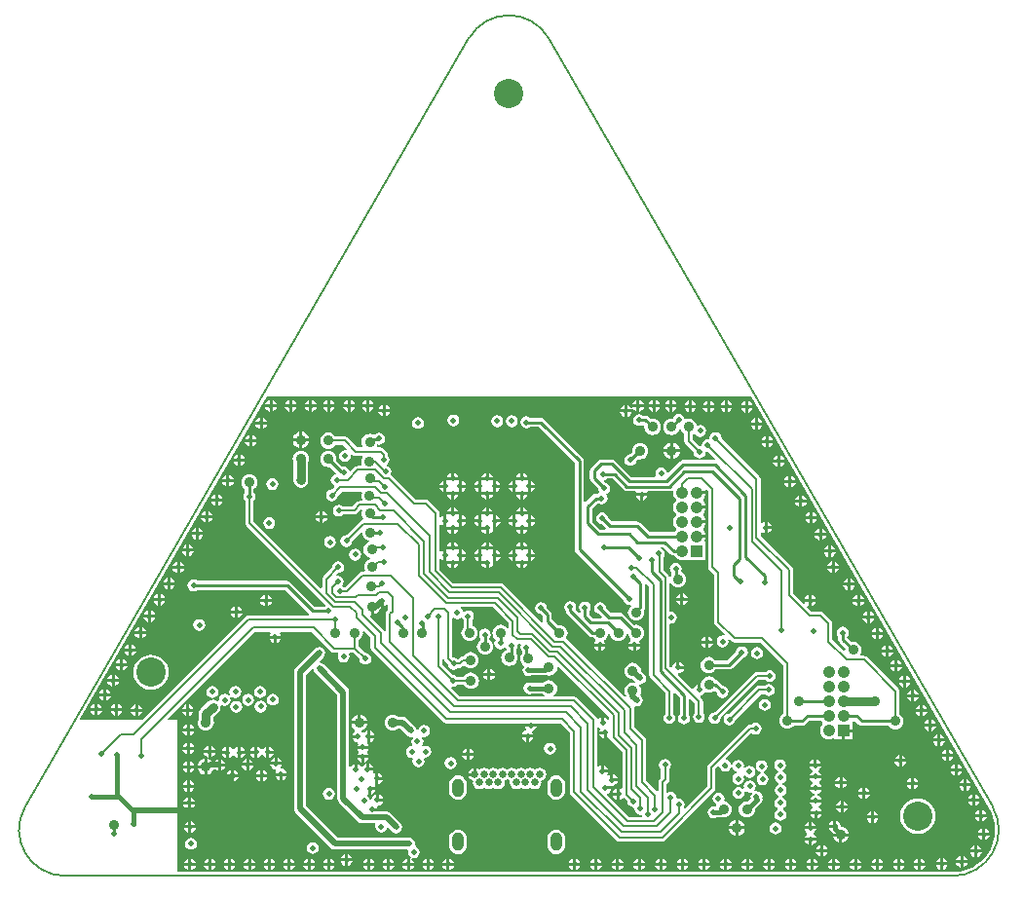
<source format=gbl>
G04*
G04 #@! TF.GenerationSoftware,Altium Limited,Altium Designer,19.0.12 (326)*
G04*
G04 Layer_Physical_Order=4*
G04 Layer_Color=16711680*
%FSLAX44Y44*%
%MOMM*%
G71*
G01*
G75*
%ADD11C,0.2540*%
%ADD16C,0.1270*%
%ADD92C,0.2032*%
%ADD93C,0.3810*%
%ADD94C,0.7620*%
%ADD97C,0.5080*%
%ADD127C,2.5400*%
%ADD128R,1.0500X1.0500*%
%ADD129C,1.0500*%
%ADD130O,1.0000X1.6000*%
%ADD131C,0.6500*%
%ADD132C,0.5080*%
%ADD133C,0.6350*%
%ADD134C,0.5000*%
%ADD139C,0.9000*%
G36*
X324612Y377524D02*
X601645D01*
X808650Y18980D01*
X808631Y18908D01*
X808631Y18908D01*
X809638Y17265D01*
X811849Y11929D01*
X813197Y6312D01*
X813650Y553D01*
X813197Y-5205D01*
X811849Y-10822D01*
X809638Y-16159D01*
X806620Y-21084D01*
X802868Y-25476D01*
X798476Y-29228D01*
X793551Y-32246D01*
X788214Y-34457D01*
X782598Y-35805D01*
X778098Y-36159D01*
X776839Y-36209D01*
X776839Y-36210D01*
X775587Y-36210D01*
X103124D01*
Y96012D01*
X95433D01*
X94947Y97185D01*
X170425Y172663D01*
X183564D01*
X184121Y171393D01*
X183277Y170130D01*
X183135Y169418D01*
X192989D01*
X192847Y170130D01*
X192003Y171393D01*
X192560Y172663D01*
X219719D01*
X236530Y155852D01*
X236530Y155852D01*
X237707Y155066D01*
X239094Y154790D01*
X239094Y154790D01*
X242343D01*
X242942Y153670D01*
X242707Y153318D01*
X242313Y151336D01*
X242707Y149354D01*
X243829Y147674D01*
X245510Y146551D01*
X247492Y146157D01*
X249474Y146551D01*
X251154Y147674D01*
X252277Y149354D01*
X252672Y151336D01*
X252277Y153318D01*
X252042Y153670D01*
X252641Y154790D01*
X255800D01*
X261275Y149315D01*
X261266Y149272D01*
X261661Y147290D01*
X262784Y145609D01*
X264464Y144487D01*
X266446Y144092D01*
X268428Y144487D01*
X270109Y145609D01*
X271231Y147290D01*
X271625Y149272D01*
X271231Y151254D01*
X270109Y152934D01*
X268428Y154057D01*
X266446Y154451D01*
X266403Y154443D01*
X260928Y159917D01*
Y165866D01*
X262323Y166937D01*
X263451Y168407D01*
X264161Y170120D01*
X264403Y171958D01*
X264295Y172773D01*
X265498Y173366D01*
X270948Y167916D01*
Y158750D01*
X270948Y158750D01*
X271224Y157362D01*
X272010Y156186D01*
X333986Y94210D01*
X333986Y94210D01*
X335163Y93424D01*
X336550Y93148D01*
X336550Y93148D01*
X404369D01*
X404729Y92710D01*
X415691D01*
X416051Y93148D01*
X435886D01*
X444176Y84858D01*
Y33528D01*
X444176Y33528D01*
X444452Y32141D01*
X445238Y30964D01*
X484608Y-8406D01*
X485784Y-9192D01*
X487172Y-9468D01*
X487172Y-9468D01*
X524510D01*
X524510Y-9468D01*
X525897Y-9192D01*
X527074Y-8406D01*
X569746Y34266D01*
X569746Y34266D01*
X570532Y35443D01*
X570808Y36830D01*
X570808Y36830D01*
Y53616D01*
X572800Y55609D01*
X574179Y55191D01*
X574335Y54406D01*
X575457Y52726D01*
X577138Y51603D01*
X579120Y51209D01*
X581102Y51603D01*
X582783Y52726D01*
X583905Y54406D01*
X584027Y55020D01*
X585322D01*
X585511Y54072D01*
X586633Y52392D01*
X588314Y51269D01*
X589021Y51128D01*
Y49833D01*
X588568Y49743D01*
X586888Y48621D01*
X585765Y46940D01*
X585370Y44958D01*
X585765Y42976D01*
X586888Y41295D01*
X588568Y40173D01*
X590550Y39778D01*
X592532Y40173D01*
X594212Y41295D01*
X595335Y42976D01*
X595729Y44958D01*
X595335Y46940D01*
X596400Y47600D01*
X596539Y47392D01*
X598220Y46269D01*
X600202Y45875D01*
X602184Y46269D01*
X603865Y47392D01*
X604987Y49072D01*
X605382Y51054D01*
X604987Y53036D01*
X603865Y54717D01*
X602184Y55839D01*
X600202Y56234D01*
X598220Y55839D01*
X596539Y54717D01*
X596489Y54641D01*
X595293Y55137D01*
X595476Y56054D01*
X595081Y58036D01*
X593959Y59717D01*
X592278Y60839D01*
X590296Y61234D01*
X588314Y60839D01*
X586633Y59717D01*
X585511Y58036D01*
X585389Y57422D01*
X584094D01*
X583905Y58370D01*
X582783Y60051D01*
X581102Y61173D01*
X580317Y61329D01*
X579899Y62708D01*
X602054Y84863D01*
X603554Y83861D01*
X605536Y83467D01*
X607518Y83861D01*
X609198Y84984D01*
X610321Y86664D01*
X610715Y88646D01*
X610321Y90628D01*
X609198Y92309D01*
X607518Y93431D01*
X605536Y93826D01*
X603554Y93431D01*
X601874Y92309D01*
X601849Y92272D01*
X600710D01*
X600710Y92272D01*
X599323Y91996D01*
X598146Y91210D01*
X598146Y91210D01*
X564618Y57682D01*
X563832Y56505D01*
X563556Y55118D01*
X563556Y55118D01*
Y38332D01*
X544534Y19309D01*
X543097Y19669D01*
X543030Y19892D01*
X543519Y20624D01*
X543913Y22606D01*
X543519Y24588D01*
X542397Y26268D01*
X540716Y27391D01*
X538734Y27785D01*
X537933Y27626D01*
X536801Y28448D01*
X536407Y30430D01*
X535285Y32111D01*
X533604Y33233D01*
X531622Y33628D01*
X529640Y33233D01*
X529256Y32977D01*
X528136Y33575D01*
Y40432D01*
X529394Y41690D01*
X529394Y41690D01*
X530180Y42866D01*
X530456Y44254D01*
Y53463D01*
X530493Y53488D01*
X531615Y55168D01*
X532010Y57150D01*
X531615Y59132D01*
X530493Y60813D01*
X528812Y61935D01*
X526830Y62330D01*
X524848Y61935D01*
X523168Y60813D01*
X522045Y59132D01*
X521651Y57150D01*
X522045Y55168D01*
X523168Y53488D01*
X523204Y53463D01*
Y45756D01*
X521946Y44498D01*
X521160Y43321D01*
X520884Y41934D01*
X520884Y41934D01*
Y34679D01*
X519614Y34153D01*
X510307Y43460D01*
Y78534D01*
X510307Y78534D01*
X510031Y79922D01*
X509245Y81098D01*
X499942Y90402D01*
Y106680D01*
X499942Y106680D01*
X499793Y107429D01*
X499926Y107653D01*
X500844Y108416D01*
X502412Y108104D01*
X504394Y108499D01*
X506074Y109621D01*
X507197Y111302D01*
X507592Y113284D01*
X507197Y115266D01*
X506074Y116946D01*
X505031Y117990D01*
X505651Y119486D01*
X505893Y121324D01*
X505651Y123162D01*
X504942Y124874D01*
X504002Y126099D01*
X504394Y126998D01*
X504635Y127268D01*
X505206Y127155D01*
X507188Y127549D01*
X508868Y128672D01*
X509991Y130352D01*
X510386Y132334D01*
Y132334D01*
X509991Y134316D01*
X508868Y135997D01*
X505859Y139006D01*
X505651Y140586D01*
X504942Y142298D01*
X503813Y143769D01*
X502343Y144897D01*
X500630Y145607D01*
X498792Y145849D01*
X496954Y145607D01*
X495242Y144897D01*
X493771Y143769D01*
X492643Y142298D01*
X491933Y140586D01*
X491691Y138748D01*
X491933Y136910D01*
X492643Y135197D01*
X493771Y133727D01*
X495242Y132598D01*
X496954Y131889D01*
X498534Y131681D01*
X500770Y129445D01*
X500177Y128243D01*
X498792Y128425D01*
X496954Y128183D01*
X495242Y127473D01*
X493771Y126345D01*
X492643Y124874D01*
X491933Y123162D01*
X491691Y121324D01*
X491933Y119486D01*
X492643Y117774D01*
X493063Y117226D01*
X492998Y116922D01*
X491610Y116513D01*
X441222Y166902D01*
X441057Y167900D01*
X441251Y168154D01*
X441961Y169866D01*
X442203Y171704D01*
X441961Y173542D01*
X441251Y175254D01*
X440123Y176725D01*
X438652Y177853D01*
X436940Y178563D01*
X435102Y178805D01*
X433682Y178618D01*
X428573Y183727D01*
Y187706D01*
X428277Y189193D01*
X427435Y190453D01*
X424202Y193686D01*
X423885Y195276D01*
X422762Y196957D01*
X421082Y198079D01*
X419100Y198473D01*
X417118Y198079D01*
X415438Y196957D01*
X414315Y195276D01*
X413921Y193294D01*
X414315Y191312D01*
X415438Y189632D01*
X417118Y188509D01*
X418708Y188193D01*
X420803Y186097D01*
Y182118D01*
X420958Y181342D01*
X419787Y180716D01*
X386612Y213892D01*
X385435Y214678D01*
X384048Y214954D01*
X384048Y214954D01*
X342878D01*
X330778Y227054D01*
Y235557D01*
X332048Y235943D01*
X332216Y235690D01*
X333884Y234576D01*
X334580Y234438D01*
Y239324D01*
Y244210D01*
X333884Y244071D01*
X332216Y242957D01*
X332048Y242705D01*
X330778Y243090D01*
Y265557D01*
X332048Y265943D01*
X332216Y265690D01*
X333884Y264576D01*
X334580Y264438D01*
Y269324D01*
Y274210D01*
X333884Y274071D01*
X332216Y272957D01*
X332048Y272705D01*
X330778Y273090D01*
Y275844D01*
X330778Y275844D01*
X330502Y277232D01*
X329716Y278408D01*
X329716Y278408D01*
X321207Y286917D01*
X320031Y287703D01*
X318643Y287979D01*
X318643Y287979D01*
X309985D01*
X289584Y308380D01*
X289362Y308528D01*
X288757Y309908D01*
X289151Y311890D01*
X288757Y313872D01*
X287635Y315553D01*
X285954Y316675D01*
X285234Y316818D01*
X284966Y318167D01*
X285856Y318762D01*
X286979Y320442D01*
X287374Y322424D01*
X286979Y324406D01*
X285856Y326087D01*
X285820Y326111D01*
Y326898D01*
X285544Y328285D01*
X284758Y329462D01*
X284758Y329462D01*
X282218Y332002D01*
X281042Y332788D01*
X279654Y333064D01*
X279654Y333064D01*
X276916D01*
X276354Y334203D01*
X276405Y334270D01*
X277002Y335709D01*
X278384Y335434D01*
X280366Y335829D01*
X282047Y336951D01*
X283169Y338632D01*
X283563Y340614D01*
X283169Y342596D01*
X282047Y344277D01*
X280366Y345399D01*
X278384Y345793D01*
X276402Y345399D01*
X274722Y344277D01*
X273806Y343969D01*
X272094Y344679D01*
X270256Y344921D01*
X268418Y344679D01*
X266706Y343969D01*
X265235Y342841D01*
X264107Y341370D01*
X263397Y339658D01*
X263155Y337820D01*
X263397Y335982D01*
X264107Y334270D01*
X264158Y334203D01*
X263596Y333064D01*
X259566D01*
X251230Y341400D01*
X250054Y342186D01*
X248666Y342462D01*
X248666Y342462D01*
X240280D01*
X239209Y343857D01*
X237738Y344985D01*
X236026Y345695D01*
X234188Y345937D01*
X232350Y345695D01*
X230638Y344985D01*
X229167Y343857D01*
X228039Y342386D01*
X227329Y340674D01*
X227087Y338836D01*
X227329Y336998D01*
X228039Y335286D01*
X229167Y333815D01*
X230638Y332687D01*
X232350Y331977D01*
X234188Y331735D01*
X236026Y331977D01*
X237738Y332687D01*
X239209Y333815D01*
X240280Y335210D01*
X247164D01*
X250735Y331639D01*
X250110Y330469D01*
X248714Y330746D01*
X246732Y330352D01*
X245051Y329229D01*
X243929Y327549D01*
X243534Y325567D01*
X243929Y323585D01*
X245051Y321904D01*
X246732Y320782D01*
X248714Y320387D01*
X250696Y320782D01*
X252376Y321904D01*
X253499Y323585D01*
X253893Y325567D01*
X253616Y326963D01*
X254786Y327588D01*
X255500Y326874D01*
X256677Y326088D01*
X258064Y325812D01*
X258064Y325812D01*
X263537D01*
X264099Y324673D01*
X263853Y324352D01*
X263143Y322640D01*
X262901Y320802D01*
X263143Y318964D01*
X263405Y318332D01*
X262557Y317062D01*
X259957D01*
X259957Y317062D01*
X258569Y316786D01*
X257393Y316000D01*
X257393Y316000D01*
X253773Y312379D01*
X252395Y312797D01*
X252277Y313386D01*
X251154Y315067D01*
X249474Y316189D01*
X247492Y316583D01*
X246191Y316325D01*
X241102Y321414D01*
X241289Y322834D01*
X241047Y324672D01*
X240337Y326384D01*
X239209Y327855D01*
X237738Y328983D01*
X236026Y329693D01*
X234188Y329935D01*
X232350Y329693D01*
X230638Y328983D01*
X229167Y327855D01*
X228039Y326384D01*
X227329Y324672D01*
X227087Y322834D01*
X227329Y320996D01*
X228039Y319284D01*
X229167Y317813D01*
X230638Y316685D01*
X232350Y315975D01*
X234188Y315733D01*
X235608Y315920D01*
X240681Y310847D01*
X240263Y309469D01*
X239572Y309331D01*
X237892Y308209D01*
X236769Y306528D01*
X236374Y304546D01*
X236769Y302564D01*
X237892Y300884D01*
X239223Y299994D01*
X239586Y298562D01*
X237533Y296509D01*
X237490Y296518D01*
X235508Y296123D01*
X233827Y295000D01*
X232705Y293320D01*
X232311Y291338D01*
X232705Y289356D01*
X233827Y287675D01*
X235508Y286553D01*
X237490Y286159D01*
X239472Y286553D01*
X241152Y287675D01*
X242275Y289356D01*
X242670Y291338D01*
X242661Y291381D01*
X246032Y294752D01*
X262632D01*
X263481Y293482D01*
X263143Y292668D01*
X262901Y290830D01*
X263143Y288992D01*
X263616Y287852D01*
X262891Y286582D01*
X261620D01*
X261620Y286582D01*
X260233Y286306D01*
X259056Y285520D01*
X259056Y285520D01*
X255292Y281756D01*
X247019D01*
X246994Y281793D01*
X245314Y282915D01*
X243332Y283309D01*
X241350Y282915D01*
X239669Y281793D01*
X238547Y280112D01*
X238153Y278130D01*
X238547Y276148D01*
X239669Y274468D01*
X241350Y273345D01*
X243332Y272950D01*
X245314Y273345D01*
X246994Y274468D01*
X247019Y274504D01*
X256794D01*
X256794Y274504D01*
X258181Y274780D01*
X259358Y275566D01*
X262591Y278799D01*
X263645Y278095D01*
X263659Y278060D01*
X263397Y277428D01*
X263155Y275590D01*
X263397Y273752D01*
X264107Y272040D01*
X264501Y271525D01*
X263975Y270125D01*
X263596Y270050D01*
X262419Y269264D01*
X250040Y256885D01*
X249997Y256894D01*
X248015Y256499D01*
X246335Y255376D01*
X245212Y253696D01*
X244818Y251714D01*
X245212Y249732D01*
X246335Y248051D01*
X248015Y246929D01*
X249997Y246535D01*
X251979Y246929D01*
X253659Y248051D01*
X254782Y249732D01*
X255177Y251714D01*
X255168Y251757D01*
X262780Y259370D01*
X263960Y258754D01*
X264159Y257242D01*
X264869Y255530D01*
X265997Y254059D01*
X267468Y252931D01*
X269180Y252221D01*
X269861Y252132D01*
X269903Y251971D01*
X269905Y250845D01*
X268454Y250243D01*
X266983Y249115D01*
X265855Y247644D01*
X265145Y245932D01*
X264903Y244094D01*
X265145Y242256D01*
X265855Y240544D01*
X266983Y239073D01*
X268454Y237945D01*
X270166Y237235D01*
X270417Y237202D01*
X270515Y236797D01*
X270466Y235915D01*
X268992Y235304D01*
X267521Y234175D01*
X266393Y232705D01*
X265683Y230992D01*
X265441Y229154D01*
X265683Y227317D01*
X266070Y226384D01*
X265224Y225114D01*
X263906D01*
X263906Y225114D01*
X262519Y224838D01*
X261342Y224052D01*
X248947Y211656D01*
X247757Y211539D01*
X246178Y212593D01*
X247197Y214119D01*
X247591Y216101D01*
X247197Y218083D01*
X246075Y219763D01*
X244394Y220886D01*
X242412Y221280D01*
X241962Y221191D01*
X241337Y222361D01*
X242781Y223805D01*
X242824Y223797D01*
X244806Y224191D01*
X246486Y225314D01*
X247609Y226994D01*
X248004Y228976D01*
X247609Y230958D01*
X246486Y232639D01*
X244806Y233762D01*
X242824Y234156D01*
X240842Y233762D01*
X239161Y232639D01*
X238039Y230958D01*
X237645Y228976D01*
X237653Y228933D01*
X229846Y221126D01*
X229060Y219950D01*
X228784Y218562D01*
X228784Y218562D01*
Y211018D01*
X227611Y210532D01*
X169234Y268910D01*
Y286635D01*
X169270Y286660D01*
X170393Y288340D01*
X170788Y290322D01*
X170393Y292304D01*
X169493Y293652D01*
Y296621D01*
X170629Y297493D01*
X171757Y298964D01*
X172467Y300676D01*
X172709Y302514D01*
X172467Y304352D01*
X171757Y306064D01*
X170629Y307535D01*
X169158Y308663D01*
X167446Y309373D01*
X165608Y309615D01*
X163770Y309373D01*
X162058Y308663D01*
X160587Y307535D01*
X159459Y306064D01*
X158749Y304352D01*
X158507Y302514D01*
X158749Y300676D01*
X159459Y298964D01*
X160587Y297493D01*
X161723Y296621D01*
Y293652D01*
X160823Y292304D01*
X160429Y290322D01*
X160823Y288340D01*
X161945Y286660D01*
X161982Y286635D01*
Y267408D01*
X161982Y267408D01*
X162258Y266020D01*
X163044Y264844D01*
X231686Y196203D01*
X231561Y194939D01*
X231112Y194639D01*
X222335D01*
X201121Y215853D01*
X199861Y216695D01*
X198374Y216991D01*
X120424D01*
X119076Y217891D01*
X117094Y218286D01*
X115112Y217891D01*
X113432Y216768D01*
X112309Y215088D01*
X111915Y213106D01*
X112309Y211124D01*
X113432Y209443D01*
X115112Y208321D01*
X117094Y207927D01*
X119076Y208321D01*
X120424Y209221D01*
X196765D01*
X217449Y188538D01*
X216923Y187268D01*
X165100D01*
X165100Y187268D01*
X163713Y186992D01*
X162536Y186206D01*
X162536Y186206D01*
X72343Y96012D01*
X19336D01*
X18701Y97112D01*
X180597Y377524D01*
X324612Y377524D01*
D02*
G37*
G36*
X282448Y194971D02*
X283160Y195113D01*
X284841Y196236D01*
X284918Y196352D01*
X286188Y195967D01*
Y192002D01*
X285218Y191032D01*
X284432Y189855D01*
X284156Y188468D01*
X284156Y188468D01*
Y174024D01*
X283022Y173614D01*
X282886Y173639D01*
X282455Y174285D01*
X282455Y174285D01*
X270549Y186191D01*
X271142Y187394D01*
X271272Y187376D01*
Y194310D01*
X273812D01*
Y187376D01*
X274380Y187451D01*
X276092Y188161D01*
X277563Y189289D01*
X278691Y190760D01*
X279401Y192472D01*
X279568Y193744D01*
X279908Y194057D01*
Y199898D01*
X282448D01*
Y194971D01*
D02*
G37*
G36*
X390836Y180616D02*
Y176177D01*
X389566Y175746D01*
X388815Y176725D01*
X387344Y177853D01*
X385632Y178563D01*
X383794Y178805D01*
X381956Y178563D01*
X380244Y177853D01*
X378773Y176725D01*
X377645Y175254D01*
X376935Y173542D01*
X376693Y171704D01*
X376935Y169866D01*
X377645Y168154D01*
X378773Y166683D01*
X379762Y165924D01*
X379009Y164796D01*
X378615Y162814D01*
X379009Y160832D01*
X380131Y159151D01*
X381812Y158029D01*
X383794Y157634D01*
X385776Y158029D01*
X387457Y159151D01*
X387492Y159204D01*
X388745Y159052D01*
X389306Y158034D01*
X388878Y156739D01*
X387864Y156319D01*
X386393Y155191D01*
X385265Y153720D01*
X384555Y152008D01*
X384313Y150170D01*
X384555Y148332D01*
X385265Y146620D01*
X386393Y145149D01*
X387864Y144021D01*
X389576Y143311D01*
X391414Y143069D01*
X393252Y143311D01*
X394964Y144021D01*
X396435Y145149D01*
X397563Y146620D01*
X398273Y148332D01*
X398515Y150170D01*
X398273Y152008D01*
X397585Y153669D01*
Y157524D01*
X398485Y158872D01*
X398880Y160854D01*
X398749Y161509D01*
X399555Y162490D01*
X401103D01*
X401702Y161370D01*
X401615Y161240D01*
X401221Y159258D01*
X401615Y157276D01*
X402515Y155928D01*
Y153791D01*
X402029Y153156D01*
X401319Y151444D01*
X401077Y149606D01*
X401319Y147768D01*
X402029Y146056D01*
X403157Y144585D01*
X403843Y144059D01*
X404449Y143087D01*
X404086Y142338D01*
X403393Y141300D01*
X402999Y139318D01*
X403393Y137336D01*
X404515Y135655D01*
X406196Y134533D01*
X408178Y134138D01*
X410160Y134533D01*
X410539Y134786D01*
X422173D01*
X423563Y135063D01*
X424114Y134834D01*
X425952Y134592D01*
X427790Y134834D01*
X429502Y135544D01*
X430973Y136672D01*
X432101Y138143D01*
X432811Y139855D01*
X433053Y141693D01*
X432977Y142267D01*
X434180Y142861D01*
X478364Y98676D01*
Y96723D01*
X477094Y96338D01*
X476357Y97443D01*
X474676Y98565D01*
X473964Y98707D01*
Y93780D01*
X471424D01*
Y98707D01*
X470712Y98565D01*
X469031Y97443D01*
X469006Y97404D01*
X467662Y97654D01*
X466876Y98830D01*
X466876Y98830D01*
X450366Y115340D01*
X449189Y116126D01*
X447802Y116402D01*
X447802Y116402D01*
X430425D01*
X429994Y117672D01*
X430973Y118423D01*
X432101Y119894D01*
X432811Y121606D01*
X433053Y123444D01*
X432811Y125282D01*
X432101Y126994D01*
X430973Y128465D01*
X429502Y129593D01*
X427790Y130303D01*
X425952Y130545D01*
X424114Y130303D01*
X422402Y129593D01*
X420931Y128465D01*
X420614Y128052D01*
X411555D01*
X411176Y128305D01*
X409194Y128700D01*
X407212Y128305D01*
X405532Y127183D01*
X404409Y125502D01*
X404015Y123520D01*
X404409Y121538D01*
X405532Y119858D01*
X407212Y118735D01*
X409194Y118341D01*
X411176Y118735D01*
X411555Y118988D01*
X420497D01*
X420931Y118423D01*
X421910Y117672D01*
X421479Y116402D01*
X348720D01*
X341345Y123777D01*
X341970Y124947D01*
X342365Y124868D01*
X344348Y125263D01*
X346028Y126385D01*
X346053Y126422D01*
X352243D01*
X353119Y125281D01*
X354590Y124153D01*
X356302Y123443D01*
X358140Y123201D01*
X359978Y123443D01*
X361690Y124153D01*
X363161Y125281D01*
X364289Y126752D01*
X364999Y128464D01*
X365241Y130302D01*
X364999Y132140D01*
X364289Y133852D01*
X363161Y135323D01*
X361690Y136451D01*
X359978Y137161D01*
X358140Y137403D01*
X356302Y137161D01*
X354590Y136451D01*
X353119Y135323D01*
X351991Y133852D01*
X351917Y133674D01*
X346053D01*
X346028Y133710D01*
X344348Y134833D01*
X342365Y135227D01*
X342322Y135219D01*
X333572Y143969D01*
Y148526D01*
X334842Y148651D01*
X334978Y147964D01*
X335764Y146788D01*
X338088Y144465D01*
X338369Y143052D01*
X339492Y141371D01*
X341172Y140249D01*
X343154Y139854D01*
X345136Y140249D01*
X346816Y141371D01*
X346841Y141408D01*
X348234D01*
X348234Y141408D01*
X349622Y141684D01*
X350798Y142470D01*
X351429Y143102D01*
X352611Y143024D01*
X354082Y141896D01*
X355794Y141186D01*
X357632Y140944D01*
X359470Y141186D01*
X361182Y141896D01*
X362653Y143024D01*
X363781Y144495D01*
X364491Y146207D01*
X364733Y148045D01*
X364491Y149883D01*
X363781Y151595D01*
X362653Y153066D01*
X361182Y154194D01*
X359470Y154904D01*
X357632Y155146D01*
X355794Y154904D01*
X354082Y154194D01*
X352611Y153066D01*
X351540Y151671D01*
X351245D01*
X351245Y151671D01*
X349858Y151395D01*
X348681Y150609D01*
X346788Y148715D01*
X345136Y149819D01*
X343154Y150213D01*
X342941Y150171D01*
X341954Y151042D01*
Y184177D01*
X343224Y184856D01*
X344220Y184191D01*
X346202Y183797D01*
X348184Y184191D01*
X349365Y184980D01*
X350750Y184527D01*
X350815Y184200D01*
X351937Y182519D01*
X351974Y182495D01*
Y176821D01*
X351849Y176725D01*
X350721Y175254D01*
X350011Y173542D01*
X349769Y171704D01*
X350011Y169866D01*
X350721Y168154D01*
X351849Y166683D01*
X353320Y165555D01*
X355032Y164845D01*
X356870Y164603D01*
X358708Y164845D01*
X360420Y165555D01*
X361891Y166683D01*
X363019Y168154D01*
X363729Y169866D01*
X363971Y171704D01*
X363729Y173542D01*
X363019Y175254D01*
X361891Y176725D01*
X360420Y177853D01*
X359226Y178348D01*
Y182495D01*
X359263Y182519D01*
X360385Y184200D01*
X360779Y186182D01*
X360385Y188164D01*
X359263Y189844D01*
X357582Y190967D01*
X355600Y191362D01*
X353618Y190967D01*
X352437Y190178D01*
X351052Y190632D01*
X350987Y190958D01*
X349865Y192638D01*
X349368Y192970D01*
X349753Y194240D01*
X377212D01*
X390836Y180616D01*
D02*
G37*
G36*
X470047Y89439D02*
X470712Y88995D01*
X470370Y87812D01*
X469941Y87169D01*
X469799Y86457D01*
X474726D01*
Y85187D01*
X475996D01*
Y80260D01*
X476708Y80402D01*
X477130Y80684D01*
X478521Y80086D01*
X478640Y79486D01*
X479426Y78310D01*
X489584Y68153D01*
Y36916D01*
X488464Y36318D01*
X488138Y36535D01*
X487426Y36677D01*
Y31750D01*
Y26823D01*
X488138Y26965D01*
X489818Y28087D01*
X491387Y28149D01*
X494193Y25343D01*
X494184Y25300D01*
X494579Y23318D01*
X495701Y21637D01*
X497382Y20515D01*
X499364Y20120D01*
X499472Y20142D01*
X500369Y19244D01*
X500280Y18796D01*
X500675Y16814D01*
X501797Y15134D01*
X503478Y14011D01*
X505460Y13616D01*
X506402Y13804D01*
X507018Y12787D01*
X506338Y11754D01*
X495532D01*
X476267Y31019D01*
X476636Y32234D01*
X476962Y32299D01*
X478643Y33421D01*
X479765Y35102D01*
X479907Y35814D01*
X474980D01*
Y38354D01*
X480603D01*
X481092Y38907D01*
X482550Y39197D01*
X484230Y40319D01*
X485353Y42000D01*
X485495Y42712D01*
X480568D01*
Y43982D01*
X479298D01*
Y48909D01*
X478586Y48767D01*
X477447Y48007D01*
X476532Y48922D01*
X476971Y49580D01*
X477113Y50292D01*
X472186D01*
Y51562D01*
X470916D01*
Y56489D01*
X470204Y56347D01*
X469208Y55682D01*
X467938Y56361D01*
Y89643D01*
X469208Y90000D01*
X470047Y89439D01*
D02*
G37*
%LPC*%
G36*
X533100Y373989D02*
Y370332D01*
X536757D01*
X536615Y371044D01*
X535492Y372724D01*
X533812Y373847D01*
X533100Y373989D01*
D02*
G37*
G36*
X530560D02*
X529848Y373847D01*
X528167Y372724D01*
X527044Y371044D01*
X526903Y370332D01*
X530560D01*
Y373989D01*
D02*
G37*
G36*
X518668D02*
Y370332D01*
X522325D01*
X522183Y371044D01*
X521060Y372724D01*
X519380Y373847D01*
X518668Y373989D01*
D02*
G37*
G36*
X516128D02*
X515416Y373847D01*
X513736Y372724D01*
X512613Y371044D01*
X512471Y370332D01*
X516128D01*
Y373989D01*
D02*
G37*
G36*
X504698D02*
Y370332D01*
X508355D01*
X508213Y371044D01*
X507090Y372724D01*
X505410Y373847D01*
X504698Y373989D01*
D02*
G37*
G36*
X502158D02*
X501446Y373847D01*
X499766Y372724D01*
X498643Y371044D01*
X498501Y370332D01*
X502158D01*
Y373989D01*
D02*
G37*
G36*
X269748D02*
Y370332D01*
X273405D01*
X273263Y371044D01*
X272141Y372724D01*
X270460Y373847D01*
X269748Y373989D01*
D02*
G37*
G36*
X267208D02*
X266496Y373847D01*
X264816Y372724D01*
X263693Y371044D01*
X263551Y370332D01*
X267208D01*
Y373989D01*
D02*
G37*
G36*
X253492D02*
Y370332D01*
X257149D01*
X257007Y371044D01*
X255884Y372724D01*
X254204Y373847D01*
X253492Y373989D01*
D02*
G37*
G36*
X250952D02*
X250240Y373847D01*
X248559Y372724D01*
X247437Y371044D01*
X247295Y370332D01*
X250952D01*
Y373989D01*
D02*
G37*
G36*
X235966D02*
Y370332D01*
X239623D01*
X239481Y371044D01*
X238358Y372724D01*
X236678Y373847D01*
X235966Y373989D01*
D02*
G37*
G36*
X233426D02*
X232714Y373847D01*
X231033Y372724D01*
X229911Y371044D01*
X229769Y370332D01*
X233426D01*
Y373989D01*
D02*
G37*
G36*
X220218D02*
Y370332D01*
X223875D01*
X223733Y371044D01*
X222610Y372724D01*
X220930Y373847D01*
X220218Y373989D01*
D02*
G37*
G36*
X217678D02*
X216966Y373847D01*
X215285Y372724D01*
X214163Y371044D01*
X214021Y370332D01*
X217678D01*
Y373989D01*
D02*
G37*
G36*
X202692D02*
Y370332D01*
X206349D01*
X206207Y371044D01*
X205084Y372724D01*
X203404Y373847D01*
X202692Y373989D01*
D02*
G37*
G36*
X200152D02*
X199440Y373847D01*
X197759Y372724D01*
X196637Y371044D01*
X196495Y370332D01*
X200152D01*
Y373989D01*
D02*
G37*
G36*
X185674D02*
Y370332D01*
X189331D01*
X189189Y371044D01*
X188067Y372724D01*
X186386Y373847D01*
X185674Y373989D01*
D02*
G37*
G36*
X183134D02*
X182422Y373847D01*
X180742Y372724D01*
X179619Y371044D01*
X179477Y370332D01*
X183134D01*
Y373989D01*
D02*
G37*
G36*
X581660Y373735D02*
Y370078D01*
X585317D01*
X585175Y370790D01*
X584053Y372471D01*
X582372Y373593D01*
X581660Y373735D01*
D02*
G37*
G36*
X579120D02*
X578408Y373593D01*
X576727Y372471D01*
X575605Y370790D01*
X575463Y370078D01*
X579120D01*
Y373735D01*
D02*
G37*
G36*
X550008D02*
Y370078D01*
X553665D01*
X553523Y370790D01*
X552400Y372471D01*
X550720Y373593D01*
X550008Y373735D01*
D02*
G37*
G36*
X547467D02*
X546755Y373593D01*
X545075Y372471D01*
X543952Y370790D01*
X543811Y370078D01*
X547467D01*
Y373735D01*
D02*
G37*
G36*
X565912Y373481D02*
Y369824D01*
X569569D01*
X569427Y370536D01*
X568304Y372216D01*
X566624Y373339D01*
X565912Y373481D01*
D02*
G37*
G36*
X563372D02*
X562660Y373339D01*
X560979Y372216D01*
X559857Y370536D01*
X559715Y369824D01*
X563372D01*
Y373481D01*
D02*
G37*
G36*
X599186Y373227D02*
Y369570D01*
X602843D01*
X602701Y370282D01*
X601578Y371963D01*
X599898Y373085D01*
X599186Y373227D01*
D02*
G37*
G36*
X596646D02*
X595934Y373085D01*
X594254Y371963D01*
X593131Y370282D01*
X592989Y369570D01*
X596646D01*
Y373227D01*
D02*
G37*
G36*
X283972Y369925D02*
Y366268D01*
X287629D01*
X287487Y366980D01*
X286364Y368661D01*
X284684Y369783D01*
X283972Y369925D01*
D02*
G37*
G36*
X281432D02*
X280720Y369783D01*
X279039Y368661D01*
X277917Y366980D01*
X277775Y366268D01*
X281432D01*
Y369925D01*
D02*
G37*
G36*
X491490Y369671D02*
X490778Y369529D01*
X489098Y368406D01*
X487975Y366726D01*
X487833Y366014D01*
X491490D01*
Y369671D01*
D02*
G37*
G36*
X536757Y367792D02*
X533100D01*
Y364135D01*
X533812Y364277D01*
X535492Y365400D01*
X536615Y367080D01*
X536757Y367792D01*
D02*
G37*
G36*
X530560D02*
X526903D01*
X527044Y367080D01*
X528167Y365400D01*
X529848Y364277D01*
X530560Y364135D01*
Y367792D01*
D02*
G37*
G36*
X522325D02*
X518668D01*
Y364135D01*
X519380Y364277D01*
X521060Y365400D01*
X522183Y367080D01*
X522325Y367792D01*
D02*
G37*
G36*
X516128D02*
X512471D01*
X512613Y367080D01*
X513736Y365400D01*
X515416Y364277D01*
X516128Y364135D01*
Y367792D01*
D02*
G37*
G36*
X508355D02*
X504698D01*
Y364135D01*
X505410Y364277D01*
X507090Y365400D01*
X508213Y367080D01*
X508355Y367792D01*
D02*
G37*
G36*
X494030Y369671D02*
Y366014D01*
X497687D01*
X497627Y366314D01*
X498824Y366809D01*
X499109Y366382D01*
X499766Y365400D01*
X501446Y364277D01*
X502158Y364135D01*
Y367792D01*
X498501D01*
X498561Y367492D01*
X497364Y366997D01*
X497079Y367424D01*
X496423Y368406D01*
X494742Y369529D01*
X494030Y369671D01*
D02*
G37*
G36*
X273405Y367792D02*
X269748D01*
Y364135D01*
X270460Y364277D01*
X272141Y365400D01*
X273263Y367080D01*
X273405Y367792D01*
D02*
G37*
G36*
X267208D02*
X263551D01*
X263693Y367080D01*
X264816Y365400D01*
X266496Y364277D01*
X267208Y364135D01*
Y367792D01*
D02*
G37*
G36*
X257149D02*
X253492D01*
Y364135D01*
X254204Y364277D01*
X255884Y365400D01*
X257007Y367080D01*
X257149Y367792D01*
D02*
G37*
G36*
X250952D02*
X247295D01*
X247437Y367080D01*
X248559Y365400D01*
X250240Y364277D01*
X250952Y364135D01*
Y367792D01*
D02*
G37*
G36*
X239623D02*
X235966D01*
Y364135D01*
X236678Y364277D01*
X238358Y365400D01*
X239481Y367080D01*
X239623Y367792D01*
D02*
G37*
G36*
X233426D02*
X229769D01*
X229911Y367080D01*
X231033Y365400D01*
X232714Y364277D01*
X233426Y364135D01*
Y367792D01*
D02*
G37*
G36*
X223875D02*
X220218D01*
Y364135D01*
X220930Y364277D01*
X222610Y365400D01*
X223733Y367080D01*
X223875Y367792D01*
D02*
G37*
G36*
X217678D02*
X214021D01*
X214163Y367080D01*
X215285Y365400D01*
X216966Y364277D01*
X217678Y364135D01*
Y367792D01*
D02*
G37*
G36*
X206349D02*
X202692D01*
Y364135D01*
X203404Y364277D01*
X205084Y365400D01*
X206207Y367080D01*
X206349Y367792D01*
D02*
G37*
G36*
X200152D02*
X196495D01*
X196637Y367080D01*
X197759Y365400D01*
X199440Y364277D01*
X200152Y364135D01*
Y367792D01*
D02*
G37*
G36*
X189331D02*
X185674D01*
Y364135D01*
X186386Y364277D01*
X188067Y365400D01*
X189189Y367080D01*
X189331Y367792D01*
D02*
G37*
G36*
X183134D02*
X179477D01*
X179619Y367080D01*
X180742Y365400D01*
X182422Y364277D01*
X183134Y364135D01*
Y367792D01*
D02*
G37*
G36*
X585317Y367538D02*
X581660D01*
Y363881D01*
X582372Y364023D01*
X584053Y365145D01*
X585175Y366826D01*
X585317Y367538D01*
D02*
G37*
G36*
X579120D02*
X575463D01*
X575605Y366826D01*
X576727Y365145D01*
X578408Y364023D01*
X579120Y363881D01*
Y367538D01*
D02*
G37*
G36*
X553665D02*
X550008D01*
Y363881D01*
X550720Y364023D01*
X552400Y365145D01*
X553523Y366826D01*
X553665Y367538D01*
D02*
G37*
G36*
X547467D02*
X543811D01*
X543952Y366826D01*
X545075Y365145D01*
X546755Y364023D01*
X547467Y363881D01*
Y367538D01*
D02*
G37*
G36*
X569569Y367284D02*
X565912D01*
Y363627D01*
X566624Y363769D01*
X568304Y364892D01*
X569427Y366572D01*
X569569Y367284D01*
D02*
G37*
G36*
X563372D02*
X559715D01*
X559857Y366572D01*
X560979Y364892D01*
X562660Y363769D01*
X563372Y363627D01*
Y367284D01*
D02*
G37*
G36*
X602843Y367030D02*
X599186D01*
Y363373D01*
X599898Y363515D01*
X601578Y364637D01*
X602701Y366318D01*
X602843Y367030D01*
D02*
G37*
G36*
X596646D02*
X592989D01*
X593131Y366318D01*
X594254Y364637D01*
X595934Y363515D01*
X596646Y363373D01*
Y367030D01*
D02*
G37*
G36*
X287629Y363728D02*
X283972D01*
Y360071D01*
X284684Y360213D01*
X286364Y361335D01*
X287487Y363016D01*
X287629Y363728D01*
D02*
G37*
G36*
X281432D02*
X277775D01*
X277917Y363016D01*
X279039Y361335D01*
X280720Y360213D01*
X281432Y360071D01*
Y363728D01*
D02*
G37*
G36*
X497687Y363474D02*
X494030D01*
Y359817D01*
X494742Y359959D01*
X496423Y361082D01*
X497545Y362762D01*
X497687Y363474D01*
D02*
G37*
G36*
X491490D02*
X487833D01*
X487975Y362762D01*
X489098Y361082D01*
X490778Y359959D01*
X491490Y359817D01*
Y363474D01*
D02*
G37*
G36*
X538734Y362304D02*
X536752Y361909D01*
X535071Y360787D01*
X533949Y359106D01*
X533677Y357738D01*
X532638Y357875D01*
X530800Y357633D01*
X529088Y356923D01*
X527617Y355795D01*
X526489Y354324D01*
X525779Y352612D01*
X525537Y350774D01*
X525779Y348936D01*
X526489Y347224D01*
X527617Y345753D01*
X529088Y344625D01*
X530800Y343915D01*
X532638Y343673D01*
X534476Y343915D01*
X536188Y344625D01*
X537659Y345753D01*
X538787Y347224D01*
X539242Y348322D01*
X540617D01*
X540967Y347478D01*
X542095Y346007D01*
X543490Y344936D01*
Y338390D01*
X543490Y338390D01*
X543766Y337002D01*
X544552Y335826D01*
X551659Y328719D01*
X551651Y328676D01*
X552045Y326694D01*
X553167Y325014D01*
X554848Y323891D01*
X556830Y323497D01*
X558812Y323891D01*
X560493Y325014D01*
X561615Y326694D01*
X562010Y328676D01*
X561958Y328934D01*
X563038Y330014D01*
X563880Y329846D01*
X563923Y329855D01*
X570744Y323035D01*
X570118Y321864D01*
X569976Y321893D01*
X542290D01*
X540803Y321597D01*
X539543Y320755D01*
X529888Y311100D01*
X528510Y311518D01*
X528340Y312370D01*
X527217Y314051D01*
X525537Y315173D01*
X523555Y315567D01*
X521573Y315173D01*
X519893Y314051D01*
X518770Y312370D01*
X518376Y310388D01*
X518714Y308685D01*
X518021Y307415D01*
X497417D01*
X483315Y321517D01*
X482055Y322359D01*
X480568Y322655D01*
X471424D01*
X469937Y322359D01*
X468677Y321517D01*
X462581Y315421D01*
X461739Y314161D01*
X461443Y312674D01*
Y306070D01*
X461739Y304583D01*
X462581Y303323D01*
X468862Y297042D01*
X469179Y295452D01*
X469578Y294855D01*
X469597Y294645D01*
X469146Y293216D01*
X468348Y292683D01*
X466852D01*
X465365Y292387D01*
X464105Y291545D01*
X457529Y284968D01*
X456259Y285494D01*
Y321310D01*
X455963Y322797D01*
X455121Y324057D01*
X421593Y357585D01*
X420333Y358427D01*
X418846Y358723D01*
X409730D01*
X408382Y359623D01*
X406400Y360018D01*
X404418Y359623D01*
X402738Y358501D01*
X401615Y356820D01*
X401221Y354838D01*
X401615Y352856D01*
X402738Y351175D01*
X404418Y350053D01*
X406400Y349659D01*
X408382Y350053D01*
X409730Y350953D01*
X417237D01*
X448489Y319701D01*
Y244602D01*
X448785Y243115D01*
X449627Y241855D01*
X490706Y200776D01*
X491023Y199186D01*
X492146Y197505D01*
X493826Y196383D01*
X495808Y195989D01*
X496710Y196168D01*
X497248Y194980D01*
X496629Y194505D01*
X495501Y193034D01*
X494791Y191322D01*
X494549Y189484D01*
X494791Y187646D01*
X495501Y185934D01*
X496629Y184463D01*
X498100Y183335D01*
X499812Y182625D01*
X501650Y182383D01*
X503488Y182625D01*
X505200Y183335D01*
X506671Y184463D01*
X507799Y185934D01*
X508509Y187646D01*
X508751Y189484D01*
X508509Y191322D01*
X508359Y191683D01*
X509049Y192716D01*
X509345Y194202D01*
Y214490D01*
X510363Y215026D01*
X510575Y215055D01*
X513010Y212620D01*
Y135128D01*
X513010Y135128D01*
X513286Y133741D01*
X514072Y132564D01*
X526980Y119656D01*
Y101731D01*
X526944Y101706D01*
X525821Y100026D01*
X525426Y98044D01*
X525821Y96062D01*
X526944Y94382D01*
X528624Y93259D01*
X530606Y92865D01*
X532588Y93259D01*
X534268Y94382D01*
X535391Y96062D01*
X535785Y98044D01*
X535391Y100026D01*
X534268Y101706D01*
X534232Y101731D01*
Y119387D01*
X535502Y119913D01*
X539517Y115897D01*
Y100866D01*
X538617Y99518D01*
X538223Y97536D01*
X538617Y95554D01*
X539739Y93874D01*
X541420Y92751D01*
X543402Y92357D01*
X545384Y92751D01*
X547065Y93874D01*
X548187Y95554D01*
X548582Y97536D01*
X548187Y99518D01*
X547287Y100866D01*
Y114200D01*
X548460Y114686D01*
X552634Y110512D01*
Y102493D01*
X552598Y102469D01*
X551475Y100788D01*
X551081Y98806D01*
X551475Y96824D01*
X552598Y95143D01*
X554278Y94021D01*
X556260Y93626D01*
X558242Y94021D01*
X559922Y95143D01*
X561045Y96824D01*
X561440Y98806D01*
X561045Y100788D01*
X559922Y102469D01*
X559886Y102493D01*
Y112014D01*
X559886Y112014D01*
X559610Y113401D01*
X558824Y114578D01*
X558824Y114578D01*
X557331Y116071D01*
X557749Y117449D01*
X558723Y117643D01*
X560403Y118765D01*
X561119Y119836D01*
X561526Y120446D01*
X562818Y120430D01*
X563400Y120189D01*
X565238Y119947D01*
X567076Y120189D01*
X568788Y120899D01*
X569960Y121798D01*
X571754Y120004D01*
X572071Y118414D01*
X573194Y116734D01*
X574874Y115611D01*
X576856Y115217D01*
X578838Y115611D01*
X580518Y116734D01*
X581641Y118414D01*
X582035Y120396D01*
X581641Y122378D01*
X580518Y124059D01*
X578838Y125181D01*
X577248Y125498D01*
X572951Y129795D01*
X571691Y130637D01*
X571298Y130715D01*
X570259Y132069D01*
X568788Y133197D01*
X567076Y133907D01*
X565238Y134149D01*
X563400Y133907D01*
X561688Y133197D01*
X560217Y132069D01*
X559089Y130598D01*
X558379Y128886D01*
X558295Y128244D01*
X558011Y128040D01*
Y122428D01*
X555471D01*
Y127355D01*
X554758Y127213D01*
X553078Y126090D01*
X551955Y124410D01*
X551762Y123436D01*
X550383Y123018D01*
X538016Y135385D01*
X538565Y136633D01*
X540144Y136947D01*
X541824Y138069D01*
X542947Y139750D01*
X543089Y140462D01*
X538162D01*
Y141732D01*
X536892D01*
Y146659D01*
X536180Y146517D01*
X534500Y145394D01*
X533377Y143714D01*
X533063Y142135D01*
X531815Y141586D01*
X530422Y142980D01*
Y179325D01*
X531403Y180131D01*
X532130Y179986D01*
X534112Y180381D01*
X535793Y181504D01*
X536915Y183184D01*
X537309Y185166D01*
X536915Y187148D01*
X535793Y188829D01*
X534112Y189951D01*
X532130Y190345D01*
X531403Y190201D01*
X530422Y191007D01*
Y215240D01*
X531692Y215493D01*
X532077Y214564D01*
X533205Y213093D01*
X534676Y211965D01*
X536388Y211255D01*
X538226Y211013D01*
X540064Y211255D01*
X541776Y211965D01*
X543247Y213093D01*
X544375Y214564D01*
X545085Y216276D01*
X545327Y218114D01*
X545085Y219952D01*
X544375Y221664D01*
X543247Y223135D01*
X541776Y224263D01*
X541329Y224449D01*
X540979Y225602D01*
X541373Y227584D01*
X540979Y229566D01*
X539856Y231246D01*
X538176Y232369D01*
X536194Y232764D01*
X534212Y232369D01*
X532532Y231246D01*
X531409Y229566D01*
X531015Y227584D01*
X531115Y227080D01*
X531114Y227076D01*
X531410Y225589D01*
X532252Y224329D01*
X532265Y224320D01*
X532309Y224254D01*
Y221968D01*
X532077Y221664D01*
X531639Y220608D01*
X530318Y220738D01*
X530146Y221605D01*
X529360Y222782D01*
X529360Y222782D01*
X525342Y226800D01*
Y237835D01*
X525993Y238810D01*
X526387Y240792D01*
X525993Y242774D01*
X524870Y244454D01*
X523241Y245543D01*
X523222Y245639D01*
X523553Y246813D01*
X525076D01*
X531812Y240077D01*
X533073Y239235D01*
X534559Y238939D01*
X534959D01*
X534977Y238895D01*
X536226Y237268D01*
X537853Y236019D01*
X539748Y235235D01*
X541782Y234967D01*
X543816Y235235D01*
X545422Y235900D01*
X546692Y235341D01*
Y235034D01*
X562272D01*
Y250614D01*
X561964D01*
X561406Y251884D01*
X562071Y253490D01*
X562172Y254254D01*
X554482D01*
Y256794D01*
X562172D01*
X562071Y257558D01*
X561287Y259453D01*
X560038Y261080D01*
X559831Y261239D01*
Y262509D01*
X560038Y262668D01*
X561287Y264295D01*
X562071Y266190D01*
X562172Y266954D01*
X554482D01*
Y269494D01*
X562172D01*
X562071Y270258D01*
X561287Y272153D01*
X560044Y273772D01*
X559831Y274061D01*
Y275087D01*
X560044Y275376D01*
X561287Y276995D01*
X562071Y278890D01*
X562172Y279654D01*
X554482D01*
Y282194D01*
X562172D01*
X562071Y282958D01*
X561287Y284853D01*
X560038Y286480D01*
X559831Y286639D01*
Y287909D01*
X560038Y288068D01*
X561287Y289695D01*
X562071Y291590D01*
X562172Y292354D01*
X554482D01*
Y294894D01*
X562172D01*
X562071Y295658D01*
X561838Y296220D01*
X562915Y296940D01*
X564572Y295282D01*
Y229108D01*
X564572Y229108D01*
X564848Y227721D01*
X565634Y226544D01*
X569652Y222526D01*
Y181102D01*
X569652Y181102D01*
X569928Y179715D01*
X570714Y178538D01*
X578854Y170398D01*
X578229Y169228D01*
X576842Y169503D01*
X574860Y169109D01*
X573180Y167987D01*
X572057Y166306D01*
X571662Y164324D01*
X572057Y162342D01*
X573180Y160662D01*
X574860Y159539D01*
X576842Y159144D01*
X578824Y159539D01*
X580504Y160662D01*
X581627Y162342D01*
X582021Y164324D01*
X581746Y165711D01*
X582916Y166336D01*
X584684Y164568D01*
X584684Y164568D01*
X585860Y163782D01*
X587248Y163506D01*
X609622D01*
X629596Y143532D01*
Y101749D01*
X628201Y100678D01*
X627073Y99207D01*
X626363Y97495D01*
X626121Y95657D01*
X626363Y93819D01*
X627073Y92107D01*
X628201Y90636D01*
X629672Y89508D01*
X631384Y88798D01*
X633222Y88556D01*
X635060Y88798D01*
X636772Y89508D01*
X638243Y90636D01*
X638608Y91111D01*
X645922D01*
X647409Y91407D01*
X648669Y92249D01*
X652103Y95683D01*
X662467D01*
X662485Y95639D01*
X663728Y94020D01*
X663941Y93731D01*
Y92705D01*
X663728Y92416D01*
X662485Y90796D01*
X661700Y88902D01*
X661433Y86868D01*
X661700Y84834D01*
X662485Y82939D01*
X663734Y81312D01*
X665361Y80063D01*
X667256Y79278D01*
X669290Y79011D01*
X671323Y79278D01*
X672930Y79944D01*
X674200Y79385D01*
Y79078D01*
X680720D01*
Y86868D01*
X681990D01*
Y88138D01*
X689780D01*
Y94658D01*
X690370Y95683D01*
X691811D01*
X695245Y92249D01*
X696505Y91407D01*
X697992Y91111D01*
X721055D01*
X721927Y89975D01*
X723398Y88847D01*
X725110Y88137D01*
X726948Y87895D01*
X728786Y88137D01*
X730498Y88847D01*
X731969Y89975D01*
X733097Y91446D01*
X733807Y93158D01*
X734049Y94996D01*
X733807Y96834D01*
X733097Y98546D01*
X731969Y100017D01*
X730574Y101088D01*
Y120904D01*
X730574Y120904D01*
X730298Y122291D01*
X729512Y123468D01*
X729512Y123468D01*
X702080Y150900D01*
X700903Y151686D01*
X699516Y151962D01*
X699516Y151962D01*
X696934D01*
X696372Y153101D01*
X696521Y153296D01*
X697231Y155008D01*
X697473Y156846D01*
X697231Y158684D01*
X696521Y160396D01*
X695393Y161867D01*
X693922Y162995D01*
X692210Y163705D01*
X690372Y163947D01*
X688952Y163760D01*
X685113Y167599D01*
Y168628D01*
X686013Y169976D01*
X686407Y171958D01*
X686013Y173940D01*
X684891Y175620D01*
X683210Y176743D01*
X681228Y177138D01*
X679246Y176743D01*
X677566Y175620D01*
X676443Y173940D01*
X676049Y171958D01*
X676443Y169976D01*
X677343Y168628D01*
Y165990D01*
X677639Y164503D01*
X678481Y163243D01*
X683458Y158266D01*
X683271Y156846D01*
X683284Y156752D01*
X682081Y156159D01*
X672408Y165832D01*
Y179832D01*
X672408Y179832D01*
X672132Y181220D01*
X671346Y182396D01*
X671346Y182396D01*
X664234Y189508D01*
X663057Y190294D01*
X661670Y190570D01*
X661670Y190570D01*
X653774D01*
X650167Y194177D01*
X650976Y195163D01*
X651052Y195113D01*
X651764Y194971D01*
Y198628D01*
X648107D01*
X648249Y197916D01*
X648299Y197840D01*
X647313Y197031D01*
X638118Y206226D01*
Y226314D01*
X638118Y226314D01*
X637842Y227701D01*
X637056Y228878D01*
X609924Y256010D01*
Y258881D01*
X611194Y259448D01*
X612444Y258613D01*
X613156Y258471D01*
Y263398D01*
Y268325D01*
X612444Y268183D01*
X611194Y267348D01*
X609924Y267915D01*
Y305562D01*
X609924Y305562D01*
X609648Y306950D01*
X608862Y308126D01*
X575909Y341079D01*
X575918Y341122D01*
X575523Y343104D01*
X574400Y344785D01*
X572720Y345907D01*
X570738Y346301D01*
X568756Y345907D01*
X567076Y344785D01*
X565953Y343104D01*
X565567Y341165D01*
X565466Y340813D01*
X564696Y340043D01*
X563880Y340205D01*
X561898Y339811D01*
X560218Y338689D01*
X559095Y337008D01*
X558700Y335026D01*
X558713Y334964D01*
X557845Y334013D01*
X556561Y334072D01*
X550742Y339892D01*
Y344500D01*
X551759Y345419D01*
X551801Y345445D01*
X552956Y345078D01*
X553867Y343713D01*
X555548Y342591D01*
X557530Y342196D01*
X559512Y342591D01*
X561193Y343713D01*
X562315Y345394D01*
X562710Y347376D01*
X562315Y349358D01*
X561193Y351038D01*
X559512Y352161D01*
X557530Y352556D01*
X555548Y352161D01*
X555187Y351920D01*
X554030Y352444D01*
X553975Y352866D01*
X553265Y354578D01*
X552137Y356049D01*
X550666Y357177D01*
X548954Y357887D01*
X547116Y358129D01*
X545278Y357887D01*
X544802Y357690D01*
X543682Y358288D01*
X543519Y359106D01*
X542397Y360787D01*
X540716Y361909D01*
X538734Y362304D01*
D02*
G37*
G36*
X177213Y359257D02*
Y355600D01*
X180870D01*
X180728Y356312D01*
X179605Y357993D01*
X177925Y359115D01*
X177213Y359257D01*
D02*
G37*
G36*
X174673D02*
X173961Y359115D01*
X172280Y357993D01*
X171157Y356312D01*
X171016Y355600D01*
X174673D01*
Y359257D01*
D02*
G37*
G36*
X607647Y358495D02*
Y354838D01*
X611304D01*
X611162Y355550D01*
X610040Y357230D01*
X608359Y358353D01*
X607647Y358495D01*
D02*
G37*
G36*
X605107D02*
X604395Y358353D01*
X602715Y357230D01*
X601592Y355550D01*
X601450Y354838D01*
X605107D01*
Y358495D01*
D02*
G37*
G36*
X342852Y361541D02*
X340870Y361147D01*
X339190Y360024D01*
X338067Y358344D01*
X337673Y356362D01*
X338067Y354380D01*
X339190Y352700D01*
X340870Y351577D01*
X342852Y351183D01*
X344834Y351577D01*
X346515Y352700D01*
X347637Y354380D01*
X348032Y356362D01*
X347637Y358344D01*
X346515Y360024D01*
X344834Y361147D01*
X342852Y361541D01*
D02*
G37*
G36*
X393700Y361034D02*
X391718Y360639D01*
X390037Y359516D01*
X388915Y357836D01*
X388521Y355854D01*
X388915Y353872D01*
X390037Y352192D01*
X391718Y351069D01*
X393700Y350675D01*
X395682Y351069D01*
X397363Y352192D01*
X398485Y353872D01*
X398880Y355854D01*
X398485Y357836D01*
X397363Y359516D01*
X395682Y360639D01*
X393700Y361034D01*
D02*
G37*
G36*
X381000D02*
X379018Y360639D01*
X377337Y359516D01*
X376215Y357836D01*
X375821Y355854D01*
X376215Y353872D01*
X377337Y352192D01*
X379018Y351069D01*
X381000Y350675D01*
X382982Y351069D01*
X384663Y352192D01*
X385785Y353872D01*
X386180Y355854D01*
X385785Y357836D01*
X384663Y359516D01*
X382982Y360639D01*
X381000Y361034D01*
D02*
G37*
G36*
X180870Y353060D02*
X177213D01*
Y349403D01*
X177925Y349545D01*
X179605Y350667D01*
X180728Y352348D01*
X180870Y353060D01*
D02*
G37*
G36*
X174673D02*
X171016D01*
X171157Y352348D01*
X172280Y350667D01*
X173961Y349545D01*
X174673Y349403D01*
Y353060D01*
D02*
G37*
G36*
X312166Y359510D02*
X310184Y359115D01*
X308503Y357993D01*
X307381Y356312D01*
X306987Y354330D01*
X307381Y352348D01*
X308503Y350667D01*
X310184Y349545D01*
X312166Y349151D01*
X314148Y349545D01*
X315828Y350667D01*
X316951Y352348D01*
X317346Y354330D01*
X316951Y356312D01*
X315828Y357993D01*
X314148Y359115D01*
X312166Y359510D01*
D02*
G37*
G36*
X611304Y352298D02*
X607647D01*
Y348641D01*
X608359Y348783D01*
X610040Y349906D01*
X611162Y351586D01*
X611304Y352298D01*
D02*
G37*
G36*
X605107D02*
X601450D01*
X601592Y351586D01*
X602715Y349906D01*
X604395Y348783D01*
X605107Y348641D01*
Y352298D01*
D02*
G37*
G36*
X504444Y362049D02*
X502462Y361655D01*
X500782Y360532D01*
X499659Y358852D01*
X499264Y356870D01*
X499659Y354888D01*
X500782Y353208D01*
X502462Y352085D01*
X504444Y351690D01*
X506426Y352085D01*
X507774Y352985D01*
X508062D01*
X508939Y352034D01*
X508773Y350774D01*
X509015Y348936D01*
X509725Y347224D01*
X510853Y345753D01*
X512324Y344625D01*
X514036Y343915D01*
X515874Y343673D01*
X517712Y343915D01*
X519424Y344625D01*
X520895Y345753D01*
X522023Y347224D01*
X522733Y348936D01*
X522975Y350774D01*
X522733Y352612D01*
X522023Y354324D01*
X520895Y355795D01*
X519424Y356923D01*
X517712Y357633D01*
X515874Y357875D01*
X514454Y357688D01*
X512525Y359617D01*
X511265Y360459D01*
X509778Y360755D01*
X507774D01*
X506426Y361655D01*
X504444Y362049D01*
D02*
G37*
G36*
X211582Y346531D02*
Y340868D01*
X217246D01*
X217171Y341436D01*
X216461Y343148D01*
X215333Y344619D01*
X213862Y345747D01*
X212150Y346457D01*
X211582Y346531D01*
D02*
G37*
G36*
X209042D02*
X208474Y346457D01*
X206762Y345747D01*
X205291Y344619D01*
X204163Y343148D01*
X203453Y341436D01*
X203379Y340868D01*
X209042D01*
Y346531D01*
D02*
G37*
G36*
X168051Y343763D02*
Y340106D01*
X171708D01*
X171566Y340818D01*
X170444Y342499D01*
X168763Y343621D01*
X168051Y343763D01*
D02*
G37*
G36*
X165511D02*
X164799Y343621D01*
X163119Y342499D01*
X161996Y340818D01*
X161854Y340106D01*
X165511D01*
Y343763D01*
D02*
G37*
G36*
X616809Y343001D02*
Y339344D01*
X620466D01*
X620324Y340056D01*
X619201Y341736D01*
X617521Y342859D01*
X616809Y343001D01*
D02*
G37*
G36*
X614269D02*
X613557Y342859D01*
X611876Y341736D01*
X610754Y340056D01*
X610612Y339344D01*
X614269D01*
Y343001D01*
D02*
G37*
G36*
X171708Y337566D02*
X168051D01*
Y333909D01*
X168763Y334051D01*
X170444Y335173D01*
X171566Y336854D01*
X171708Y337566D01*
D02*
G37*
G36*
X165511D02*
X161854D01*
X161996Y336854D01*
X163119Y335173D01*
X164799Y334051D01*
X165511Y333909D01*
Y337566D01*
D02*
G37*
G36*
X620466Y336804D02*
X616809D01*
Y333147D01*
X617521Y333289D01*
X619201Y334412D01*
X620324Y336092D01*
X620466Y336804D01*
D02*
G37*
G36*
X614269D02*
X610612D01*
X610754Y336092D01*
X611876Y334412D01*
X613557Y333289D01*
X614269Y333147D01*
Y336804D01*
D02*
G37*
G36*
X217246Y338328D02*
X211582D01*
Y332664D01*
X212150Y332739D01*
X213862Y333449D01*
X215333Y334577D01*
X216461Y336048D01*
X217171Y337760D01*
X217246Y338328D01*
D02*
G37*
G36*
X209042D02*
X203379D01*
X203453Y337760D01*
X204163Y336048D01*
X205291Y334577D01*
X206762Y333449D01*
X208474Y332739D01*
X209042Y332664D01*
Y338328D01*
D02*
G37*
G36*
X533908Y337133D02*
Y331470D01*
X539571D01*
X539497Y332038D01*
X538787Y333750D01*
X537659Y335221D01*
X536188Y336349D01*
X534476Y337059D01*
X533908Y337133D01*
D02*
G37*
G36*
X531368D02*
X530800Y337059D01*
X529088Y336349D01*
X527617Y335221D01*
X526489Y333750D01*
X525779Y332038D01*
X525704Y331470D01*
X531368D01*
Y337133D01*
D02*
G37*
G36*
X157988Y326999D02*
Y323342D01*
X161645D01*
X161503Y324054D01*
X160380Y325734D01*
X158700Y326857D01*
X157988Y326999D01*
D02*
G37*
G36*
X155448D02*
X154736Y326857D01*
X153055Y325734D01*
X151933Y324054D01*
X151791Y323342D01*
X155448D01*
Y326999D01*
D02*
G37*
G36*
X539571Y328930D02*
X533908D01*
Y323266D01*
X534476Y323341D01*
X536188Y324051D01*
X537659Y325179D01*
X538787Y326650D01*
X539497Y328362D01*
X539571Y328930D01*
D02*
G37*
G36*
X531368D02*
X525704D01*
X525779Y328362D01*
X526489Y326650D01*
X527617Y325179D01*
X529088Y324051D01*
X530800Y323341D01*
X531368Y323266D01*
Y328930D01*
D02*
G37*
G36*
X505206Y336793D02*
X503368Y336551D01*
X501656Y335841D01*
X500185Y334713D01*
X499057Y333242D01*
X498347Y331530D01*
X498105Y329692D01*
X498204Y328945D01*
X496432Y327174D01*
X494842Y326857D01*
X493162Y325734D01*
X492039Y324054D01*
X491645Y322072D01*
X492039Y320090D01*
X493162Y318410D01*
X494842Y317287D01*
X496824Y316893D01*
X498806Y317287D01*
X500486Y318410D01*
X501609Y320090D01*
X501926Y321680D01*
X503164Y322918D01*
X503368Y322833D01*
X505206Y322591D01*
X507044Y322833D01*
X508756Y323543D01*
X510227Y324671D01*
X511355Y326142D01*
X512065Y327854D01*
X512307Y329692D01*
X512065Y331530D01*
X511355Y333242D01*
X510227Y334713D01*
X508756Y335841D01*
X507044Y336551D01*
X505206Y336793D01*
D02*
G37*
G36*
X626872Y326237D02*
Y322580D01*
X630529D01*
X630387Y323292D01*
X629264Y324972D01*
X627584Y326095D01*
X626872Y326237D01*
D02*
G37*
G36*
X624332D02*
X623620Y326095D01*
X621940Y324972D01*
X620817Y323292D01*
X620675Y322580D01*
X624332D01*
Y326237D01*
D02*
G37*
G36*
X161645Y320802D02*
X157988D01*
Y317145D01*
X158700Y317287D01*
X160380Y318410D01*
X161503Y320090D01*
X161645Y320802D01*
D02*
G37*
G36*
X155448D02*
X151791D01*
X151933Y320090D01*
X153055Y318410D01*
X154736Y317287D01*
X155448Y317145D01*
Y320802D01*
D02*
G37*
G36*
X630529Y320040D02*
X626872D01*
Y316383D01*
X627584Y316525D01*
X629264Y317647D01*
X630387Y319328D01*
X630529Y320040D01*
D02*
G37*
G36*
X624332D02*
X620675D01*
X620817Y319328D01*
X621940Y317647D01*
X623620Y316525D01*
X624332Y316383D01*
Y320040D01*
D02*
G37*
G36*
X403620Y310710D02*
Y307094D01*
X407236D01*
X407098Y307791D01*
X405984Y309458D01*
X404317Y310572D01*
X403620Y310710D01*
D02*
G37*
G36*
X401080D02*
X400384Y310572D01*
X398717Y309458D01*
X397603Y307791D01*
X397464Y307094D01*
X401080D01*
Y310710D01*
D02*
G37*
G36*
X373620D02*
Y307094D01*
X377236D01*
X377097Y307791D01*
X375983Y309458D01*
X374316Y310572D01*
X373620Y310710D01*
D02*
G37*
G36*
X371080D02*
X370383Y310572D01*
X368716Y309458D01*
X367602Y307791D01*
X367464Y307094D01*
X371080D01*
Y310710D01*
D02*
G37*
G36*
X343620D02*
Y307094D01*
X347236D01*
X347097Y307791D01*
X345984Y309458D01*
X344316Y310572D01*
X343620Y310710D01*
D02*
G37*
G36*
X341080D02*
X340383Y310572D01*
X338716Y309458D01*
X337602Y307791D01*
X337464Y307094D01*
X341080D01*
Y310710D01*
D02*
G37*
G36*
X148253Y309207D02*
Y305550D01*
X151910D01*
X151768Y306262D01*
X150646Y307943D01*
X148965Y309065D01*
X148253Y309207D01*
D02*
G37*
G36*
X145713D02*
X145001Y309065D01*
X143321Y307943D01*
X142198Y306262D01*
X142056Y305550D01*
X145713D01*
Y309207D01*
D02*
G37*
G36*
X636607Y308445D02*
Y304788D01*
X640264D01*
X640122Y305500D01*
X638999Y307181D01*
X637319Y308303D01*
X636607Y308445D01*
D02*
G37*
G36*
X634067D02*
X633355Y308303D01*
X631674Y307181D01*
X630552Y305500D01*
X630410Y304788D01*
X634067D01*
Y308445D01*
D02*
G37*
G36*
X410120Y304210D02*
Y300594D01*
X413736D01*
X413598Y301291D01*
X412484Y302958D01*
X410817Y304072D01*
X410120Y304210D01*
D02*
G37*
G36*
X394580D02*
X393883Y304072D01*
X392216Y302958D01*
X391102Y301291D01*
X390964Y300594D01*
X394580D01*
Y304210D01*
D02*
G37*
G36*
X380120D02*
Y300594D01*
X383736D01*
X383598Y301291D01*
X382484Y302958D01*
X380817Y304072D01*
X380120Y304210D01*
D02*
G37*
G36*
X364580D02*
X363883Y304072D01*
X362216Y302958D01*
X361102Y301291D01*
X360964Y300594D01*
X364580D01*
Y304210D01*
D02*
G37*
G36*
X350120D02*
Y300594D01*
X353736D01*
X353598Y301291D01*
X352484Y302958D01*
X350817Y304072D01*
X350120Y304210D01*
D02*
G37*
G36*
X334580D02*
X333884Y304072D01*
X332216Y302958D01*
X331102Y301291D01*
X330964Y300594D01*
X334580D01*
Y304210D01*
D02*
G37*
G36*
X151910Y303010D02*
X148253D01*
Y299353D01*
X148965Y299495D01*
X150646Y300618D01*
X151768Y302298D01*
X151910Y303010D01*
D02*
G37*
G36*
X145713D02*
X142056D01*
X142198Y302298D01*
X143321Y300618D01*
X145001Y299495D01*
X145713Y299353D01*
Y303010D01*
D02*
G37*
G36*
X640264Y302248D02*
X636607D01*
Y298591D01*
X637319Y298733D01*
X638999Y299856D01*
X640122Y301536D01*
X640264Y302248D01*
D02*
G37*
G36*
X634067D02*
X630410D01*
X630552Y301536D01*
X631674Y299856D01*
X633355Y298733D01*
X634067Y298591D01*
Y302248D01*
D02*
G37*
G36*
X210312Y330077D02*
X208474Y329835D01*
X206762Y329126D01*
X205291Y327997D01*
X204163Y326526D01*
X203453Y324814D01*
X203211Y322976D01*
X203453Y321138D01*
X203838Y320210D01*
Y304534D01*
X204330Y302056D01*
X205734Y299956D01*
X207834Y298552D01*
X210312Y298060D01*
X212790Y298552D01*
X214890Y299956D01*
X216294Y302056D01*
X216786Y304534D01*
Y320210D01*
X217171Y321138D01*
X217413Y322976D01*
X217171Y324814D01*
X216461Y326526D01*
X215333Y327997D01*
X213862Y329126D01*
X212150Y329835D01*
X210312Y330077D01*
D02*
G37*
G36*
X185674Y306424D02*
X183692Y306029D01*
X182011Y304907D01*
X180889Y303226D01*
X180494Y301244D01*
X180889Y299262D01*
X182011Y297582D01*
X183692Y296459D01*
X185674Y296065D01*
X187656Y296459D01*
X189336Y297582D01*
X190459Y299262D01*
X190853Y301244D01*
X190459Y303226D01*
X189336Y304907D01*
X187656Y306029D01*
X185674Y306424D01*
D02*
G37*
G36*
X413736Y298054D02*
X410120D01*
Y294438D01*
X410817Y294577D01*
X412484Y295691D01*
X413598Y297358D01*
X413736Y298054D01*
D02*
G37*
G36*
X394580D02*
X390964D01*
X391102Y297358D01*
X392216Y295691D01*
X393883Y294577D01*
X394580Y294438D01*
Y298054D01*
D02*
G37*
G36*
X383736D02*
X380120D01*
Y294438D01*
X380817Y294577D01*
X382484Y295691D01*
X383598Y297358D01*
X383736Y298054D01*
D02*
G37*
G36*
X364580D02*
X360964D01*
X361102Y297358D01*
X362216Y295691D01*
X363883Y294577D01*
X364580Y294438D01*
Y298054D01*
D02*
G37*
G36*
X353736D02*
X350120D01*
Y294438D01*
X350817Y294577D01*
X352484Y295691D01*
X353598Y297358D01*
X353736Y298054D01*
D02*
G37*
G36*
X334580D02*
X330964D01*
X331102Y297358D01*
X332216Y295691D01*
X333884Y294577D01*
X334580Y294438D01*
Y298054D01*
D02*
G37*
G36*
X407580Y304554D02*
X397120D01*
Y299324D01*
Y294094D01*
X407580D01*
Y299324D01*
Y304554D01*
D02*
G37*
G36*
X377580D02*
X367120D01*
Y299324D01*
Y294094D01*
X377580D01*
Y299324D01*
Y304554D01*
D02*
G37*
G36*
X347580D02*
X337120D01*
Y299324D01*
Y294094D01*
X347580D01*
Y299324D01*
Y304554D01*
D02*
G37*
G36*
X138700Y292201D02*
Y288544D01*
X142357D01*
X142215Y289256D01*
X141092Y290937D01*
X139412Y292059D01*
X138700Y292201D01*
D02*
G37*
G36*
X136159D02*
X135447Y292059D01*
X133767Y290937D01*
X132644Y289256D01*
X132503Y288544D01*
X136159D01*
Y292201D01*
D02*
G37*
G36*
X407236Y291554D02*
X403620D01*
Y287938D01*
X404317Y288076D01*
X405984Y289190D01*
X407098Y290857D01*
X407236Y291554D01*
D02*
G37*
G36*
X401080D02*
X397464D01*
X397603Y290857D01*
X398717Y289190D01*
X400384Y288076D01*
X401080Y287938D01*
Y291554D01*
D02*
G37*
G36*
X377236D02*
X373620D01*
Y287938D01*
X374316Y288076D01*
X375983Y289190D01*
X377097Y290857D01*
X377236Y291554D01*
D02*
G37*
G36*
X371080D02*
X367464D01*
X367602Y290857D01*
X368716Y289190D01*
X370383Y288076D01*
X371080Y287938D01*
Y291554D01*
D02*
G37*
G36*
X347236D02*
X343620D01*
Y287938D01*
X344316Y288076D01*
X345984Y289190D01*
X347097Y290857D01*
X347236Y291554D01*
D02*
G37*
G36*
X341080D02*
X337464D01*
X337602Y290857D01*
X338716Y289190D01*
X340383Y288076D01*
X341080Y287938D01*
Y291554D01*
D02*
G37*
G36*
X646161Y291439D02*
Y287782D01*
X649817D01*
X649676Y288494D01*
X648553Y290175D01*
X646873Y291297D01*
X646161Y291439D01*
D02*
G37*
G36*
X643621D02*
X642908Y291297D01*
X641228Y290175D01*
X640105Y288494D01*
X639963Y287782D01*
X643621D01*
Y291439D01*
D02*
G37*
G36*
X142357Y286004D02*
X138700D01*
Y282347D01*
X139412Y282489D01*
X141092Y283612D01*
X142215Y285292D01*
X142357Y286004D01*
D02*
G37*
G36*
X136159D02*
X132503D01*
X132644Y285292D01*
X133767Y283612D01*
X135447Y282489D01*
X136159Y282347D01*
Y286004D01*
D02*
G37*
G36*
X649817Y285242D02*
X646161D01*
Y281585D01*
X646873Y281727D01*
X648553Y282850D01*
X649676Y284530D01*
X649817Y285242D01*
D02*
G37*
G36*
X643621D02*
X639963D01*
X640105Y284530D01*
X641228Y282850D01*
X642908Y281727D01*
X643621Y281585D01*
Y285242D01*
D02*
G37*
G36*
X403620Y280710D02*
Y277094D01*
X407236D01*
X407098Y277791D01*
X405984Y279458D01*
X404317Y280572D01*
X403620Y280710D01*
D02*
G37*
G36*
X401080D02*
X400384Y280572D01*
X398717Y279458D01*
X397603Y277791D01*
X397464Y277094D01*
X401080D01*
Y280710D01*
D02*
G37*
G36*
X373620D02*
Y277094D01*
X377236D01*
X377097Y277791D01*
X375983Y279458D01*
X374316Y280572D01*
X373620Y280710D01*
D02*
G37*
G36*
X371080D02*
X370383Y280572D01*
X368716Y279458D01*
X367602Y277791D01*
X367464Y277094D01*
X371080D01*
Y280710D01*
D02*
G37*
G36*
X343620D02*
Y277094D01*
X347236D01*
X347097Y277791D01*
X345984Y279458D01*
X344316Y280572D01*
X343620Y280710D01*
D02*
G37*
G36*
X341080D02*
X340383Y280572D01*
X338716Y279458D01*
X337602Y277791D01*
X337464Y277094D01*
X341080D01*
Y280710D01*
D02*
G37*
G36*
X129834Y277627D02*
Y273970D01*
X133491D01*
X133349Y274682D01*
X132226Y276362D01*
X130546Y277485D01*
X129834Y277627D01*
D02*
G37*
G36*
X127294D02*
X126582Y277485D01*
X124902Y276362D01*
X123779Y274682D01*
X123637Y273970D01*
X127294D01*
Y277627D01*
D02*
G37*
G36*
X229482Y277469D02*
Y273812D01*
X233139D01*
X232997Y274524D01*
X231874Y276205D01*
X230194Y277327D01*
X229482Y277469D01*
D02*
G37*
G36*
X226942D02*
X226230Y277327D01*
X224549Y276205D01*
X223427Y274524D01*
X223285Y273812D01*
X226942D01*
Y277469D01*
D02*
G37*
G36*
X655026Y276865D02*
Y273208D01*
X658683D01*
X658541Y273920D01*
X657419Y275600D01*
X655738Y276723D01*
X655026Y276865D01*
D02*
G37*
G36*
X652486D02*
X651774Y276723D01*
X650094Y275600D01*
X648971Y273920D01*
X648829Y273208D01*
X652486D01*
Y276865D01*
D02*
G37*
G36*
X410120Y274210D02*
Y270594D01*
X413736D01*
X413598Y271290D01*
X412484Y272957D01*
X410817Y274071D01*
X410120Y274210D01*
D02*
G37*
G36*
X394580D02*
X393883Y274071D01*
X392216Y272957D01*
X391102Y271290D01*
X390964Y270594D01*
X394580D01*
Y274210D01*
D02*
G37*
G36*
X364580D02*
X363883Y274071D01*
X362216Y272957D01*
X361102Y271290D01*
X360964Y270594D01*
X364580D01*
Y274210D01*
D02*
G37*
G36*
X350120D02*
Y270594D01*
X353736D01*
X353598Y271290D01*
X352484Y272957D01*
X350817Y274071D01*
X350120Y274210D01*
D02*
G37*
G36*
X380120Y273960D02*
Y270344D01*
X383736D01*
X383598Y271040D01*
X382484Y272708D01*
X380817Y273821D01*
X380120Y273960D01*
D02*
G37*
G36*
X133491Y271430D02*
X129834D01*
Y267773D01*
X130546Y267915D01*
X132226Y269038D01*
X133349Y270718D01*
X133491Y271430D01*
D02*
G37*
G36*
X127294D02*
X123637D01*
X123779Y270718D01*
X124902Y269038D01*
X126582Y267915D01*
X127294Y267773D01*
Y271430D01*
D02*
G37*
G36*
X233139Y271272D02*
X229482D01*
Y267615D01*
X230194Y267757D01*
X231874Y268880D01*
X232997Y270560D01*
X233139Y271272D01*
D02*
G37*
G36*
X226942D02*
X223285D01*
X223427Y270560D01*
X224549Y268880D01*
X226230Y267757D01*
X226942Y267615D01*
Y271272D01*
D02*
G37*
G36*
X658683Y270668D02*
X655026D01*
Y267011D01*
X655738Y267153D01*
X657419Y268276D01*
X658541Y269956D01*
X658683Y270668D01*
D02*
G37*
G36*
X652486D02*
X648829D01*
X648971Y269956D01*
X650094Y268276D01*
X651774Y267153D01*
X652486Y267011D01*
Y270668D01*
D02*
G37*
G36*
X615696Y268325D02*
Y264668D01*
X619353D01*
X619211Y265380D01*
X618088Y267061D01*
X616408Y268183D01*
X615696Y268325D01*
D02*
G37*
G36*
X413736Y268054D02*
X410120D01*
Y264438D01*
X410817Y264576D01*
X412484Y265690D01*
X413598Y267357D01*
X413736Y268054D01*
D02*
G37*
G36*
X394580D02*
X390964D01*
X391102Y267357D01*
X392216Y265690D01*
X393883Y264576D01*
X394580Y264438D01*
Y268054D01*
D02*
G37*
G36*
X364580D02*
X360964D01*
X361102Y267357D01*
X362216Y265690D01*
X363883Y264576D01*
X364580Y264438D01*
Y268054D01*
D02*
G37*
G36*
X353736D02*
X350120D01*
Y264438D01*
X350817Y264576D01*
X352484Y265690D01*
X353598Y267357D01*
X353736Y268054D01*
D02*
G37*
G36*
X383736Y267804D02*
X380120D01*
Y264188D01*
X380817Y264326D01*
X382484Y265440D01*
X383598Y267107D01*
X383736Y267804D01*
D02*
G37*
G36*
X407580Y274554D02*
X397120D01*
Y269324D01*
Y264094D01*
X407580D01*
Y269324D01*
Y274554D01*
D02*
G37*
G36*
X347580D02*
X337120D01*
Y269324D01*
Y264094D01*
X347580D01*
Y269324D01*
Y274554D01*
D02*
G37*
G36*
X182928Y272388D02*
X180946Y271993D01*
X179265Y270871D01*
X178143Y269190D01*
X177748Y267208D01*
X178143Y265226D01*
X179265Y263546D01*
X180946Y262423D01*
X182928Y262029D01*
X184910Y262423D01*
X186590Y263546D01*
X187713Y265226D01*
X188107Y267208D01*
X187713Y269190D01*
X186590Y270871D01*
X184910Y271993D01*
X182928Y272388D01*
D02*
G37*
G36*
X121666Y262991D02*
Y259334D01*
X125323D01*
X125181Y260046D01*
X124059Y261726D01*
X122378Y262849D01*
X121666Y262991D01*
D02*
G37*
G36*
X119126D02*
X118414Y262849D01*
X116734Y261726D01*
X115611Y260046D01*
X115469Y259334D01*
X119126D01*
Y262991D01*
D02*
G37*
G36*
X663194Y262229D02*
Y258572D01*
X666851D01*
X666709Y259284D01*
X665586Y260965D01*
X663906Y262087D01*
X663194Y262229D01*
D02*
G37*
G36*
X660654D02*
X659942Y262087D01*
X658261Y260965D01*
X657139Y259284D01*
X656997Y258572D01*
X660654D01*
Y262229D01*
D02*
G37*
G36*
X619353Y262128D02*
X615696D01*
Y258471D01*
X616408Y258613D01*
X618088Y259736D01*
X619211Y261416D01*
X619353Y262128D01*
D02*
G37*
G36*
X407236Y261554D02*
X403620D01*
Y257938D01*
X404317Y258076D01*
X405984Y259190D01*
X407098Y260858D01*
X407236Y261554D01*
D02*
G37*
G36*
X401080D02*
X397464D01*
X397603Y260858D01*
X398717Y259190D01*
X400384Y258076D01*
X401080Y257938D01*
Y261554D01*
D02*
G37*
G36*
X377580Y274554D02*
X367120D01*
Y269324D01*
Y264094D01*
X372350D01*
Y262824D01*
X373620D01*
Y257938D01*
X374316Y258076D01*
X375983Y259190D01*
X377097Y260858D01*
X377489Y262824D01*
X377425Y263142D01*
X377580Y263297D01*
Y269074D01*
Y274554D01*
D02*
G37*
G36*
X371080Y261554D02*
X367464D01*
X367602Y260858D01*
X368716Y259190D01*
X370383Y258076D01*
X371080Y257938D01*
Y261554D01*
D02*
G37*
G36*
X347236D02*
X343620D01*
Y257938D01*
X344316Y258076D01*
X345984Y259190D01*
X347097Y260858D01*
X347236Y261554D01*
D02*
G37*
G36*
X341080D02*
X337464D01*
X337602Y260858D01*
X338716Y259190D01*
X340383Y258076D01*
X341080Y257938D01*
Y261554D01*
D02*
G37*
G36*
X125323Y256794D02*
X121666D01*
Y253137D01*
X122378Y253279D01*
X124059Y254401D01*
X125181Y256082D01*
X125323Y256794D01*
D02*
G37*
G36*
X119126D02*
X115469D01*
X115611Y256082D01*
X116734Y254401D01*
X118414Y253279D01*
X119126Y253137D01*
Y256794D01*
D02*
G37*
G36*
X666851Y256032D02*
X663194D01*
Y252375D01*
X663906Y252517D01*
X665586Y253640D01*
X666709Y255320D01*
X666851Y256032D01*
D02*
G37*
G36*
X660654D02*
X656997D01*
X657139Y255320D01*
X658261Y253640D01*
X659942Y252517D01*
X660654Y252375D01*
Y256032D01*
D02*
G37*
G36*
X403620Y250710D02*
Y247094D01*
X407236D01*
X407098Y247791D01*
X405984Y249458D01*
X404317Y250572D01*
X403620Y250710D01*
D02*
G37*
G36*
X401080D02*
X400384Y250572D01*
X398717Y249458D01*
X397603Y247791D01*
X397464Y247094D01*
X401080D01*
Y250710D01*
D02*
G37*
G36*
X373620D02*
Y247094D01*
X377236D01*
X377097Y247791D01*
X375983Y249458D01*
X374316Y250572D01*
X373620Y250710D01*
D02*
G37*
G36*
X371080D02*
X370383Y250572D01*
X368716Y249458D01*
X367602Y247791D01*
X367464Y247094D01*
X371080D01*
Y250710D01*
D02*
G37*
G36*
X343620D02*
Y247094D01*
X347236D01*
X347097Y247791D01*
X345984Y249458D01*
X344316Y250572D01*
X343620Y250710D01*
D02*
G37*
G36*
X341080D02*
X340383Y250572D01*
X338716Y249458D01*
X337602Y247791D01*
X337464Y247094D01*
X341080D01*
Y250710D01*
D02*
G37*
G36*
X235712Y255877D02*
X233730Y255483D01*
X232050Y254361D01*
X230927Y252680D01*
X230533Y250698D01*
X230927Y248716D01*
X232050Y247036D01*
X233730Y245913D01*
X235712Y245518D01*
X237694Y245913D01*
X239375Y247036D01*
X240497Y248716D01*
X240892Y250698D01*
X240497Y252680D01*
X239375Y254361D01*
X237694Y255483D01*
X235712Y255877D01*
D02*
G37*
G36*
X113466Y248513D02*
Y244856D01*
X117123D01*
X116982Y245568D01*
X115859Y247248D01*
X114178Y248371D01*
X113466Y248513D01*
D02*
G37*
G36*
X110926D02*
X110214Y248371D01*
X108534Y247248D01*
X107411Y245568D01*
X107269Y244856D01*
X110926D01*
Y248513D01*
D02*
G37*
G36*
X671394Y247751D02*
Y244094D01*
X675051D01*
X674909Y244806D01*
X673786Y246486D01*
X672106Y247609D01*
X671394Y247751D01*
D02*
G37*
G36*
X668854D02*
X668141Y247609D01*
X666461Y246486D01*
X665338Y244806D01*
X665197Y244094D01*
X668854D01*
Y247751D01*
D02*
G37*
G36*
X410120Y244210D02*
Y240594D01*
X413736D01*
X413598Y241290D01*
X412484Y242957D01*
X410817Y244071D01*
X410120Y244210D01*
D02*
G37*
G36*
X394580D02*
X393883Y244071D01*
X392216Y242957D01*
X391102Y241290D01*
X390964Y240594D01*
X394580D01*
Y244210D01*
D02*
G37*
G36*
X364580D02*
X363883Y244071D01*
X362216Y242957D01*
X361102Y241290D01*
X360964Y240594D01*
X364580D01*
Y244210D01*
D02*
G37*
G36*
X350120D02*
Y240594D01*
X353736D01*
X353598Y241290D01*
X352484Y242957D01*
X350817Y244071D01*
X350120Y244210D01*
D02*
G37*
G36*
X380120Y243960D02*
Y240344D01*
X383736D01*
X383598Y241040D01*
X382484Y242708D01*
X380817Y243822D01*
X380120Y243960D01*
D02*
G37*
G36*
X117123Y242316D02*
X113466D01*
Y238659D01*
X114178Y238801D01*
X115859Y239923D01*
X116982Y241604D01*
X117123Y242316D01*
D02*
G37*
G36*
X110926D02*
X107269D01*
X107411Y241604D01*
X108534Y239923D01*
X110214Y238801D01*
X110926Y238659D01*
Y242316D01*
D02*
G37*
G36*
X675051Y241554D02*
X671394D01*
Y237897D01*
X672106Y238039D01*
X673786Y239161D01*
X674909Y240842D01*
X675051Y241554D01*
D02*
G37*
G36*
X668854D02*
X665197D01*
X665338Y240842D01*
X666461Y239161D01*
X668141Y238039D01*
X668854Y237897D01*
Y241554D01*
D02*
G37*
G36*
X257556Y245010D02*
X255574Y244615D01*
X253894Y243493D01*
X252771Y241812D01*
X252376Y239830D01*
X252771Y237848D01*
X253894Y236168D01*
X255574Y235045D01*
X257556Y234651D01*
X259538Y235045D01*
X261218Y236168D01*
X262341Y237848D01*
X262736Y239830D01*
X262341Y241812D01*
X261218Y243493D01*
X259538Y244615D01*
X257556Y245010D01*
D02*
G37*
G36*
X413736Y238054D02*
X410120D01*
Y234438D01*
X410817Y234576D01*
X412484Y235690D01*
X413598Y237357D01*
X413736Y238054D01*
D02*
G37*
G36*
X394580D02*
X390964D01*
X391102Y237357D01*
X392216Y235690D01*
X393883Y234576D01*
X394580Y234438D01*
Y238054D01*
D02*
G37*
G36*
X364580D02*
X360964D01*
X361102Y237357D01*
X362216Y235690D01*
X363883Y234576D01*
X364580Y234438D01*
Y238054D01*
D02*
G37*
G36*
X353736D02*
X350120D01*
Y234438D01*
X350817Y234576D01*
X352484Y235690D01*
X353598Y237357D01*
X353736Y238054D01*
D02*
G37*
G36*
X383736Y237804D02*
X380120D01*
Y234188D01*
X380817Y234326D01*
X382484Y235440D01*
X383598Y237108D01*
X383736Y237804D01*
D02*
G37*
G36*
X407580Y244554D02*
X397120D01*
Y239324D01*
Y234094D01*
X407580D01*
Y239324D01*
Y244554D01*
D02*
G37*
G36*
X347580D02*
X337120D01*
Y239324D01*
Y234094D01*
X347580D01*
Y239324D01*
Y244554D01*
D02*
G37*
G36*
X674116Y234035D02*
Y230378D01*
X677773D01*
X677631Y231090D01*
X676508Y232771D01*
X674828Y233893D01*
X674116Y234035D01*
D02*
G37*
G36*
X671576D02*
X670864Y233893D01*
X669184Y232771D01*
X668061Y231090D01*
X667919Y230378D01*
X671576D01*
Y234035D01*
D02*
G37*
G36*
X105156Y233751D02*
Y230094D01*
X108813D01*
X108671Y230806D01*
X107549Y232486D01*
X105868Y233609D01*
X105156Y233751D01*
D02*
G37*
G36*
X102616D02*
X101904Y233609D01*
X100224Y232486D01*
X99101Y230806D01*
X98959Y230094D01*
X102616D01*
Y233751D01*
D02*
G37*
G36*
X407236Y231554D02*
X403620D01*
Y227938D01*
X404317Y228076D01*
X405984Y229190D01*
X407098Y230858D01*
X407236Y231554D01*
D02*
G37*
G36*
X401080D02*
X397464D01*
X397603Y230858D01*
X398717Y229190D01*
X400384Y228076D01*
X401080Y227938D01*
Y231554D01*
D02*
G37*
G36*
X377580Y244554D02*
X367120D01*
Y239324D01*
Y234094D01*
X372350D01*
Y232824D01*
X373620D01*
Y227938D01*
X374316Y228076D01*
X375983Y229190D01*
X377097Y230858D01*
X377489Y232824D01*
X377425Y233142D01*
X377580Y233297D01*
Y239074D01*
Y244554D01*
D02*
G37*
G36*
X371080Y231554D02*
X367464D01*
X367602Y230858D01*
X368716Y229190D01*
X370383Y228076D01*
X371080Y227938D01*
Y231554D01*
D02*
G37*
G36*
X347236D02*
X343620D01*
Y227938D01*
X344316Y228076D01*
X345984Y229190D01*
X347097Y230858D01*
X347236Y231554D01*
D02*
G37*
G36*
X341080D02*
X337464D01*
X337602Y230858D01*
X338716Y229190D01*
X340383Y228076D01*
X341080Y227938D01*
Y231554D01*
D02*
G37*
G36*
X677773Y227838D02*
X674116D01*
Y224181D01*
X674828Y224323D01*
X676508Y225445D01*
X677631Y227126D01*
X677773Y227838D01*
D02*
G37*
G36*
X671576D02*
X667919D01*
X668061Y227126D01*
X669184Y225445D01*
X670864Y224323D01*
X671576Y224181D01*
Y227838D01*
D02*
G37*
G36*
X108813Y227554D02*
X105156D01*
Y223897D01*
X105868Y224039D01*
X107549Y225161D01*
X108671Y226842D01*
X108813Y227554D01*
D02*
G37*
G36*
X102616D02*
X98959D01*
X99101Y226842D01*
X100224Y225161D01*
X101904Y224039D01*
X102616Y223897D01*
Y227554D01*
D02*
G37*
G36*
X97028Y219646D02*
Y215989D01*
X100685D01*
X100543Y216701D01*
X99420Y218382D01*
X97740Y219504D01*
X97028Y219646D01*
D02*
G37*
G36*
X94488D02*
X93776Y219504D01*
X92095Y218382D01*
X90973Y216701D01*
X90831Y215989D01*
X94488D01*
Y219646D01*
D02*
G37*
G36*
X687832Y218884D02*
Y215227D01*
X691489D01*
X691347Y215939D01*
X690225Y217619D01*
X688544Y218742D01*
X687832Y218884D01*
D02*
G37*
G36*
X685292D02*
X684580Y218742D01*
X682899Y217619D01*
X681777Y215939D01*
X681635Y215227D01*
X685292D01*
Y218884D01*
D02*
G37*
G36*
X100685Y213449D02*
X97028D01*
Y209792D01*
X97740Y209934D01*
X99420Y211056D01*
X100543Y212737D01*
X100685Y213449D01*
D02*
G37*
G36*
X94488D02*
X90831D01*
X90973Y212737D01*
X92095Y211056D01*
X93776Y209934D01*
X94488Y209792D01*
Y213449D01*
D02*
G37*
G36*
X691489Y212687D02*
X687832D01*
Y209030D01*
X688544Y209172D01*
X690225Y210294D01*
X691347Y211975D01*
X691489Y212687D01*
D02*
G37*
G36*
X685292D02*
X681635D01*
X681777Y211975D01*
X682899Y210294D01*
X684580Y209172D01*
X685292Y209030D01*
Y212687D01*
D02*
G37*
G36*
X542798Y206041D02*
Y202384D01*
X546455D01*
X546313Y203096D01*
X545191Y204777D01*
X543510Y205899D01*
X542798Y206041D01*
D02*
G37*
G36*
X540258D02*
X539546Y205899D01*
X537865Y204777D01*
X536743Y203096D01*
X536601Y202384D01*
X540258D01*
Y206041D01*
D02*
G37*
G36*
X88646Y205587D02*
Y201930D01*
X92303D01*
X92161Y202642D01*
X91039Y204322D01*
X89358Y205445D01*
X88646Y205587D01*
D02*
G37*
G36*
X86106D02*
X85394Y205445D01*
X83714Y204322D01*
X82591Y202642D01*
X82449Y201930D01*
X86106D01*
Y205587D01*
D02*
G37*
G36*
X696214Y204825D02*
Y201168D01*
X699871D01*
X699729Y201880D01*
X698606Y203561D01*
X696926Y204683D01*
X696214Y204825D01*
D02*
G37*
G36*
X693674D02*
X692962Y204683D01*
X691282Y203561D01*
X690159Y201880D01*
X690017Y201168D01*
X693674D01*
Y204825D01*
D02*
G37*
G36*
X654304D02*
Y201168D01*
X657961D01*
X657819Y201880D01*
X656696Y203561D01*
X655016Y204683D01*
X654304Y204825D01*
D02*
G37*
G36*
X651764D02*
X651052Y204683D01*
X649371Y203561D01*
X648249Y201880D01*
X648107Y201168D01*
X651764D01*
Y204825D01*
D02*
G37*
G36*
X181356D02*
Y201168D01*
X185013D01*
X184871Y201880D01*
X183748Y203561D01*
X182068Y204683D01*
X181356Y204825D01*
D02*
G37*
G36*
X178816D02*
X178104Y204683D01*
X176423Y203561D01*
X175301Y201880D01*
X175159Y201168D01*
X178816D01*
Y204825D01*
D02*
G37*
G36*
X546455Y199844D02*
X542798D01*
Y196187D01*
X543510Y196329D01*
X545191Y197452D01*
X546313Y199132D01*
X546455Y199844D01*
D02*
G37*
G36*
X540258D02*
X536601D01*
X536743Y199132D01*
X537865Y197452D01*
X539546Y196329D01*
X540258Y196187D01*
Y199844D01*
D02*
G37*
G36*
X92303Y199390D02*
X88646D01*
Y195733D01*
X89358Y195875D01*
X91039Y196998D01*
X92161Y198678D01*
X92303Y199390D01*
D02*
G37*
G36*
X86106D02*
X82449D01*
X82591Y198678D01*
X83714Y196998D01*
X85394Y195875D01*
X86106Y195733D01*
Y199390D01*
D02*
G37*
G36*
X699871Y198628D02*
X696214D01*
Y194971D01*
X696926Y195113D01*
X698606Y196236D01*
X699729Y197916D01*
X699871Y198628D01*
D02*
G37*
G36*
X693674D02*
X690017D01*
X690159Y197916D01*
X691282Y196236D01*
X692962Y195113D01*
X693674Y194971D01*
Y198628D01*
D02*
G37*
G36*
X657961D02*
X654304D01*
Y194971D01*
X655016Y195113D01*
X656696Y196236D01*
X657819Y197916D01*
X657961Y198628D01*
D02*
G37*
G36*
X185013D02*
X181356D01*
Y194971D01*
X182068Y195113D01*
X183748Y196236D01*
X184871Y197916D01*
X185013Y198628D01*
D02*
G37*
G36*
X178816D02*
X175159D01*
X175301Y197916D01*
X176423Y196236D01*
X178104Y195113D01*
X178816Y194971D01*
Y198628D01*
D02*
G37*
G36*
X155795Y194919D02*
Y191262D01*
X159452D01*
X159310Y191974D01*
X158188Y193654D01*
X156507Y194777D01*
X155795Y194919D01*
D02*
G37*
G36*
X153255D02*
X152543Y194777D01*
X150863Y193654D01*
X149740Y191974D01*
X149598Y191262D01*
X153255D01*
Y194919D01*
D02*
G37*
G36*
X80010Y191109D02*
Y187452D01*
X83667D01*
X83525Y188164D01*
X82402Y189844D01*
X80722Y190967D01*
X80010Y191109D01*
D02*
G37*
G36*
X77470D02*
X76758Y190967D01*
X75078Y189844D01*
X73955Y188164D01*
X73813Y187452D01*
X77470D01*
Y191109D01*
D02*
G37*
G36*
X704850Y190347D02*
Y186690D01*
X708507D01*
X708365Y187402D01*
X707243Y189083D01*
X705562Y190205D01*
X704850Y190347D01*
D02*
G37*
G36*
X702310D02*
X701598Y190205D01*
X699918Y189083D01*
X698795Y187402D01*
X698653Y186690D01*
X702310D01*
Y190347D01*
D02*
G37*
G36*
X159452Y188722D02*
X155795D01*
Y185065D01*
X156507Y185207D01*
X158188Y186329D01*
X159310Y188010D01*
X159452Y188722D01*
D02*
G37*
G36*
X153255D02*
X149598D01*
X149740Y188010D01*
X150863Y186329D01*
X152543Y185207D01*
X153255Y185065D01*
Y188722D01*
D02*
G37*
G36*
X83667Y184912D02*
X80010D01*
Y181255D01*
X80722Y181397D01*
X82402Y182519D01*
X83525Y184200D01*
X83667Y184912D01*
D02*
G37*
G36*
X77470D02*
X73813D01*
X73955Y184200D01*
X75078Y182519D01*
X76758Y181397D01*
X77470Y181255D01*
Y184912D01*
D02*
G37*
G36*
X708507Y184150D02*
X704850D01*
Y180493D01*
X705562Y180635D01*
X707243Y181758D01*
X708365Y183438D01*
X708507Y184150D01*
D02*
G37*
G36*
X702310D02*
X698653D01*
X698795Y183438D01*
X699918Y181758D01*
X701598Y180635D01*
X702310Y180493D01*
Y184150D01*
D02*
G37*
G36*
X122174Y183741D02*
X120192Y183347D01*
X118511Y182225D01*
X117389Y180544D01*
X116994Y178562D01*
X117389Y176580D01*
X118511Y174900D01*
X120192Y173777D01*
X122174Y173382D01*
X124156Y173777D01*
X125836Y174900D01*
X126959Y176580D01*
X127353Y178562D01*
X126959Y180544D01*
X125836Y182225D01*
X124156Y183347D01*
X122174Y183741D01*
D02*
G37*
G36*
X72136Y177001D02*
Y173344D01*
X75793D01*
X75651Y174056D01*
X74528Y175736D01*
X72848Y176859D01*
X72136Y177001D01*
D02*
G37*
G36*
X69596D02*
X68884Y176859D01*
X67203Y175736D01*
X66081Y174056D01*
X65939Y173344D01*
X69596D01*
Y177001D01*
D02*
G37*
G36*
X712724Y176239D02*
Y172582D01*
X716381D01*
X716239Y173294D01*
X715117Y174974D01*
X713436Y176097D01*
X712724Y176239D01*
D02*
G37*
G36*
X710184D02*
X709472Y176097D01*
X707792Y174974D01*
X706669Y173294D01*
X706527Y172582D01*
X710184D01*
Y176239D01*
D02*
G37*
G36*
X75793Y170804D02*
X72136D01*
Y167147D01*
X72848Y167289D01*
X74528Y168411D01*
X75651Y170092D01*
X75793Y170804D01*
D02*
G37*
G36*
X69596D02*
X65939D01*
X66081Y170092D01*
X67203Y168411D01*
X68884Y167289D01*
X69596Y167147D01*
Y170804D01*
D02*
G37*
G36*
X716381Y170042D02*
X712724D01*
Y166385D01*
X713436Y166527D01*
X715117Y167649D01*
X716239Y169330D01*
X716381Y170042D01*
D02*
G37*
G36*
X710184D02*
X706527D01*
X706669Y169330D01*
X707792Y167649D01*
X709472Y166527D01*
X710184Y166385D01*
Y170042D01*
D02*
G37*
G36*
X564642Y168503D02*
Y164846D01*
X568299D01*
X568157Y165558D01*
X567034Y167239D01*
X565354Y168361D01*
X564642Y168503D01*
D02*
G37*
G36*
X562102D02*
X561390Y168361D01*
X559710Y167239D01*
X558587Y165558D01*
X558445Y164846D01*
X562102D01*
Y168503D01*
D02*
G37*
G36*
X192989Y166878D02*
X189332D01*
Y163221D01*
X190044Y163363D01*
X191725Y164485D01*
X192847Y166166D01*
X192989Y166878D01*
D02*
G37*
G36*
X186792D02*
X183135D01*
X183277Y166166D01*
X184400Y164485D01*
X186080Y163363D01*
X186792Y163221D01*
Y166878D01*
D02*
G37*
G36*
X444500Y199235D02*
X442518Y198841D01*
X440838Y197719D01*
X439715Y196038D01*
X439320Y194056D01*
X439715Y192074D01*
X440623Y190714D01*
X440911Y189267D01*
X441753Y188007D01*
X460803Y168957D01*
X462063Y168115D01*
X463550Y167819D01*
X464769D01*
X465641Y166683D01*
X466355Y166135D01*
X466492Y164699D01*
X465369Y163018D01*
X465227Y162306D01*
X475081D01*
X474939Y163018D01*
X474174Y164164D01*
X474206Y165314D01*
X474496Y165772D01*
X475683Y166683D01*
X476811Y168154D01*
X477521Y169866D01*
X477763Y171704D01*
X477757Y171744D01*
X478945Y172456D01*
X479136Y172318D01*
X479055Y171704D01*
X479297Y169866D01*
X480007Y168154D01*
X481135Y166683D01*
X482606Y165555D01*
X484318Y164845D01*
X486156Y164603D01*
X487994Y164845D01*
X489706Y165555D01*
X491177Y166683D01*
X492305Y168154D01*
X493015Y169866D01*
X493257Y171704D01*
X493251Y171744D01*
X494439Y172456D01*
X494630Y172318D01*
X494549Y171704D01*
X494791Y169866D01*
X495501Y168154D01*
X496629Y166683D01*
X496893Y166481D01*
X496851Y165211D01*
X496464Y164953D01*
X495341Y163272D01*
X495199Y162560D01*
X505053D01*
X504911Y163272D01*
X504499Y163889D01*
X504976Y165462D01*
X505200Y165555D01*
X506671Y166683D01*
X507799Y168154D01*
X508509Y169866D01*
X508751Y171704D01*
X508509Y173542D01*
X507799Y175254D01*
X506671Y176725D01*
X505200Y177853D01*
X503488Y178563D01*
X501650Y178805D01*
X500230Y178618D01*
X490935Y187913D01*
X489675Y188755D01*
X488188Y189051D01*
X479383D01*
X475513Y192920D01*
X475588Y193294D01*
X475193Y195276D01*
X474071Y196957D01*
X472390Y198079D01*
X470408Y198473D01*
X468426Y198079D01*
X466745Y196957D01*
X465623Y195276D01*
X465229Y193294D01*
X465623Y191312D01*
X466745Y189632D01*
X468426Y188509D01*
X469065Y188382D01*
X471794Y185652D01*
X471308Y184479D01*
X463889D01*
X461085Y187283D01*
Y190472D01*
X461985Y191820D01*
X462379Y193802D01*
X461985Y195784D01*
X460863Y197465D01*
X459182Y198587D01*
X457200Y198981D01*
X455218Y198587D01*
X453537Y197465D01*
X452415Y195784D01*
X452020Y193802D01*
X452415Y191820D01*
X453315Y190472D01*
Y189092D01*
X452142Y188606D01*
X449040Y191707D01*
X449285Y192074D01*
X449679Y194056D01*
X449285Y196038D01*
X448162Y197719D01*
X446482Y198841D01*
X444500Y199235D01*
D02*
G37*
G36*
X568299Y162306D02*
X564642D01*
Y158649D01*
X565354Y158791D01*
X567034Y159914D01*
X568157Y161594D01*
X568299Y162306D01*
D02*
G37*
G36*
X562102D02*
X558445D01*
X558587Y161594D01*
X559710Y159914D01*
X561390Y158791D01*
X562102Y158649D01*
Y162306D01*
D02*
G37*
G36*
X63500Y161645D02*
Y157988D01*
X67157D01*
X67015Y158700D01*
X65893Y160380D01*
X64212Y161503D01*
X63500Y161645D01*
D02*
G37*
G36*
X60960D02*
X60248Y161503D01*
X58568Y160380D01*
X57445Y158700D01*
X57303Y157988D01*
X60960D01*
Y161645D01*
D02*
G37*
G36*
X721360Y160883D02*
Y157226D01*
X725017D01*
X724875Y157938D01*
X723753Y159619D01*
X722072Y160741D01*
X721360Y160883D01*
D02*
G37*
G36*
X718820D02*
X718108Y160741D01*
X716428Y159619D01*
X715305Y157938D01*
X715163Y157226D01*
X718820D01*
Y160883D01*
D02*
G37*
G36*
X505053Y160020D02*
X501396D01*
Y156363D01*
X502108Y156505D01*
X503788Y157627D01*
X504911Y159308D01*
X505053Y160020D01*
D02*
G37*
G36*
X498856D02*
X495199D01*
X495341Y159308D01*
X496464Y157627D01*
X498144Y156505D01*
X498856Y156363D01*
Y160020D01*
D02*
G37*
G36*
X475081Y159766D02*
X471424D01*
Y156109D01*
X472136Y156251D01*
X473816Y157374D01*
X474939Y159054D01*
X475081Y159766D01*
D02*
G37*
G36*
X468884D02*
X465227D01*
X465369Y159054D01*
X466492Y157374D01*
X468172Y156251D01*
X468884Y156109D01*
Y159766D01*
D02*
G37*
G36*
X67157Y155448D02*
X63500D01*
Y151791D01*
X64212Y151933D01*
X65893Y153055D01*
X67015Y154736D01*
X67157Y155448D01*
D02*
G37*
G36*
X60960D02*
X57303D01*
X57445Y154736D01*
X58568Y153055D01*
X60248Y151933D01*
X60960Y151791D01*
Y155448D01*
D02*
G37*
G36*
X725017Y154686D02*
X721360D01*
Y151029D01*
X722072Y151171D01*
X723753Y152294D01*
X724875Y153974D01*
X725017Y154686D01*
D02*
G37*
G36*
X718820D02*
X715163D01*
X715305Y153974D01*
X716428Y152294D01*
X718108Y151171D01*
X718820Y151029D01*
Y154686D01*
D02*
G37*
G36*
X606795Y159358D02*
X604813Y158963D01*
X603133Y157840D01*
X602010Y156160D01*
X601616Y154178D01*
X602010Y152196D01*
X603133Y150515D01*
X604813Y149393D01*
X606795Y148998D01*
X608778Y149393D01*
X610458Y150515D01*
X611581Y152196D01*
X611975Y154178D01*
X611581Y156160D01*
X610458Y157840D01*
X608778Y158963D01*
X606795Y159358D01*
D02*
G37*
G36*
X593598Y160072D02*
X591616Y159677D01*
X589935Y158554D01*
X588813Y156874D01*
X588497Y155284D01*
X580861Y147649D01*
X570789D01*
X569917Y148785D01*
X568446Y149913D01*
X566734Y150623D01*
X564896Y150865D01*
X563058Y150623D01*
X561346Y149913D01*
X559875Y148785D01*
X558747Y147314D01*
X558037Y145602D01*
X557795Y143764D01*
X558037Y141926D01*
X558747Y140214D01*
X559875Y138743D01*
X561346Y137615D01*
X563058Y136905D01*
X564896Y136663D01*
X566734Y136905D01*
X568446Y137615D01*
X569917Y138743D01*
X570789Y139879D01*
X582470D01*
X583957Y140175D01*
X585217Y141017D01*
X593990Y149790D01*
X595580Y150107D01*
X597261Y151229D01*
X598383Y152910D01*
X598778Y154892D01*
X598383Y156874D01*
X597261Y158554D01*
X595580Y159677D01*
X593598Y160072D01*
D02*
G37*
G36*
X55880Y148945D02*
Y145288D01*
X59537D01*
X59395Y146000D01*
X58273Y147681D01*
X56592Y148803D01*
X55880Y148945D01*
D02*
G37*
G36*
X53340D02*
X52628Y148803D01*
X50947Y147681D01*
X49825Y146000D01*
X49683Y145288D01*
X53340D01*
Y148945D01*
D02*
G37*
G36*
X728980Y148183D02*
Y144526D01*
X732637D01*
X732495Y145238D01*
X731373Y146918D01*
X729692Y148041D01*
X728980Y148183D01*
D02*
G37*
G36*
X726440D02*
X725728Y148041D01*
X724047Y146918D01*
X722925Y145238D01*
X722783Y144526D01*
X726440D01*
Y148183D01*
D02*
G37*
G36*
X539432Y146659D02*
Y143002D01*
X543089D01*
X542947Y143714D01*
X541824Y145394D01*
X540144Y146517D01*
X539432Y146659D01*
D02*
G37*
G36*
X59537Y142748D02*
X55880D01*
Y139091D01*
X56592Y139233D01*
X58273Y140356D01*
X59395Y142036D01*
X59537Y142748D01*
D02*
G37*
G36*
X53340D02*
X49683D01*
X49825Y142036D01*
X50947Y140356D01*
X52628Y139233D01*
X53340Y139091D01*
Y142748D01*
D02*
G37*
G36*
X732637Y141986D02*
X728980D01*
Y138329D01*
X729692Y138471D01*
X731373Y139593D01*
X732495Y141274D01*
X732637Y141986D01*
D02*
G37*
G36*
X726440D02*
X722783D01*
X722925Y141274D01*
X724047Y139593D01*
X725728Y138471D01*
X726440Y138329D01*
Y141986D01*
D02*
G37*
G36*
X617776Y139497D02*
X615794Y139103D01*
X614114Y137980D01*
X614089Y137944D01*
X606504D01*
X606504Y137944D01*
X605117Y137668D01*
X603940Y136882D01*
X603940Y136882D01*
X570019Y102961D01*
X569976Y102970D01*
X567994Y102575D01*
X566314Y101453D01*
X565191Y99772D01*
X564796Y97790D01*
X565191Y95808D01*
X566314Y94128D01*
X567994Y93005D01*
X569976Y92611D01*
X571958Y93005D01*
X573638Y94128D01*
X574761Y95808D01*
X575155Y97790D01*
X575147Y97833D01*
X608006Y130692D01*
X614089D01*
X614114Y130655D01*
X615794Y129533D01*
X617776Y129138D01*
X619758Y129533D01*
X621438Y130655D01*
X622561Y132336D01*
X622956Y134318D01*
X622561Y136300D01*
X621438Y137980D01*
X619758Y139103D01*
X617776Y139497D01*
D02*
G37*
G36*
X48544Y135229D02*
Y131572D01*
X52200D01*
X52059Y132284D01*
X50936Y133965D01*
X49256Y135087D01*
X48544Y135229D01*
D02*
G37*
G36*
X46004D02*
X45292Y135087D01*
X43611Y133965D01*
X42488Y132284D01*
X42347Y131572D01*
X46004D01*
Y135229D01*
D02*
G37*
G36*
X736316Y134467D02*
Y130810D01*
X739973D01*
X739832Y131522D01*
X738709Y133202D01*
X737029Y134325D01*
X736316Y134467D01*
D02*
G37*
G36*
X733776D02*
X733064Y134325D01*
X731384Y133202D01*
X730261Y131522D01*
X730119Y130810D01*
X733776D01*
Y134467D01*
D02*
G37*
G36*
X616966Y127353D02*
X614984Y126959D01*
X613303Y125836D01*
X613279Y125800D01*
X608584D01*
X608584Y125800D01*
X607197Y125524D01*
X606020Y124738D01*
X606020Y124738D01*
X582973Y101691D01*
X582930Y101699D01*
X580948Y101305D01*
X579268Y100183D01*
X578145Y98502D01*
X577751Y96520D01*
X578145Y94538D01*
X579268Y92858D01*
X580948Y91735D01*
X582930Y91341D01*
X584912Y91735D01*
X586592Y92858D01*
X587715Y94538D01*
X588110Y96520D01*
X588101Y96563D01*
X610086Y118548D01*
X613279D01*
X613303Y118511D01*
X614984Y117389D01*
X616966Y116994D01*
X618948Y117389D01*
X620629Y118511D01*
X621751Y120192D01*
X622146Y122174D01*
X621751Y124156D01*
X620629Y125836D01*
X618948Y126959D01*
X616966Y127353D01*
D02*
G37*
G36*
X52200Y129032D02*
X48544D01*
Y125375D01*
X49256Y125517D01*
X50936Y126639D01*
X52059Y128320D01*
X52200Y129032D01*
D02*
G37*
G36*
X46004D02*
X42347D01*
X42488Y128320D01*
X43611Y126639D01*
X45292Y125517D01*
X46004Y125375D01*
Y129032D01*
D02*
G37*
G36*
X739973Y128270D02*
X736316D01*
Y124613D01*
X737029Y124755D01*
X738709Y125878D01*
X739832Y127558D01*
X739973Y128270D01*
D02*
G37*
G36*
X733776D02*
X730119D01*
X730261Y127558D01*
X731384Y125878D01*
X733064Y124755D01*
X733776Y124613D01*
Y128270D01*
D02*
G37*
G36*
X80010Y152728D02*
X77022Y152434D01*
X74150Y151562D01*
X71502Y150147D01*
X69181Y148243D01*
X67277Y145922D01*
X65862Y143274D01*
X64991Y140402D01*
X64696Y137414D01*
X64991Y134426D01*
X65862Y131554D01*
X67277Y128906D01*
X69181Y126586D01*
X71502Y124681D01*
X74150Y123266D01*
X77022Y122395D01*
X80010Y122100D01*
X82998Y122395D01*
X85870Y123266D01*
X88518Y124681D01*
X90838Y126586D01*
X92743Y128906D01*
X94158Y131554D01*
X95029Y134426D01*
X95324Y137414D01*
X95029Y140402D01*
X94158Y143274D01*
X92743Y145922D01*
X90838Y148243D01*
X88518Y150147D01*
X85870Y151562D01*
X82998Y152434D01*
X80010Y152728D01*
D02*
G37*
G36*
X41402Y123037D02*
Y119380D01*
X45059D01*
X44917Y120092D01*
X43794Y121772D01*
X42114Y122895D01*
X41402Y123037D01*
D02*
G37*
G36*
X38862D02*
X38150Y122895D01*
X36470Y121772D01*
X35347Y120092D01*
X35205Y119380D01*
X38862D01*
Y123037D01*
D02*
G37*
G36*
X743458Y122275D02*
Y118618D01*
X747115D01*
X746973Y119330D01*
X745851Y121011D01*
X744170Y122133D01*
X743458Y122275D01*
D02*
G37*
G36*
X740918D02*
X740206Y122133D01*
X738525Y121011D01*
X737403Y119330D01*
X737261Y118618D01*
X740918D01*
Y122275D01*
D02*
G37*
G36*
X153416Y125576D02*
X151434Y125181D01*
X149754Y124059D01*
X148631Y122378D01*
X148237Y120396D01*
X148631Y118414D01*
X148954Y117931D01*
X147935Y117200D01*
X146254Y118323D01*
X144272Y118717D01*
X142290Y118323D01*
X140610Y117200D01*
X139487Y115520D01*
X139093Y113538D01*
X139152Y113239D01*
X138009Y112475D01*
X136590Y113424D01*
X134112Y113916D01*
X131634Y113424D01*
X129534Y112020D01*
X123184Y105670D01*
X121780Y103570D01*
X121288Y101092D01*
Y96492D01*
X120903Y95564D01*
X120661Y93726D01*
X120903Y91888D01*
X121613Y90176D01*
X122741Y88705D01*
X124212Y87577D01*
X125924Y86867D01*
X127762Y86625D01*
X129600Y86867D01*
X131312Y87577D01*
X132783Y88705D01*
X133911Y90176D01*
X134621Y91888D01*
X134863Y93726D01*
X134621Y95564D01*
X134236Y96492D01*
Y98410D01*
X138690Y102864D01*
X140094Y104964D01*
X140586Y107442D01*
X140375Y108505D01*
X141518Y109269D01*
X142290Y108753D01*
X144272Y108358D01*
X146254Y108753D01*
X147935Y109875D01*
X149057Y111556D01*
X149452Y113538D01*
X149057Y115520D01*
X148734Y116003D01*
X149754Y116734D01*
X151434Y115611D01*
X153416Y115217D01*
X155398Y115611D01*
X157079Y116734D01*
X158201Y118414D01*
X158596Y120396D01*
X158201Y122378D01*
X157079Y124059D01*
X155398Y125181D01*
X153416Y125576D01*
D02*
G37*
G36*
X175006D02*
X173024Y125181D01*
X171343Y124059D01*
X170221Y122378D01*
X169827Y120396D01*
X170221Y118414D01*
X171343Y116734D01*
X173024Y115611D01*
X175006Y115217D01*
X176988Y115611D01*
X178668Y116734D01*
X179791Y118414D01*
X180186Y120396D01*
X179791Y122378D01*
X178668Y124059D01*
X176988Y125181D01*
X175006Y125576D01*
D02*
G37*
G36*
X133604D02*
X131622Y125181D01*
X129942Y124059D01*
X128819Y122378D01*
X128425Y120396D01*
X128819Y118414D01*
X129942Y116734D01*
X131622Y115611D01*
X133604Y115217D01*
X135586Y115611D01*
X137267Y116734D01*
X138389Y118414D01*
X138784Y120396D01*
X138389Y122378D01*
X137267Y124059D01*
X135586Y125181D01*
X133604Y125576D01*
D02*
G37*
G36*
X45059Y116840D02*
X41402D01*
Y113183D01*
X42114Y113325D01*
X43794Y114447D01*
X44917Y116128D01*
X45059Y116840D01*
D02*
G37*
G36*
X38862D02*
X35205D01*
X35347Y116128D01*
X36470Y114447D01*
X38150Y113325D01*
X38862Y113183D01*
Y116840D01*
D02*
G37*
G36*
X747115Y116078D02*
X743458D01*
Y112421D01*
X744170Y112563D01*
X745851Y113686D01*
X746973Y115366D01*
X747115Y116078D01*
D02*
G37*
G36*
X740918D02*
X737261D01*
X737403Y115366D01*
X738525Y113686D01*
X740206Y112563D01*
X740918Y112421D01*
Y116078D01*
D02*
G37*
G36*
X185928Y118972D02*
X183946Y118577D01*
X182265Y117455D01*
X181143Y115774D01*
X180749Y113792D01*
X181143Y111810D01*
X182265Y110129D01*
X183946Y109007D01*
X185928Y108612D01*
X187910Y109007D01*
X189590Y110129D01*
X190713Y111810D01*
X191108Y113792D01*
X190713Y115774D01*
X189590Y117455D01*
X187910Y118577D01*
X185928Y118972D01*
D02*
G37*
G36*
X164592Y118717D02*
X162610Y118323D01*
X160930Y117200D01*
X159807Y115520D01*
X159412Y113538D01*
X159807Y111556D01*
X160930Y109875D01*
X162610Y108753D01*
X164592Y108358D01*
X166574Y108753D01*
X168255Y109875D01*
X169377Y111556D01*
X169771Y113538D01*
X169377Y115520D01*
X168255Y117200D01*
X166574Y118323D01*
X164592Y118717D01*
D02*
G37*
G36*
X33843Y110083D02*
Y106426D01*
X37500D01*
X37358Y107138D01*
X36235Y108819D01*
X34555Y109941D01*
X33843Y110083D01*
D02*
G37*
G36*
X31303D02*
X30591Y109941D01*
X28911Y108819D01*
X27788Y107138D01*
X27646Y106426D01*
X31303D01*
Y110083D01*
D02*
G37*
G36*
X51308Y109829D02*
Y106172D01*
X54965D01*
X54823Y106884D01*
X53700Y108565D01*
X52020Y109687D01*
X51308Y109829D01*
D02*
G37*
G36*
X48768D02*
X48056Y109687D01*
X46375Y108565D01*
X45253Y106884D01*
X45111Y106172D01*
X48768D01*
Y109829D01*
D02*
G37*
G36*
X113466Y109575D02*
Y105918D01*
X117123D01*
X116982Y106630D01*
X115859Y108310D01*
X114178Y109433D01*
X113466Y109575D01*
D02*
G37*
G36*
X110926D02*
X110214Y109433D01*
X108534Y108310D01*
X107411Y106630D01*
X107269Y105918D01*
X110926D01*
Y109575D01*
D02*
G37*
G36*
X68773D02*
Y105918D01*
X72430D01*
X72288Y106630D01*
X71165Y108310D01*
X69485Y109433D01*
X68773Y109575D01*
D02*
G37*
G36*
X66233D02*
X65521Y109433D01*
X63840Y108310D01*
X62718Y106630D01*
X62576Y105918D01*
X66233D01*
Y109575D01*
D02*
G37*
G36*
X751017Y109321D02*
Y105664D01*
X754674D01*
X754532Y106376D01*
X753409Y108056D01*
X751729Y109179D01*
X751017Y109321D01*
D02*
G37*
G36*
X748477D02*
X747765Y109179D01*
X746085Y108056D01*
X744962Y106376D01*
X744820Y105664D01*
X748477D01*
Y109321D01*
D02*
G37*
G36*
X613664Y114399D02*
X611682Y114005D01*
X610001Y112882D01*
X608879Y111202D01*
X608484Y109220D01*
X608879Y107238D01*
X610001Y105557D01*
X611682Y104435D01*
X613664Y104040D01*
X615646Y104435D01*
X617327Y105557D01*
X618449Y107238D01*
X618843Y109220D01*
X618449Y111202D01*
X617327Y112882D01*
X615646Y114005D01*
X613664Y114399D01*
D02*
G37*
G36*
X175514Y112875D02*
X173532Y112481D01*
X171852Y111358D01*
X170729Y109678D01*
X170334Y107696D01*
X170729Y105714D01*
X171852Y104033D01*
X173532Y102911D01*
X175514Y102516D01*
X177496Y102911D01*
X179177Y104033D01*
X180299Y105714D01*
X180693Y107696D01*
X180299Y109678D01*
X179177Y111358D01*
X177496Y112481D01*
X175514Y112875D01*
D02*
G37*
G36*
X154178Y112621D02*
X152196Y112227D01*
X150515Y111104D01*
X149393Y109424D01*
X148998Y107442D01*
X149393Y105460D01*
X150515Y103779D01*
X152196Y102657D01*
X154178Y102262D01*
X156160Y102657D01*
X157840Y103779D01*
X158963Y105460D01*
X159358Y107442D01*
X158963Y109424D01*
X157840Y111104D01*
X156160Y112227D01*
X154178Y112621D01*
D02*
G37*
G36*
X37500Y103886D02*
X33843D01*
Y100229D01*
X34555Y100371D01*
X36235Y101494D01*
X37358Y103174D01*
X37500Y103886D01*
D02*
G37*
G36*
X31303D02*
X27646D01*
X27788Y103174D01*
X28911Y101494D01*
X30591Y100371D01*
X31303Y100229D01*
Y103886D01*
D02*
G37*
G36*
X54965Y103632D02*
X51308D01*
Y99975D01*
X52020Y100117D01*
X53700Y101240D01*
X54823Y102920D01*
X54965Y103632D01*
D02*
G37*
G36*
X48768D02*
X45111D01*
X45253Y102920D01*
X46375Y101240D01*
X48056Y100117D01*
X48768Y99975D01*
Y103632D01*
D02*
G37*
G36*
X117123Y103378D02*
X113466D01*
Y99721D01*
X114178Y99863D01*
X115859Y100985D01*
X116982Y102666D01*
X117123Y103378D01*
D02*
G37*
G36*
X110926D02*
X107269D01*
X107411Y102666D01*
X108534Y100985D01*
X110214Y99863D01*
X110926Y99721D01*
Y103378D01*
D02*
G37*
G36*
X72430D02*
X68773D01*
Y99721D01*
X69485Y99863D01*
X71165Y100985D01*
X72288Y102666D01*
X72430Y103378D01*
D02*
G37*
G36*
X66233D02*
X62576D01*
X62718Y102666D01*
X63840Y100985D01*
X65521Y99863D01*
X66233Y99721D01*
Y103378D01*
D02*
G37*
G36*
X754674Y103124D02*
X751017D01*
Y99467D01*
X751729Y99609D01*
X753409Y100731D01*
X754532Y102412D01*
X754674Y103124D01*
D02*
G37*
G36*
X748477D02*
X744820D01*
X744962Y102412D01*
X746085Y100731D01*
X747765Y99609D01*
X748477Y99467D01*
Y103124D01*
D02*
G37*
G36*
X262382Y100660D02*
Y94996D01*
X268046D01*
X267971Y95564D01*
X267261Y97276D01*
X266133Y98747D01*
X264662Y99875D01*
X262950Y100585D01*
X262382Y100660D01*
D02*
G37*
G36*
X259842D02*
X259274Y100585D01*
X257562Y99875D01*
X256091Y98747D01*
X254963Y97276D01*
X254253Y95564D01*
X254179Y94996D01*
X259842D01*
Y100660D01*
D02*
G37*
G36*
X758576Y96367D02*
Y92710D01*
X762233D01*
X762091Y93422D01*
X760968Y95103D01*
X759288Y96225D01*
X758576Y96367D01*
D02*
G37*
G36*
X756036D02*
X755324Y96225D01*
X753643Y95103D01*
X752521Y93422D01*
X752379Y92710D01*
X756036D01*
Y96367D01*
D02*
G37*
G36*
X113792Y92419D02*
Y88762D01*
X117449D01*
X117307Y89474D01*
X116185Y91154D01*
X114504Y92277D01*
X113792Y92419D01*
D02*
G37*
G36*
X111252D02*
X110540Y92277D01*
X108860Y91154D01*
X107737Y89474D01*
X107595Y88762D01*
X111252D01*
Y92419D01*
D02*
G37*
G36*
X762233Y90170D02*
X758576D01*
Y86513D01*
X759288Y86655D01*
X760968Y87778D01*
X762091Y89458D01*
X762233Y90170D01*
D02*
G37*
G36*
X756036D02*
X752379D01*
X752521Y89458D01*
X753643Y87778D01*
X755324Y86655D01*
X756036Y86513D01*
Y90170D01*
D02*
G37*
G36*
X415137D02*
X405283D01*
X405425Y89458D01*
X406214Y88277D01*
X405760Y86892D01*
X405434Y86827D01*
X403754Y85704D01*
X402631Y84024D01*
X402489Y83312D01*
X412343D01*
X412201Y84024D01*
X411412Y85205D01*
X411866Y86590D01*
X412192Y86655D01*
X413872Y87778D01*
X414995Y89458D01*
X415137Y90170D01*
D02*
G37*
G36*
X270510Y86715D02*
Y83058D01*
X274167D01*
X274025Y83770D01*
X272903Y85450D01*
X271222Y86573D01*
X270510Y86715D01*
D02*
G37*
G36*
X117449Y86222D02*
X113792D01*
Y82565D01*
X114504Y82707D01*
X116185Y83829D01*
X117307Y85510D01*
X117449Y86222D01*
D02*
G37*
G36*
X111252D02*
X107595D01*
X107737Y85510D01*
X108860Y83829D01*
X110540Y82707D01*
X111252Y82565D01*
Y86222D01*
D02*
G37*
G36*
X290068Y100827D02*
X288230Y100585D01*
X286518Y99875D01*
X285047Y98747D01*
X283919Y97276D01*
X283209Y95564D01*
X282967Y93726D01*
X283209Y91888D01*
X283919Y90176D01*
X285047Y88705D01*
X286518Y87577D01*
X288230Y86867D01*
X290068Y86625D01*
X291906Y86867D01*
X293618Y87577D01*
X294883Y88547D01*
X296812D01*
X302407Y82951D01*
X304088Y81829D01*
X306070Y81434D01*
X306762Y81572D01*
X307526Y80429D01*
X306873Y79452D01*
X306479Y77470D01*
X306873Y75488D01*
X307409Y74686D01*
X307083Y74020D01*
X306689Y73477D01*
X304850Y73111D01*
X303169Y71989D01*
X302047Y70308D01*
X301653Y68326D01*
X302047Y66344D01*
X303169Y64664D01*
X304850Y63541D01*
X306832Y63147D01*
X307168Y63213D01*
X307864Y62057D01*
X307495Y60198D01*
X307889Y58216D01*
X309011Y56536D01*
X310692Y55413D01*
X312674Y55019D01*
X314656Y55413D01*
X316336Y56536D01*
X317459Y58216D01*
X317854Y60198D01*
X317459Y62180D01*
X317355Y62337D01*
X318118Y63480D01*
X318516Y63401D01*
X320498Y63795D01*
X322178Y64917D01*
X323301Y66598D01*
X323695Y68580D01*
X323301Y70562D01*
X322178Y72242D01*
X320498Y73365D01*
X318516Y73759D01*
X316555Y73369D01*
X316483Y73420D01*
X315652Y74303D01*
X316443Y75488D01*
X316838Y77470D01*
X316443Y79452D01*
X315751Y80487D01*
X316515Y81630D01*
X317500Y81434D01*
X319482Y81829D01*
X321162Y82951D01*
X322285Y84632D01*
X322679Y86614D01*
X322285Y88596D01*
X321162Y90276D01*
X319482Y91399D01*
X317500Y91793D01*
X315518Y91399D01*
X313838Y90276D01*
X312715Y88596D01*
X312459Y87310D01*
X312432Y87177D01*
X311138D01*
X311111Y87310D01*
X310855Y88596D01*
X309732Y90276D01*
X302620Y97389D01*
X300940Y98511D01*
X298958Y98906D01*
X294882D01*
X293618Y99875D01*
X291906Y100585D01*
X290068Y100827D01*
D02*
G37*
G36*
X766135Y83413D02*
Y79756D01*
X769792D01*
X769650Y80468D01*
X768527Y82149D01*
X766847Y83271D01*
X766135Y83413D01*
D02*
G37*
G36*
X763595D02*
X762883Y83271D01*
X761202Y82149D01*
X760080Y80468D01*
X759938Y79756D01*
X763595D01*
Y83413D01*
D02*
G37*
G36*
X689780Y85598D02*
X683260D01*
Y79078D01*
X689780D01*
Y85598D01*
D02*
G37*
G36*
X412343Y80772D02*
X408686D01*
Y77115D01*
X409398Y77257D01*
X411078Y78380D01*
X412201Y80060D01*
X412343Y80772D01*
D02*
G37*
G36*
X406146D02*
X402489D01*
X402631Y80060D01*
X403754Y78380D01*
X405434Y77257D01*
X406146Y77115D01*
Y80772D01*
D02*
G37*
G36*
X274167Y80518D02*
X270510D01*
Y76861D01*
X271222Y77003D01*
X272903Y78126D01*
X274025Y79806D01*
X274167Y80518D01*
D02*
G37*
G36*
X769792Y77216D02*
X766135D01*
Y73559D01*
X766847Y73701D01*
X768527Y74823D01*
X769650Y76504D01*
X769792Y77216D01*
D02*
G37*
G36*
X763595D02*
X759938D01*
X760080Y76504D01*
X761202Y74823D01*
X762883Y73701D01*
X763595Y73559D01*
Y77216D01*
D02*
G37*
G36*
X268046Y92456D02*
X261112D01*
X254179D01*
X254253Y91888D01*
X254963Y90176D01*
X256091Y88705D01*
X257416Y87688D01*
X257425Y87667D01*
X257490Y86985D01*
X257403Y86268D01*
X256180Y85450D01*
X255057Y83770D01*
X254915Y83058D01*
X259842D01*
Y80518D01*
X254915D01*
X255057Y79806D01*
X256180Y78126D01*
X257860Y77003D01*
X259666Y76644D01*
X260056Y75974D01*
X260251Y75395D01*
X259412Y74141D01*
X259274Y73444D01*
X269046D01*
X268908Y74141D01*
X267953Y75570D01*
X267970Y75609D01*
Y81788D01*
Y86715D01*
X267258Y86573D01*
X265578Y85450D01*
X265176Y84850D01*
X263906D01*
X263505Y85450D01*
X263198Y85655D01*
X263164Y85821D01*
X263395Y87051D01*
X264662Y87577D01*
X266133Y88705D01*
X267261Y90176D01*
X267971Y91888D01*
X268046Y92456D01*
D02*
G37*
G36*
X113792Y76301D02*
Y72644D01*
X117449D01*
X117307Y73356D01*
X116185Y75037D01*
X114504Y76159D01*
X113792Y76301D01*
D02*
G37*
G36*
X111252D02*
X110540Y76159D01*
X108860Y75037D01*
X107737Y73356D01*
X107595Y72644D01*
X111252D01*
Y76301D01*
D02*
G37*
G36*
X180388Y73095D02*
X179676Y72953D01*
X177995Y71831D01*
X177132Y70539D01*
X177022Y70502D01*
X175831D01*
X175721Y70539D01*
X174858Y71831D01*
X173178Y72953D01*
X172466Y73095D01*
Y68168D01*
Y63241D01*
X173178Y63383D01*
X174858Y64506D01*
X175721Y65797D01*
X175831Y65834D01*
X177022D01*
X177132Y65797D01*
X177995Y64506D01*
X179676Y63383D01*
X180388Y63241D01*
Y68168D01*
Y73095D01*
D02*
G37*
G36*
X155750Y72745D02*
X155038Y72603D01*
X153357Y71480D01*
X152494Y70189D01*
X152384Y70152D01*
X151193D01*
X151083Y70189D01*
X150220Y71480D01*
X148540Y72603D01*
X147828Y72745D01*
Y67818D01*
Y62891D01*
X148540Y63033D01*
X150220Y64156D01*
X151083Y65447D01*
X151193Y65484D01*
X152384D01*
X152494Y65447D01*
X153357Y64156D01*
X155038Y63033D01*
X155750Y62891D01*
Y67818D01*
Y72745D01*
D02*
G37*
G36*
X132336Y73507D02*
Y69850D01*
X135992D01*
X135851Y70562D01*
X134728Y72242D01*
X133048Y73365D01*
X132336Y73507D01*
D02*
G37*
G36*
X129796D02*
X129083Y73365D01*
X127403Y72242D01*
X126280Y70562D01*
X126139Y69850D01*
X129796D01*
Y73507D01*
D02*
G37*
G36*
X182928Y73095D02*
Y69438D01*
X186585D01*
X186443Y70150D01*
X185320Y71831D01*
X183640Y72953D01*
X182928Y73095D01*
D02*
G37*
G36*
X169926D02*
X169214Y72953D01*
X167533Y71831D01*
X166411Y70150D01*
X166269Y69438D01*
X169926D01*
Y73095D01*
D02*
G37*
G36*
X158290Y72745D02*
Y69088D01*
X161947D01*
X161805Y69800D01*
X160682Y71480D01*
X159002Y72603D01*
X158290Y72745D01*
D02*
G37*
G36*
X145288D02*
X144576Y72603D01*
X142895Y71480D01*
X141773Y69800D01*
X141631Y69088D01*
X145288D01*
Y72745D01*
D02*
G37*
G36*
X356870Y71144D02*
Y67487D01*
X360527D01*
X360385Y68199D01*
X359263Y69879D01*
X357582Y71002D01*
X356870Y71144D01*
D02*
G37*
G36*
X354330D02*
X353618Y71002D01*
X351937Y69879D01*
X350815Y68199D01*
X350673Y67487D01*
X354330D01*
Y71144D01*
D02*
G37*
G36*
X773694Y70459D02*
Y66802D01*
X777351D01*
X777209Y67514D01*
X776086Y69194D01*
X774406Y70317D01*
X773694Y70459D01*
D02*
G37*
G36*
X771154D02*
X770442Y70317D01*
X768761Y69194D01*
X767638Y67514D01*
X767497Y66802D01*
X771154D01*
Y70459D01*
D02*
G37*
G36*
X117449Y70104D02*
X113792D01*
Y66447D01*
X114504Y66589D01*
X116185Y67712D01*
X117307Y69392D01*
X117449Y70104D01*
D02*
G37*
G36*
X111252D02*
X107595D01*
X107737Y69392D01*
X108860Y67712D01*
X110540Y66589D01*
X111252Y66447D01*
Y70104D01*
D02*
G37*
G36*
X426972Y76300D02*
X424990Y75905D01*
X423310Y74783D01*
X422187Y73102D01*
X421792Y71120D01*
X422187Y69138D01*
X423310Y67457D01*
X424990Y66335D01*
X426972Y65940D01*
X428954Y66335D01*
X430634Y67457D01*
X431757Y69138D01*
X432151Y71120D01*
X431757Y73102D01*
X430634Y74783D01*
X428954Y75905D01*
X426972Y76300D01*
D02*
G37*
G36*
X269046Y70904D02*
X259274D01*
X259412Y70208D01*
X260159Y69090D01*
X260422Y68174D01*
X260159Y67258D01*
X259412Y66140D01*
X259274Y65444D01*
X269046D01*
X268908Y66140D01*
X268161Y67258D01*
X267899Y68174D01*
X268161Y69090D01*
X268908Y70208D01*
X269046Y70904D01*
D02*
G37*
G36*
X135992Y67310D02*
X132336D01*
Y63653D01*
X133048Y63795D01*
X134728Y64917D01*
X135851Y66598D01*
X135992Y67310D01*
D02*
G37*
G36*
X129796D02*
X126139D01*
X126280Y66598D01*
X127403Y64917D01*
X129083Y63795D01*
X129796Y63653D01*
Y67310D01*
D02*
G37*
G36*
X186585Y66898D02*
X182928D01*
Y63241D01*
X183640Y63383D01*
X185320Y64506D01*
X186443Y66186D01*
X186585Y66898D01*
D02*
G37*
G36*
X169926D02*
X166269D01*
X166411Y66186D01*
X167533Y64506D01*
X169214Y63383D01*
X169926Y63241D01*
Y66898D01*
D02*
G37*
G36*
X161947Y66548D02*
X158290D01*
Y62891D01*
X159002Y63033D01*
X160682Y64156D01*
X161805Y65836D01*
X161947Y66548D01*
D02*
G37*
G36*
X145288D02*
X141631D01*
X141773Y65836D01*
X142895Y64156D01*
X144576Y63033D01*
X145288Y62891D01*
Y66548D01*
D02*
G37*
G36*
X732536Y65633D02*
Y61976D01*
X736193D01*
X736051Y62688D01*
X734929Y64369D01*
X733248Y65491D01*
X732536Y65633D01*
D02*
G37*
G36*
X729996D02*
X729284Y65491D01*
X727604Y64369D01*
X726481Y62688D01*
X726339Y61976D01*
X729996D01*
Y65633D01*
D02*
G37*
G36*
X360527Y64947D02*
X356870D01*
Y61290D01*
X357582Y61431D01*
X359263Y62554D01*
X360385Y64235D01*
X360527Y64947D01*
D02*
G37*
G36*
X354330D02*
X350673D01*
X350815Y64235D01*
X351937Y62554D01*
X353618Y61431D01*
X354330Y61290D01*
Y64947D01*
D02*
G37*
G36*
X777351Y64262D02*
X773694D01*
Y60605D01*
X774406Y60747D01*
X776086Y61870D01*
X777209Y63550D01*
X777351Y64262D01*
D02*
G37*
G36*
X771154D02*
X767497D01*
X767638Y63550D01*
X768761Y61870D01*
X770442Y60747D01*
X771154Y60605D01*
Y64262D01*
D02*
G37*
G36*
X189992Y63163D02*
Y59506D01*
X193649D01*
X193507Y60218D01*
X192384Y61898D01*
X190704Y63021D01*
X189992Y63163D01*
D02*
G37*
G36*
X187452D02*
X186740Y63021D01*
X185060Y61898D01*
X183937Y60218D01*
X183795Y59506D01*
X187452D01*
Y63163D01*
D02*
G37*
G36*
X269046Y62904D02*
X265430D01*
Y59288D01*
X266126Y59426D01*
X267794Y60540D01*
X268908Y62207D01*
X269046Y62904D01*
D02*
G37*
G36*
X262890D02*
X259274D01*
X259412Y62207D01*
X260526Y60540D01*
X262194Y59426D01*
X262890Y59288D01*
Y62904D01*
D02*
G37*
G36*
X165354Y62306D02*
Y58649D01*
X169011D01*
X168869Y59361D01*
X167747Y61042D01*
X166066Y62164D01*
X165354Y62306D01*
D02*
G37*
G36*
X162814D02*
X162102Y62164D01*
X160422Y61042D01*
X159299Y59361D01*
X159157Y58649D01*
X162814D01*
Y62306D01*
D02*
G37*
G36*
X140716Y61956D02*
Y58299D01*
X144373D01*
X144231Y59011D01*
X143109Y60691D01*
X141428Y61814D01*
X140716Y61956D01*
D02*
G37*
G36*
X658622Y61681D02*
Y58024D01*
X662279D01*
X662137Y58736D01*
X661014Y60416D01*
X659334Y61539D01*
X658622Y61681D01*
D02*
G37*
G36*
X656082D02*
X655370Y61539D01*
X653689Y60416D01*
X652567Y58736D01*
X652425Y58024D01*
X656082D01*
Y61681D01*
D02*
G37*
G36*
X126492Y62305D02*
X125924Y62231D01*
X124212Y61521D01*
X122741Y60393D01*
X121613Y58922D01*
X120903Y57210D01*
X120829Y56642D01*
X126492D01*
Y62305D01*
D02*
G37*
G36*
X114046Y60045D02*
Y56388D01*
X117703D01*
X117561Y57100D01*
X116439Y58780D01*
X114758Y59903D01*
X114046Y60045D01*
D02*
G37*
G36*
X111506D02*
X110794Y59903D01*
X109114Y58780D01*
X107991Y57100D01*
X107849Y56388D01*
X111506D01*
Y60045D01*
D02*
G37*
G36*
X736193Y59436D02*
X732536D01*
Y55779D01*
X733248Y55921D01*
X734929Y57043D01*
X736051Y58724D01*
X736193Y59436D01*
D02*
G37*
G36*
X729996D02*
X726339D01*
X726481Y58724D01*
X727604Y57043D01*
X729284Y55921D01*
X729996Y55779D01*
Y59436D01*
D02*
G37*
G36*
X269748Y58013D02*
Y54356D01*
X273405D01*
X273263Y55068D01*
X272141Y56748D01*
X270460Y57871D01*
X269748Y58013D01*
D02*
G37*
G36*
X781253Y57505D02*
Y53848D01*
X784910D01*
X784768Y54560D01*
X783645Y56241D01*
X781965Y57363D01*
X781253Y57505D01*
D02*
G37*
G36*
X778713D02*
X778001Y57363D01*
X776320Y56241D01*
X775197Y54560D01*
X775056Y53848D01*
X778713D01*
Y57505D01*
D02*
G37*
G36*
X340614Y63666D02*
X338632Y63271D01*
X336951Y62148D01*
X335829Y60468D01*
X335434Y58486D01*
X335829Y56504D01*
X336951Y54824D01*
X338632Y53701D01*
X340614Y53306D01*
X342596Y53701D01*
X344277Y54824D01*
X345399Y56504D01*
X345793Y58486D01*
X345399Y60468D01*
X344277Y62148D01*
X342596Y63271D01*
X340614Y63666D01*
D02*
G37*
G36*
X417636Y54735D02*
X415377Y54286D01*
X413636Y53123D01*
X411895Y54286D01*
X409636Y54735D01*
X407377Y54286D01*
X405636Y53123D01*
X403895Y54286D01*
X401636Y54735D01*
X399377Y54286D01*
X397636Y53123D01*
X395895Y54286D01*
X393636Y54735D01*
X391377Y54286D01*
X389636Y53123D01*
X387895Y54286D01*
X385636Y54735D01*
X383377Y54286D01*
X381636Y53123D01*
X379895Y54286D01*
X377636Y54735D01*
X375377Y54286D01*
X373636Y53123D01*
X371895Y54286D01*
X369636Y54735D01*
X367377Y54286D01*
X365636Y53123D01*
X363895Y54286D01*
X362906Y54483D01*
Y48832D01*
X361636D01*
Y47562D01*
X355985D01*
X356182Y46573D01*
X357462Y44658D01*
X359377Y43378D01*
X360015Y43251D01*
X359733Y41832D01*
X360182Y39573D01*
X361462Y37658D01*
X363377Y36378D01*
X365636Y35929D01*
X367895Y36378D01*
X369636Y37541D01*
X371377Y36378D01*
X373636Y35929D01*
X375895Y36378D01*
X377636Y37541D01*
X379377Y36378D01*
X381636Y35929D01*
X383895Y36378D01*
X385810Y37658D01*
X387090Y39573D01*
X387539Y41832D01*
X387257Y43251D01*
X387895Y43378D01*
X389636Y44541D01*
X391377Y43378D01*
X392015Y43251D01*
X391732Y41832D01*
X392182Y39573D01*
X393462Y37658D01*
X395377Y36378D01*
X397636Y35929D01*
X399895Y36378D01*
X401636Y37541D01*
X403377Y36378D01*
X405636Y35929D01*
X407895Y36378D01*
X409636Y37541D01*
X411377Y36378D01*
X413636Y35929D01*
X415895Y36378D01*
X417810Y37658D01*
X419090Y39573D01*
X419539Y41832D01*
X419257Y43251D01*
X419895Y43378D01*
X421810Y44658D01*
X423090Y46573D01*
X423539Y48832D01*
X423090Y51091D01*
X421810Y53006D01*
X419895Y54286D01*
X417636Y54735D01*
D02*
G37*
G36*
X169011Y56109D02*
X165354D01*
Y52452D01*
X166066Y52594D01*
X167747Y53717D01*
X168869Y55397D01*
X169011Y56109D01*
D02*
G37*
G36*
X162814D02*
X159157D01*
X159299Y55397D01*
X160422Y53717D01*
X162102Y52594D01*
X162814Y52452D01*
Y56109D01*
D02*
G37*
G36*
X144373Y55759D02*
X140716D01*
Y52102D01*
X141428Y52244D01*
X143109Y53367D01*
X144231Y55047D01*
X144373Y55759D01*
D02*
G37*
G36*
X129032Y62305D02*
Y55372D01*
Y48439D01*
X129600Y48513D01*
X131312Y49223D01*
X132783Y50351D01*
X133911Y51822D01*
X134438Y53094D01*
X135693Y53348D01*
X135852Y53321D01*
X137464Y52244D01*
X138176Y52102D01*
Y57029D01*
Y61956D01*
X137464Y61814D01*
X135784Y60691D01*
X134990Y59503D01*
X134949Y59481D01*
X133579Y59405D01*
X133526Y59425D01*
X132783Y60393D01*
X131312Y61521D01*
X129600Y62231D01*
X129032Y62305D01*
D02*
G37*
G36*
X117703Y53848D02*
X114046D01*
Y50191D01*
X114758Y50333D01*
X116439Y51455D01*
X117561Y53136D01*
X117703Y53848D01*
D02*
G37*
G36*
X111506D02*
X107849D01*
X107991Y53136D01*
X109114Y51455D01*
X110794Y50333D01*
X111506Y50191D01*
Y53848D01*
D02*
G37*
G36*
X360366Y54483D02*
X359377Y54286D01*
X357462Y53006D01*
X356182Y51091D01*
X355985Y50102D01*
X360366D01*
Y54483D01*
D02*
G37*
G36*
X193649Y56966D02*
X183795D01*
X183937Y56254D01*
X185060Y54573D01*
X186740Y53451D01*
X188296Y53141D01*
X188885Y52124D01*
X188939Y51817D01*
X188269Y50814D01*
X188127Y50102D01*
X197981D01*
X197840Y50814D01*
X196717Y52495D01*
X195036Y53617D01*
X193480Y53927D01*
X192891Y54944D01*
X192837Y55251D01*
X193507Y56254D01*
X193649Y56966D01*
D02*
G37*
G36*
X177546Y52679D02*
Y49022D01*
X181203D01*
X181061Y49734D01*
X179939Y51414D01*
X178258Y52537D01*
X177546Y52679D01*
D02*
G37*
G36*
X175006D02*
X174294Y52537D01*
X172614Y51414D01*
X171491Y49734D01*
X171349Y49022D01*
X175006D01*
Y52679D01*
D02*
G37*
G36*
X152400D02*
Y49022D01*
X156057D01*
X155915Y49734D01*
X154792Y51414D01*
X153112Y52537D01*
X152400Y52679D01*
D02*
G37*
G36*
X149860D02*
X149148Y52537D01*
X147467Y51414D01*
X146345Y49734D01*
X146203Y49022D01*
X149860D01*
Y52679D01*
D02*
G37*
G36*
X126492Y54102D02*
X120829D01*
X120903Y53534D01*
X121613Y51822D01*
X122741Y50351D01*
X124212Y49223D01*
X125924Y48513D01*
X126492Y48439D01*
Y54102D01*
D02*
G37*
G36*
X662279Y55484D02*
X652425D01*
X652567Y54772D01*
X653689Y53092D01*
X654689Y52424D01*
X654702Y50905D01*
X653943Y50399D01*
X652821Y48718D01*
X652679Y48006D01*
X662533D01*
X662391Y48718D01*
X661268Y50399D01*
X660269Y51066D01*
X660256Y52585D01*
X661014Y53092D01*
X662137Y54772D01*
X662279Y55484D01*
D02*
G37*
G36*
X784910Y51308D02*
X781253D01*
Y47651D01*
X781965Y47793D01*
X783645Y48916D01*
X784768Y50596D01*
X784910Y51308D01*
D02*
G37*
G36*
X778713D02*
X775056D01*
X775197Y50596D01*
X776320Y48916D01*
X778001Y47793D01*
X778713Y47651D01*
Y51308D01*
D02*
G37*
G36*
X277622Y50139D02*
Y46482D01*
X281279D01*
X281137Y47194D01*
X280014Y48875D01*
X278334Y49997D01*
X277622Y50139D01*
D02*
G37*
G36*
X197981Y47562D02*
X194324D01*
Y43905D01*
X195036Y44047D01*
X196717Y45170D01*
X197840Y46850D01*
X197981Y47562D01*
D02*
G37*
G36*
X191784D02*
X188127D01*
X188269Y46850D01*
X189392Y45170D01*
X191072Y44047D01*
X191784Y43905D01*
Y47562D01*
D02*
G37*
G36*
X680974Y46583D02*
Y42926D01*
X684631D01*
X684489Y43638D01*
X683366Y45318D01*
X681686Y46441D01*
X680974Y46583D01*
D02*
G37*
G36*
X678434D02*
X677722Y46441D01*
X676041Y45318D01*
X674919Y43638D01*
X674777Y42926D01*
X678434D01*
Y46583D01*
D02*
G37*
G36*
X181203Y46482D02*
X177546D01*
Y42825D01*
X178258Y42967D01*
X179939Y44089D01*
X181061Y45770D01*
X181203Y46482D01*
D02*
G37*
G36*
X175006D02*
X171349D01*
X171491Y45770D01*
X172614Y44089D01*
X174294Y42967D01*
X175006Y42825D01*
Y46482D01*
D02*
G37*
G36*
X156057D02*
X152400D01*
Y42825D01*
X153112Y42967D01*
X154792Y44089D01*
X155915Y45770D01*
X156057Y46482D01*
D02*
G37*
G36*
X149860D02*
X146203D01*
X146345Y45770D01*
X147467Y44089D01*
X149148Y42967D01*
X149860Y42825D01*
Y46482D01*
D02*
G37*
G36*
X743204Y45821D02*
Y42164D01*
X746861D01*
X746719Y42876D01*
X745596Y44556D01*
X743916Y45679D01*
X743204Y45821D01*
D02*
G37*
G36*
X740664D02*
X739952Y45679D01*
X738271Y44556D01*
X737149Y42876D01*
X737007Y42164D01*
X740664D01*
Y45821D01*
D02*
G37*
G36*
X788812Y44551D02*
Y40894D01*
X792468D01*
X792327Y41606D01*
X791204Y43286D01*
X789524Y44409D01*
X788812Y44551D01*
D02*
G37*
G36*
X786272D02*
X785559Y44409D01*
X783879Y43286D01*
X782756Y41606D01*
X782615Y40894D01*
X786272D01*
Y44551D01*
D02*
G37*
G36*
X281279Y43942D02*
X277622D01*
Y40285D01*
X278334Y40427D01*
X280014Y41550D01*
X281137Y43230D01*
X281279Y43942D01*
D02*
G37*
G36*
X114300Y43535D02*
Y39878D01*
X117957D01*
X117815Y40590D01*
X116692Y42270D01*
X115012Y43393D01*
X114300Y43535D01*
D02*
G37*
G36*
X111760D02*
X111048Y43393D01*
X109368Y42270D01*
X108245Y40590D01*
X108103Y39878D01*
X111760D01*
Y43535D01*
D02*
G37*
G36*
X610870Y61059D02*
X608888Y60665D01*
X607207Y59542D01*
X606085Y57862D01*
X605690Y55880D01*
X606085Y53898D01*
X607207Y52217D01*
X608888Y51095D01*
X610050Y50864D01*
Y49569D01*
X609650Y49489D01*
X607970Y48366D01*
X606847Y46686D01*
X606452Y44704D01*
X606847Y42722D01*
X607970Y41041D01*
X609650Y39919D01*
X611632Y39525D01*
X613614Y39919D01*
X615294Y41041D01*
X616417Y42722D01*
X616811Y44704D01*
X616417Y46686D01*
X615294Y48366D01*
X613614Y49489D01*
X612452Y49720D01*
Y51015D01*
X612852Y51095D01*
X614533Y52217D01*
X615655Y53898D01*
X616049Y55880D01*
X615655Y57862D01*
X614533Y59542D01*
X612852Y60665D01*
X610870Y61059D01*
D02*
G37*
G36*
X662533Y45466D02*
X652679D01*
X652821Y44754D01*
X653943Y43074D01*
X654859Y42462D01*
Y40934D01*
X654197Y40493D01*
X653075Y38812D01*
X652933Y38100D01*
X662787D01*
X662645Y38812D01*
X661523Y40493D01*
X660607Y41104D01*
Y42632D01*
X661268Y43074D01*
X662391Y44754D01*
X662533Y45466D01*
D02*
G37*
G36*
X684631Y40386D02*
X680974D01*
Y36729D01*
X681686Y36871D01*
X683366Y37994D01*
X684489Y39674D01*
X684631Y40386D01*
D02*
G37*
G36*
X678434D02*
X674777D01*
X674919Y39674D01*
X676041Y37994D01*
X677722Y36871D01*
X678434Y36729D01*
Y40386D01*
D02*
G37*
G36*
X600456Y43534D02*
X598474Y43139D01*
X596794Y42017D01*
X595671Y40336D01*
X595276Y38354D01*
X595519Y37137D01*
X594792Y36648D01*
X594349Y36507D01*
X592786Y37551D01*
X590804Y37945D01*
X588822Y37551D01*
X587141Y36428D01*
X586019Y34748D01*
X585625Y32766D01*
X586019Y30784D01*
X587141Y29104D01*
X588822Y27981D01*
X590804Y27587D01*
X592786Y27981D01*
X594467Y29104D01*
X595589Y30784D01*
X595984Y32766D01*
X595741Y33983D01*
X596468Y34472D01*
X596911Y34613D01*
X598474Y33569D01*
X600456Y33175D01*
X601441Y33370D01*
X602205Y32227D01*
X601513Y31192D01*
X601119Y29210D01*
X601378Y27905D01*
X598751Y25279D01*
X597916Y25389D01*
X596078Y25147D01*
X594366Y24437D01*
X592895Y23309D01*
X591767Y21838D01*
X591057Y20126D01*
X590815Y18288D01*
X591057Y16450D01*
X591767Y14738D01*
X592895Y13267D01*
X594366Y12139D01*
X596078Y11429D01*
X597916Y11187D01*
X599754Y11429D01*
X601466Y12139D01*
X602937Y13267D01*
X604065Y14738D01*
X604775Y16450D01*
X605017Y18288D01*
X604966Y18674D01*
X610265Y23973D01*
X611247Y25444D01*
X611592Y27178D01*
X611333Y28482D01*
X611478Y29210D01*
X611083Y31192D01*
X609961Y32873D01*
X608280Y33995D01*
X606298Y34390D01*
X605313Y34194D01*
X604549Y35337D01*
X605241Y36372D01*
X605635Y38354D01*
X605241Y40336D01*
X604118Y42017D01*
X602438Y43139D01*
X600456Y43534D01*
D02*
G37*
G36*
X746861Y39624D02*
X743204D01*
Y35967D01*
X743916Y36109D01*
X745596Y37232D01*
X746719Y38912D01*
X746861Y39624D01*
D02*
G37*
G36*
X740664D02*
X737007D01*
X737149Y38912D01*
X738271Y37232D01*
X739952Y36109D01*
X740664Y35967D01*
Y39624D01*
D02*
G37*
G36*
X792468Y38354D02*
X788812D01*
Y34697D01*
X789524Y34839D01*
X791204Y35961D01*
X792327Y37642D01*
X792468Y38354D01*
D02*
G37*
G36*
X786272D02*
X782615D01*
X782756Y37642D01*
X783879Y35961D01*
X785559Y34839D01*
X786272Y34697D01*
Y38354D01*
D02*
G37*
G36*
X701052Y37439D02*
Y33782D01*
X704709D01*
X704567Y34494D01*
X703445Y36174D01*
X701764Y37297D01*
X701052Y37439D01*
D02*
G37*
G36*
X698512D02*
X697800Y37297D01*
X696120Y36174D01*
X694997Y34494D01*
X694855Y33782D01*
X698512D01*
Y37439D01*
D02*
G37*
G36*
X117957Y37338D02*
X114300D01*
Y33681D01*
X115012Y33823D01*
X116692Y34945D01*
X117815Y36626D01*
X117957Y37338D01*
D02*
G37*
G36*
X111760D02*
X108103D01*
X108245Y36626D01*
X109368Y34945D01*
X111048Y33823D01*
X111760Y33681D01*
Y37338D01*
D02*
G37*
G36*
X275183Y35052D02*
X271526D01*
Y31395D01*
X272238Y31537D01*
X273918Y32659D01*
X275041Y34340D01*
X275183Y35052D01*
D02*
G37*
G36*
X226314Y159611D02*
X224332Y159217D01*
X222652Y158094D01*
X205888Y141330D01*
X204765Y139650D01*
X204370Y137668D01*
Y20069D01*
X204244Y19431D01*
X204638Y17449D01*
X205760Y15769D01*
X236367Y-14839D01*
X238048Y-15961D01*
X240030Y-16356D01*
X302720D01*
X303663Y-17625D01*
X303431Y-18796D01*
X303825Y-20778D01*
X304947Y-22459D01*
X305823Y-23044D01*
X306021Y-23176D01*
X305525Y-24372D01*
X305236Y-24314D01*
X305078Y-24283D01*
Y-27940D01*
X308735D01*
X308593Y-27228D01*
X307470Y-25547D01*
X306595Y-24962D01*
X306397Y-24830D01*
X306893Y-23634D01*
X307182Y-23691D01*
X308610Y-23976D01*
X310592Y-23581D01*
X312272Y-22459D01*
X313395Y-20778D01*
X313790Y-18796D01*
X313395Y-16814D01*
X312272Y-15134D01*
X310592Y-14011D01*
X310130Y-13919D01*
X309363Y-12471D01*
X309621Y-11176D01*
X309227Y-9194D01*
X308104Y-7513D01*
X306424Y-6391D01*
X304442Y-5997D01*
X242175D01*
X214729Y21449D01*
Y135522D01*
X219896Y140688D01*
X221274Y140270D01*
X221529Y138988D01*
X222652Y137308D01*
X241963Y117997D01*
Y27940D01*
X242357Y25958D01*
X243479Y24278D01*
X260022Y7735D01*
X261702Y6612D01*
X263685Y6218D01*
X263685Y6218D01*
X274577D01*
X275298Y4948D01*
X274970Y3302D01*
X275364Y1320D01*
X276487Y-360D01*
X278168Y-1483D01*
X280150Y-1877D01*
X282132Y-1483D01*
X283812Y-360D01*
X284935Y1320D01*
X285066Y1977D01*
X286444Y2395D01*
X289708Y-869D01*
X291388Y-1991D01*
X293370Y-2386D01*
X295352Y-1991D01*
X297033Y-869D01*
X298155Y812D01*
X298549Y2794D01*
X298155Y4776D01*
X297033Y6457D01*
X288429Y15060D01*
X286749Y16183D01*
X284767Y16577D01*
X277881D01*
X277545Y16985D01*
X272034D01*
Y19525D01*
X276961D01*
X276859Y20040D01*
X276859Y20297D01*
X277583Y21380D01*
X278842Y21631D01*
X280522Y22754D01*
X281645Y24434D01*
X281787Y25146D01*
X276860D01*
Y26416D01*
X275590D01*
Y31343D01*
X274878Y31201D01*
X273197Y30078D01*
X272075Y28398D01*
X271771Y26869D01*
X271742Y26725D01*
X270447D01*
X270428Y26820D01*
X270215Y27890D01*
X269093Y29571D01*
X267799Y30435D01*
X268274Y31537D01*
X268986Y31395D01*
Y36322D01*
X270256D01*
Y37592D01*
X275183D01*
X275041Y38304D01*
X274506Y39105D01*
X275082Y39966D01*
Y45212D01*
Y50139D01*
X274370Y49997D01*
X273794Y49613D01*
X272879Y50528D01*
X273263Y51104D01*
X273405Y51816D01*
X268478D01*
Y53086D01*
X267208D01*
Y58013D01*
X266496Y57871D01*
X264816Y56748D01*
X264077Y55643D01*
X262597Y55572D01*
X261980Y56494D01*
X260300Y57617D01*
X259588Y57759D01*
Y52832D01*
X257048D01*
Y57759D01*
X256336Y57617D01*
X254655Y56494D01*
X253591Y54902D01*
X253499Y54890D01*
X252321Y55648D01*
Y120142D01*
X251927Y122124D01*
X250805Y123805D01*
X229977Y144633D01*
X228296Y145755D01*
X227014Y146010D01*
X226596Y147388D01*
X229977Y150769D01*
X231099Y152450D01*
X231493Y154432D01*
X231099Y156414D01*
X229977Y158094D01*
X228296Y159217D01*
X226314Y159611D01*
D02*
G37*
G36*
X796371Y31597D02*
Y27940D01*
X800027D01*
X799886Y28652D01*
X798763Y30333D01*
X797083Y31455D01*
X796371Y31597D01*
D02*
G37*
G36*
X793831D02*
X793119Y31455D01*
X791438Y30333D01*
X790315Y28652D01*
X790174Y27940D01*
X793831D01*
Y31597D01*
D02*
G37*
G36*
X278130Y31343D02*
Y27686D01*
X281787D01*
X281645Y28398D01*
X280522Y30078D01*
X278842Y31201D01*
X278130Y31343D01*
D02*
G37*
G36*
X704709Y31242D02*
X701052D01*
Y27585D01*
X701764Y27727D01*
X703445Y28849D01*
X704567Y30530D01*
X704709Y31242D01*
D02*
G37*
G36*
X698512D02*
X694855D01*
X694997Y30530D01*
X696120Y28849D01*
X697800Y27727D01*
X698512Y27585D01*
Y31242D01*
D02*
G37*
G36*
X662787Y35560D02*
X652933D01*
X653075Y34848D01*
X654197Y33168D01*
X655878Y32045D01*
X656659Y31889D01*
Y30595D01*
X655878Y30439D01*
X654197Y29316D01*
X653075Y27636D01*
X652933Y26924D01*
X662787D01*
X662645Y27636D01*
X661523Y29316D01*
X659842Y30439D01*
X659061Y30595D01*
Y31889D01*
X659842Y32045D01*
X661523Y33168D01*
X662645Y34848D01*
X662787Y35560D01*
D02*
G37*
G36*
X234696Y37183D02*
X232714Y36789D01*
X231033Y35666D01*
X229911Y33986D01*
X229517Y32004D01*
X229911Y30022D01*
X231033Y28342D01*
X232714Y27219D01*
X234696Y26825D01*
X236678Y27219D01*
X238358Y28342D01*
X239481Y30022D01*
X239876Y32004D01*
X239481Y33986D01*
X238358Y35666D01*
X236678Y36789D01*
X234696Y37183D01*
D02*
G37*
G36*
X432336Y47937D02*
X430368Y47678D01*
X428533Y46918D01*
X426958Y45710D01*
X425750Y44134D01*
X424990Y42300D01*
X424731Y40332D01*
Y34332D01*
X424990Y32364D01*
X425750Y30529D01*
X426958Y28954D01*
X428533Y27746D01*
X430368Y26986D01*
X432336Y26727D01*
X434304Y26986D01*
X436138Y27746D01*
X437714Y28954D01*
X438922Y30529D01*
X439682Y32364D01*
X439941Y34332D01*
Y40332D01*
X439682Y42300D01*
X438922Y44134D01*
X437714Y45710D01*
X436138Y46918D01*
X434304Y47678D01*
X432336Y47937D01*
D02*
G37*
G36*
X346936D02*
X344968Y47678D01*
X343134Y46918D01*
X341558Y45710D01*
X340350Y44134D01*
X339590Y42300D01*
X339331Y40332D01*
Y34332D01*
X339590Y32364D01*
X340350Y30529D01*
X341558Y28954D01*
X343134Y27746D01*
X344968Y26986D01*
X346936Y26727D01*
X348904Y26986D01*
X350739Y27746D01*
X352314Y28954D01*
X353522Y30529D01*
X354282Y32364D01*
X354541Y34332D01*
Y40332D01*
X354282Y42300D01*
X353522Y44134D01*
X352314Y45710D01*
X350739Y46918D01*
X348904Y47678D01*
X346936Y47937D01*
D02*
G37*
G36*
X114554Y29057D02*
Y25400D01*
X118211D01*
X118069Y26112D01*
X116946Y27792D01*
X115266Y28915D01*
X114554Y29057D01*
D02*
G37*
G36*
X112014D02*
X111302Y28915D01*
X109621Y27792D01*
X108499Y26112D01*
X108357Y25400D01*
X112014D01*
Y29057D01*
D02*
G37*
G36*
X681736Y25755D02*
Y22098D01*
X685393D01*
X685251Y22810D01*
X684128Y24490D01*
X682448Y25613D01*
X681736Y25755D01*
D02*
G37*
G36*
X679196D02*
X678484Y25613D01*
X676804Y24490D01*
X675681Y22810D01*
X675539Y22098D01*
X679196D01*
Y25755D01*
D02*
G37*
G36*
X800027Y25400D02*
X796371D01*
Y21743D01*
X797083Y21885D01*
X798763Y23008D01*
X799886Y24688D01*
X800027Y25400D01*
D02*
G37*
G36*
X793831D02*
X790174D01*
X790315Y24688D01*
X791438Y23008D01*
X793119Y21885D01*
X793831Y21743D01*
Y25400D01*
D02*
G37*
G36*
X573278Y32866D02*
X571296Y32471D01*
X569616Y31349D01*
X568493Y29668D01*
X568098Y27686D01*
X568493Y25704D01*
X569616Y24023D01*
X570876Y23181D01*
X571326Y22123D01*
X571346Y21596D01*
X570890Y20494D01*
X568960Y20878D01*
X566978Y20483D01*
X565298Y19361D01*
X564175Y17680D01*
X563781Y15698D01*
X564175Y13716D01*
X565298Y12036D01*
X566978Y10913D01*
X568960Y10519D01*
X570942Y10913D01*
X571321Y11166D01*
X575006D01*
X576102Y11384D01*
X577596Y11187D01*
X579434Y11429D01*
X581146Y12139D01*
X582617Y13267D01*
X583745Y14738D01*
X584455Y16450D01*
X584697Y18288D01*
X584455Y20126D01*
X583745Y21838D01*
X582617Y23309D01*
X581146Y24437D01*
X579434Y25147D01*
X579129Y25187D01*
X578238Y26585D01*
X578457Y27686D01*
X578063Y29668D01*
X576940Y31349D01*
X575260Y32471D01*
X573278Y32866D01*
D02*
G37*
G36*
X118211Y22860D02*
X114554D01*
Y19203D01*
X115266Y19345D01*
X116946Y20468D01*
X118069Y22148D01*
X118211Y22860D01*
D02*
G37*
G36*
X112014D02*
X108357D01*
X108499Y22148D01*
X109621Y20468D01*
X111302Y19345D01*
X112014Y19203D01*
Y22860D01*
D02*
G37*
G36*
X662787Y24384D02*
X652933D01*
X653075Y23672D01*
X654197Y21992D01*
X655387Y21197D01*
X655499Y19798D01*
X655474Y19728D01*
X654452Y19045D01*
X653329Y17364D01*
X653187Y16652D01*
X663041D01*
X662899Y17364D01*
X661777Y19045D01*
X660587Y19839D01*
X660475Y21238D01*
X660500Y21309D01*
X661523Y21992D01*
X662645Y23672D01*
X662787Y24384D01*
D02*
G37*
G36*
X685393Y19558D02*
X681736D01*
Y15901D01*
X682448Y16043D01*
X684128Y17165D01*
X685251Y18846D01*
X685393Y19558D01*
D02*
G37*
G36*
X679196D02*
X675539D01*
X675681Y18846D01*
X676804Y17165D01*
X678484Y16043D01*
X679196Y15901D01*
Y19558D01*
D02*
G37*
G36*
X802640Y17681D02*
Y14024D01*
X806297D01*
X806155Y14736D01*
X805033Y16416D01*
X803352Y17539D01*
X802640Y17681D01*
D02*
G37*
G36*
X800100D02*
X799388Y17539D01*
X797708Y16416D01*
X796585Y14736D01*
X796443Y14024D01*
X800100D01*
Y17681D01*
D02*
G37*
G36*
X708406Y16611D02*
Y12954D01*
X712063D01*
X711921Y13666D01*
X710798Y15346D01*
X709118Y16469D01*
X708406Y16611D01*
D02*
G37*
G36*
X705866D02*
X705154Y16469D01*
X703474Y15346D01*
X702351Y13666D01*
X702209Y12954D01*
X705866D01*
Y16611D01*
D02*
G37*
G36*
X663041Y14112D02*
X659384D01*
Y10455D01*
X660096Y10597D01*
X661777Y11720D01*
X662899Y13400D01*
X663041Y14112D01*
D02*
G37*
G36*
X656844D02*
X653187D01*
X653329Y13400D01*
X654452Y11720D01*
X656132Y10597D01*
X656844Y10455D01*
Y14112D01*
D02*
G37*
G36*
X626872Y61856D02*
X624890Y61461D01*
X623209Y60339D01*
X622087Y58658D01*
X621693Y56676D01*
X622087Y54694D01*
X623209Y53014D01*
X624890Y51891D01*
X624959Y51877D01*
X624987Y51806D01*
X625093Y50556D01*
X623717Y49637D01*
X622595Y47956D01*
X622201Y45974D01*
X622595Y43992D01*
X623717Y42312D01*
X625398Y41189D01*
X625540Y41160D01*
Y39866D01*
X625398Y39837D01*
X623717Y38714D01*
X622595Y37034D01*
X622201Y35052D01*
X622595Y33070D01*
X623717Y31390D01*
X625398Y30267D01*
X625413Y30264D01*
Y28969D01*
X625144Y28915D01*
X623464Y27792D01*
X622341Y26112D01*
X621946Y24130D01*
X622341Y22148D01*
X623464Y20468D01*
X624719Y19629D01*
X624737Y19581D01*
Y18265D01*
X624719Y18217D01*
X623464Y17378D01*
X622341Y15698D01*
X621946Y13716D01*
X622341Y11734D01*
X623464Y10053D01*
X625144Y8931D01*
X627126Y8536D01*
X629108Y8931D01*
X630788Y10053D01*
X631911Y11734D01*
X632305Y13716D01*
X631911Y15698D01*
X630788Y17378D01*
X629533Y18217D01*
X629515Y18265D01*
Y19581D01*
X629533Y19629D01*
X630788Y20468D01*
X631911Y22148D01*
X632305Y24130D01*
X631911Y26112D01*
X630788Y27792D01*
X629108Y28915D01*
X629093Y28918D01*
Y30213D01*
X629362Y30267D01*
X631043Y31390D01*
X632165Y33070D01*
X632560Y35052D01*
X632165Y37034D01*
X631043Y38714D01*
X629362Y39837D01*
X629220Y39866D01*
Y41160D01*
X629362Y41189D01*
X631043Y42312D01*
X632165Y43992D01*
X632560Y45974D01*
X632165Y47956D01*
X631043Y49637D01*
X629362Y50759D01*
X629293Y50773D01*
X629265Y50844D01*
X629159Y52094D01*
X630535Y53014D01*
X631657Y54694D01*
X632052Y56676D01*
X631657Y58658D01*
X630535Y60339D01*
X628854Y61461D01*
X626872Y61856D01*
D02*
G37*
G36*
X806297Y11484D02*
X802640D01*
Y7827D01*
X803352Y7969D01*
X805033Y9091D01*
X806155Y10772D01*
X806297Y11484D01*
D02*
G37*
G36*
X800100D02*
X796443D01*
X796585Y10772D01*
X797708Y9091D01*
X799388Y7969D01*
X800100Y7827D01*
Y11484D01*
D02*
G37*
G36*
X712063Y10414D02*
X708406D01*
Y6757D01*
X709118Y6899D01*
X710798Y8022D01*
X711921Y9702D01*
X712063Y10414D01*
D02*
G37*
G36*
X705866D02*
X702209D01*
X702351Y9702D01*
X703474Y8022D01*
X705154Y6899D01*
X705866Y6757D01*
Y10414D01*
D02*
G37*
G36*
X673100Y8737D02*
X672388Y8595D01*
X670707Y7473D01*
X669585Y5792D01*
X669443Y5080D01*
X673100D01*
Y8737D01*
D02*
G37*
G36*
X115218Y8143D02*
Y4486D01*
X118875D01*
X118733Y5198D01*
X117610Y6879D01*
X115930Y8001D01*
X115218Y8143D01*
D02*
G37*
G36*
X112678D02*
X111966Y8001D01*
X110285Y6879D01*
X109163Y5198D01*
X109021Y4486D01*
X112678D01*
Y8143D01*
D02*
G37*
G36*
X590550Y9219D02*
Y3556D01*
X596213D01*
X596139Y4124D01*
X595429Y5836D01*
X594301Y7307D01*
X592830Y8435D01*
X591118Y9145D01*
X590550Y9219D01*
D02*
G37*
G36*
X654392Y7213D02*
Y3556D01*
X658049D01*
X657907Y4268D01*
X656784Y5949D01*
X655104Y7071D01*
X654392Y7213D01*
D02*
G37*
G36*
X651852D02*
X651140Y7071D01*
X649459Y5949D01*
X648337Y4268D01*
X648195Y3556D01*
X651852D01*
Y7213D01*
D02*
G37*
G36*
X588010Y9219D02*
X587442Y9145D01*
X585730Y8435D01*
X584259Y7307D01*
X583131Y5836D01*
X582421Y4124D01*
X582346Y3556D01*
X588010D01*
Y9219D01*
D02*
G37*
G36*
X118875Y1946D02*
X115218D01*
Y-1711D01*
X115930Y-1569D01*
X117610Y-446D01*
X118733Y1234D01*
X118875Y1946D01*
D02*
G37*
G36*
X112678D02*
X109021D01*
X109163Y1234D01*
X110285Y-446D01*
X111966Y-1569D01*
X112678Y-1711D01*
Y1946D01*
D02*
G37*
G36*
X805180Y1625D02*
Y-2032D01*
X808837D01*
X808695Y-1320D01*
X807572Y360D01*
X805892Y1483D01*
X805180Y1625D01*
D02*
G37*
G36*
X802640D02*
X801928Y1483D01*
X800247Y360D01*
X799125Y-1320D01*
X798983Y-2032D01*
X802640D01*
Y1625D01*
D02*
G37*
G36*
X675640Y8737D02*
Y3810D01*
X674370D01*
Y2540D01*
X669443D01*
X669585Y1828D01*
X670707Y148D01*
X672388Y-975D01*
X672735Y-1625D01*
X672591Y-1972D01*
X672516Y-2540D01*
X679450D01*
X686384D01*
X686309Y-1972D01*
X685599Y-260D01*
X684471Y1211D01*
X683000Y2339D01*
X681288Y3049D01*
X680708Y3125D01*
X679549Y3810D01*
X679155Y5792D01*
X678033Y7473D01*
X676352Y8595D01*
X675640Y8737D01*
D02*
G37*
G36*
X746506Y27760D02*
X743518Y27466D01*
X740646Y26594D01*
X737998Y25179D01*
X735677Y23275D01*
X733773Y20954D01*
X732358Y18306D01*
X731487Y15434D01*
X731192Y12446D01*
X731487Y9458D01*
X732358Y6586D01*
X733773Y3938D01*
X735677Y1618D01*
X737998Y-287D01*
X740646Y-1702D01*
X743518Y-2573D01*
X746506Y-2868D01*
X749494Y-2573D01*
X752366Y-1702D01*
X755014Y-287D01*
X757335Y1618D01*
X759239Y3938D01*
X760654Y6586D01*
X761525Y9458D01*
X761820Y12446D01*
X761525Y15434D01*
X760654Y18306D01*
X759239Y20954D01*
X757335Y23275D01*
X755014Y25179D01*
X752366Y26594D01*
X749494Y27466D01*
X746506Y27760D01*
D02*
G37*
G36*
X622808Y6957D02*
X620826Y6563D01*
X619146Y5440D01*
X618023Y3760D01*
X617629Y1778D01*
X618023Y-204D01*
X619146Y-1884D01*
X620826Y-3007D01*
X622808Y-3401D01*
X624790Y-3007D01*
X626470Y-1884D01*
X627593Y-204D01*
X627988Y1778D01*
X627593Y3760D01*
X626470Y5440D01*
X624790Y6563D01*
X622808Y6957D01*
D02*
G37*
G36*
X596213Y1016D02*
X590550D01*
Y-4647D01*
X591118Y-4573D01*
X592830Y-3863D01*
X594301Y-2735D01*
X595429Y-1264D01*
X596139Y448D01*
X596213Y1016D01*
D02*
G37*
G36*
X588010D02*
X582346D01*
X582421Y448D01*
X583131Y-1264D01*
X584259Y-2735D01*
X585730Y-3863D01*
X587442Y-4573D01*
X588010Y-4647D01*
Y1016D01*
D02*
G37*
G36*
X658049D02*
X648195D01*
X648337Y304D01*
X649459Y-1376D01*
X650382Y-1993D01*
Y-3520D01*
X649625Y-4026D01*
X648503Y-5706D01*
X648361Y-6418D01*
X658215D01*
X658073Y-5706D01*
X656951Y-4026D01*
X656028Y-3409D01*
Y-1882D01*
X656784Y-1376D01*
X657907Y304D01*
X658049Y1016D01*
D02*
G37*
G36*
X808837Y-4572D02*
X805180D01*
Y-8229D01*
X805892Y-8087D01*
X807572Y-6964D01*
X808695Y-5284D01*
X808837Y-4572D01*
D02*
G37*
G36*
X802640D02*
X798983D01*
X799125Y-5284D01*
X800247Y-6964D01*
X801928Y-8087D01*
X802640Y-8229D01*
Y-4572D01*
D02*
G37*
G36*
X686384Y-5080D02*
X680720D01*
Y-10743D01*
X681288Y-10669D01*
X683000Y-9959D01*
X684471Y-8831D01*
X685599Y-7360D01*
X686309Y-5648D01*
X686384Y-5080D01*
D02*
G37*
G36*
X678180D02*
X672516D01*
X672591Y-5648D01*
X673301Y-7360D01*
X674429Y-8831D01*
X675900Y-9959D01*
X677612Y-10669D01*
X678180Y-10743D01*
Y-5080D01*
D02*
G37*
G36*
X658215Y-8958D02*
X654558D01*
Y-12615D01*
X655270Y-12474D01*
X656951Y-11351D01*
X658073Y-9671D01*
X658215Y-8958D01*
D02*
G37*
G36*
X652018D02*
X648361D01*
X648503Y-9671D01*
X649625Y-11351D01*
X651306Y-12474D01*
X652018Y-12615D01*
Y-8958D01*
D02*
G37*
G36*
X664156Y-12599D02*
Y-16256D01*
X667813D01*
X667671Y-15544D01*
X666549Y-13864D01*
X664868Y-12741D01*
X664156Y-12599D01*
D02*
G37*
G36*
X661616D02*
X660904Y-12741D01*
X659224Y-13864D01*
X658101Y-15544D01*
X657959Y-16256D01*
X661616D01*
Y-12599D01*
D02*
G37*
G36*
X114808Y-6251D02*
X112826Y-6645D01*
X111145Y-7768D01*
X110023Y-9448D01*
X109628Y-11430D01*
X110023Y-13412D01*
X111145Y-15093D01*
X112826Y-16215D01*
X114808Y-16609D01*
X116790Y-16215D01*
X118470Y-15093D01*
X119593Y-13412D01*
X119987Y-11430D01*
X119593Y-9448D01*
X118470Y-7768D01*
X116790Y-6645D01*
X114808Y-6251D01*
D02*
G37*
G36*
X798322Y-13107D02*
Y-16764D01*
X801979D01*
X801837Y-16052D01*
X800714Y-14372D01*
X799034Y-13249D01*
X798322Y-13107D01*
D02*
G37*
G36*
X795782D02*
X795070Y-13249D01*
X793390Y-14372D01*
X792267Y-16052D01*
X792125Y-16764D01*
X795782D01*
Y-13107D01*
D02*
G37*
G36*
X220726Y-10060D02*
X218744Y-10455D01*
X217064Y-11578D01*
X215941Y-13258D01*
X215546Y-15240D01*
X215941Y-17222D01*
X217064Y-18902D01*
X218744Y-20025D01*
X220726Y-20419D01*
X222708Y-20025D01*
X224389Y-18902D01*
X225511Y-17222D01*
X225905Y-15240D01*
X225511Y-13258D01*
X224389Y-11578D01*
X222708Y-10455D01*
X220726Y-10060D01*
D02*
G37*
G36*
X432336Y637D02*
X430368Y378D01*
X428533Y-382D01*
X426958Y-1590D01*
X425750Y-3165D01*
X424990Y-5000D01*
X424731Y-6968D01*
Y-12968D01*
X424990Y-14936D01*
X425750Y-16770D01*
X426958Y-18346D01*
X428533Y-19554D01*
X430368Y-20314D01*
X432336Y-20573D01*
X434304Y-20314D01*
X436138Y-19554D01*
X437714Y-18346D01*
X438922Y-16770D01*
X439682Y-14936D01*
X439941Y-12968D01*
Y-6968D01*
X439682Y-5000D01*
X438922Y-3165D01*
X437714Y-1590D01*
X436138Y-382D01*
X434304Y378D01*
X432336Y637D01*
D02*
G37*
G36*
X346936D02*
X344968Y378D01*
X343134Y-382D01*
X341558Y-1590D01*
X340350Y-3165D01*
X339590Y-5000D01*
X339331Y-6968D01*
Y-12968D01*
X339590Y-14936D01*
X340350Y-16770D01*
X341558Y-18346D01*
X343134Y-19554D01*
X344968Y-20314D01*
X346936Y-20573D01*
X348904Y-20314D01*
X350739Y-19554D01*
X352314Y-18346D01*
X353522Y-16770D01*
X354282Y-14936D01*
X354541Y-12968D01*
Y-6968D01*
X354282Y-5000D01*
X353522Y-3165D01*
X352314Y-1590D01*
X350739Y-382D01*
X348904Y378D01*
X346936Y637D01*
D02*
G37*
G36*
X667813Y-18796D02*
X664156D01*
Y-22453D01*
X664868Y-22311D01*
X666549Y-21188D01*
X667671Y-19508D01*
X667813Y-18796D01*
D02*
G37*
G36*
X661616D02*
X657959D01*
X658101Y-19508D01*
X659224Y-21188D01*
X660904Y-22311D01*
X661616Y-22453D01*
Y-18796D01*
D02*
G37*
G36*
X801979Y-19304D02*
X798322D01*
Y-22961D01*
X799034Y-22819D01*
X800714Y-21697D01*
X801837Y-20016D01*
X801979Y-19304D01*
D02*
G37*
G36*
X795782D02*
X792125D01*
X792267Y-20016D01*
X793390Y-21697D01*
X795070Y-22819D01*
X795782Y-22961D01*
Y-19304D01*
D02*
G37*
G36*
X251460Y-20727D02*
Y-24384D01*
X255117D01*
X254975Y-23672D01*
X253853Y-21992D01*
X252172Y-20869D01*
X251460Y-20727D01*
D02*
G37*
G36*
X248920D02*
X248208Y-20869D01*
X246528Y-21992D01*
X245405Y-23672D01*
X245263Y-24384D01*
X248920D01*
Y-20727D01*
D02*
G37*
G36*
X785876Y-22251D02*
Y-25908D01*
X789533D01*
X789391Y-25196D01*
X788269Y-23516D01*
X786588Y-22393D01*
X785876Y-22251D01*
D02*
G37*
G36*
X783336D02*
X782624Y-22393D01*
X780944Y-23516D01*
X779821Y-25196D01*
X779679Y-25908D01*
X783336D01*
Y-22251D01*
D02*
G37*
G36*
X768604Y-24029D02*
Y-27686D01*
X772261D01*
X772119Y-26974D01*
X770996Y-25294D01*
X769316Y-24171D01*
X768604Y-24029D01*
D02*
G37*
G36*
X766064D02*
X765352Y-24171D01*
X763671Y-25294D01*
X762549Y-26974D01*
X762407Y-27686D01*
X766064D01*
Y-24029D01*
D02*
G37*
G36*
X749300Y-24283D02*
Y-27940D01*
X752957D01*
X752815Y-27228D01*
X751693Y-25547D01*
X750012Y-24425D01*
X749300Y-24283D01*
D02*
G37*
G36*
X746760D02*
X746048Y-24425D01*
X744368Y-25547D01*
X743245Y-27228D01*
X743103Y-27940D01*
X746760D01*
Y-24283D01*
D02*
G37*
G36*
X339598D02*
Y-27940D01*
X343255D01*
X343113Y-27228D01*
X341991Y-25547D01*
X340310Y-24425D01*
X339598Y-24283D01*
D02*
G37*
G36*
X337058D02*
X336346Y-24425D01*
X334665Y-25547D01*
X333543Y-27228D01*
X333401Y-27940D01*
X337058D01*
Y-24283D01*
D02*
G37*
G36*
X322338D02*
Y-27940D01*
X325995D01*
X325853Y-27228D01*
X324730Y-25547D01*
X323050Y-24425D01*
X322338Y-24283D01*
D02*
G37*
G36*
X319798D02*
X319086Y-24425D01*
X317405Y-25547D01*
X316283Y-27228D01*
X316141Y-27940D01*
X319798D01*
Y-24283D01*
D02*
G37*
G36*
X302538D02*
X301826Y-24425D01*
X300145Y-25547D01*
X299023Y-27228D01*
X298881Y-27940D01*
X302538D01*
Y-24283D01*
D02*
G37*
G36*
X287818D02*
Y-27940D01*
X291475D01*
X291333Y-27228D01*
X290210Y-25547D01*
X288530Y-24425D01*
X287818Y-24283D01*
D02*
G37*
G36*
X285278D02*
X284566Y-24425D01*
X282885Y-25547D01*
X281763Y-27228D01*
X281621Y-27940D01*
X285278D01*
Y-24283D01*
D02*
G37*
G36*
X270558D02*
Y-27940D01*
X274215D01*
X274073Y-27228D01*
X272950Y-25547D01*
X271270Y-24425D01*
X270558Y-24283D01*
D02*
G37*
G36*
X268018D02*
X267306Y-24425D01*
X265625Y-25547D01*
X264503Y-27228D01*
X264361Y-27940D01*
X268018D01*
Y-24283D01*
D02*
G37*
G36*
X236038D02*
Y-27940D01*
X239695D01*
X239553Y-27228D01*
X238430Y-25547D01*
X236750Y-24425D01*
X236038Y-24283D01*
D02*
G37*
G36*
X233498D02*
X232786Y-24425D01*
X231105Y-25547D01*
X229983Y-27228D01*
X229841Y-27940D01*
X233498D01*
Y-24283D01*
D02*
G37*
G36*
X218778D02*
Y-27940D01*
X222435D01*
X222293Y-27228D01*
X221170Y-25547D01*
X219490Y-24425D01*
X218778Y-24283D01*
D02*
G37*
G36*
X216238D02*
X215526Y-24425D01*
X213845Y-25547D01*
X212723Y-27228D01*
X212581Y-27940D01*
X216238D01*
Y-24283D01*
D02*
G37*
G36*
X201518D02*
Y-27940D01*
X205175D01*
X205033Y-27228D01*
X203910Y-25547D01*
X202230Y-24425D01*
X201518Y-24283D01*
D02*
G37*
G36*
X198978D02*
X198266Y-24425D01*
X196585Y-25547D01*
X195463Y-27228D01*
X195321Y-27940D01*
X198978D01*
Y-24283D01*
D02*
G37*
G36*
X184258D02*
Y-27940D01*
X187915D01*
X187773Y-27228D01*
X186650Y-25547D01*
X184970Y-24425D01*
X184258Y-24283D01*
D02*
G37*
G36*
X181718D02*
X181006Y-24425D01*
X179325Y-25547D01*
X178203Y-27228D01*
X178061Y-27940D01*
X181718D01*
Y-24283D01*
D02*
G37*
G36*
X166998D02*
Y-27940D01*
X170655D01*
X170513Y-27228D01*
X169390Y-25547D01*
X167710Y-24425D01*
X166998Y-24283D01*
D02*
G37*
G36*
X164458D02*
X163746Y-24425D01*
X162065Y-25547D01*
X160943Y-27228D01*
X160801Y-27940D01*
X164458D01*
Y-24283D01*
D02*
G37*
G36*
X149738D02*
Y-27940D01*
X153395D01*
X153253Y-27228D01*
X152130Y-25547D01*
X150450Y-24425D01*
X149738Y-24283D01*
D02*
G37*
G36*
X147198D02*
X146486Y-24425D01*
X144805Y-25547D01*
X143683Y-27228D01*
X143541Y-27940D01*
X147198D01*
Y-24283D01*
D02*
G37*
G36*
X132478D02*
Y-27940D01*
X136135D01*
X135993Y-27228D01*
X134870Y-25547D01*
X133190Y-24425D01*
X132478Y-24283D01*
D02*
G37*
G36*
X129938D02*
X129226Y-24425D01*
X127545Y-25547D01*
X126423Y-27228D01*
X126281Y-27940D01*
X129938D01*
Y-24283D01*
D02*
G37*
G36*
X115218D02*
Y-27940D01*
X118875D01*
X118733Y-27228D01*
X117610Y-25547D01*
X115930Y-24425D01*
X115218Y-24283D01*
D02*
G37*
G36*
X112678D02*
X111966Y-24425D01*
X110285Y-25547D01*
X109163Y-27228D01*
X109021Y-27940D01*
X112678D01*
Y-24283D01*
D02*
G37*
G36*
X731266Y-24537D02*
Y-28194D01*
X734923D01*
X734781Y-27482D01*
X733659Y-25801D01*
X731978Y-24679D01*
X731266Y-24537D01*
D02*
G37*
G36*
X728726D02*
X728014Y-24679D01*
X726333Y-25801D01*
X725211Y-27482D01*
X725069Y-28194D01*
X728726D01*
Y-24537D01*
D02*
G37*
G36*
X712470D02*
Y-28194D01*
X716127D01*
X715985Y-27482D01*
X714863Y-25801D01*
X713182Y-24679D01*
X712470Y-24537D01*
D02*
G37*
G36*
X709930D02*
X709218Y-24679D01*
X707538Y-25801D01*
X706415Y-27482D01*
X706273Y-28194D01*
X709930D01*
Y-24537D01*
D02*
G37*
G36*
X693674D02*
Y-28194D01*
X697331D01*
X697189Y-27482D01*
X696067Y-25801D01*
X694386Y-24679D01*
X693674Y-24537D01*
D02*
G37*
G36*
X691134D02*
X690422Y-24679D01*
X688742Y-25801D01*
X687619Y-27482D01*
X687477Y-28194D01*
X691134D01*
Y-24537D01*
D02*
G37*
G36*
X674878D02*
Y-28194D01*
X678535D01*
X678393Y-27482D01*
X677271Y-25801D01*
X675590Y-24679D01*
X674878Y-24537D01*
D02*
G37*
G36*
X672338D02*
X671626Y-24679D01*
X669946Y-25801D01*
X668823Y-27482D01*
X668681Y-28194D01*
X672338D01*
Y-24537D01*
D02*
G37*
G36*
X656082D02*
Y-28194D01*
X659739D01*
X659597Y-27482D01*
X658475Y-25801D01*
X656794Y-24679D01*
X656082Y-24537D01*
D02*
G37*
G36*
X653542D02*
X652830Y-24679D01*
X651150Y-25801D01*
X650027Y-27482D01*
X649885Y-28194D01*
X653542D01*
Y-24537D01*
D02*
G37*
G36*
X637286D02*
Y-28194D01*
X640943D01*
X640801Y-27482D01*
X639678Y-25801D01*
X637998Y-24679D01*
X637286Y-24537D01*
D02*
G37*
G36*
X634746D02*
X634034Y-24679D01*
X632354Y-25801D01*
X631231Y-27482D01*
X631089Y-28194D01*
X634746D01*
Y-24537D01*
D02*
G37*
G36*
X618490D02*
Y-28194D01*
X622147D01*
X622005Y-27482D01*
X620882Y-25801D01*
X619202Y-24679D01*
X618490Y-24537D01*
D02*
G37*
G36*
X615950D02*
X615238Y-24679D01*
X613558Y-25801D01*
X612435Y-27482D01*
X612293Y-28194D01*
X615950D01*
Y-24537D01*
D02*
G37*
G36*
X599694D02*
Y-28194D01*
X603351D01*
X603209Y-27482D01*
X602086Y-25801D01*
X600406Y-24679D01*
X599694Y-24537D01*
D02*
G37*
G36*
X597154D02*
X596442Y-24679D01*
X594762Y-25801D01*
X593639Y-27482D01*
X593497Y-28194D01*
X597154D01*
Y-24537D01*
D02*
G37*
G36*
X580898D02*
Y-28194D01*
X584555D01*
X584413Y-27482D01*
X583290Y-25801D01*
X581610Y-24679D01*
X580898Y-24537D01*
D02*
G37*
G36*
X578358D02*
X577646Y-24679D01*
X575965Y-25801D01*
X574843Y-27482D01*
X574701Y-28194D01*
X578358D01*
Y-24537D01*
D02*
G37*
G36*
X562102D02*
Y-28194D01*
X565759D01*
X565617Y-27482D01*
X564495Y-25801D01*
X562814Y-24679D01*
X562102Y-24537D01*
D02*
G37*
G36*
X559562D02*
X558850Y-24679D01*
X557169Y-25801D01*
X556047Y-27482D01*
X555905Y-28194D01*
X559562D01*
Y-24537D01*
D02*
G37*
G36*
X543306D02*
Y-28194D01*
X546963D01*
X546821Y-27482D01*
X545699Y-25801D01*
X544018Y-24679D01*
X543306Y-24537D01*
D02*
G37*
G36*
X540766D02*
X540054Y-24679D01*
X538373Y-25801D01*
X537251Y-27482D01*
X537109Y-28194D01*
X540766D01*
Y-24537D01*
D02*
G37*
G36*
X524510D02*
Y-28194D01*
X528167D01*
X528025Y-27482D01*
X526903Y-25801D01*
X525222Y-24679D01*
X524510Y-24537D01*
D02*
G37*
G36*
X521970D02*
X521258Y-24679D01*
X519577Y-25801D01*
X518455Y-27482D01*
X518313Y-28194D01*
X521970D01*
Y-24537D01*
D02*
G37*
G36*
X505714D02*
Y-28194D01*
X509371D01*
X509229Y-27482D01*
X508106Y-25801D01*
X506426Y-24679D01*
X505714Y-24537D01*
D02*
G37*
G36*
X503174D02*
X502462Y-24679D01*
X500782Y-25801D01*
X499659Y-27482D01*
X499517Y-28194D01*
X503174D01*
Y-24537D01*
D02*
G37*
G36*
X486918D02*
Y-28194D01*
X490575D01*
X490433Y-27482D01*
X489310Y-25801D01*
X487630Y-24679D01*
X486918Y-24537D01*
D02*
G37*
G36*
X484378D02*
X483666Y-24679D01*
X481986Y-25801D01*
X480863Y-27482D01*
X480721Y-28194D01*
X484378D01*
Y-24537D01*
D02*
G37*
G36*
X468122D02*
Y-28194D01*
X471779D01*
X471637Y-27482D01*
X470514Y-25801D01*
X468834Y-24679D01*
X468122Y-24537D01*
D02*
G37*
G36*
X465582D02*
X464870Y-24679D01*
X463190Y-25801D01*
X462067Y-27482D01*
X461925Y-28194D01*
X465582D01*
Y-24537D01*
D02*
G37*
G36*
X449326D02*
Y-28194D01*
X452983D01*
X452841Y-27482D01*
X451718Y-25801D01*
X450038Y-24679D01*
X449326Y-24537D01*
D02*
G37*
G36*
X446786D02*
X446074Y-24679D01*
X444394Y-25801D01*
X443271Y-27482D01*
X443129Y-28194D01*
X446786D01*
Y-24537D01*
D02*
G37*
G36*
X255117Y-26924D02*
X251460D01*
Y-30581D01*
X252172Y-30439D01*
X253853Y-29316D01*
X254975Y-27636D01*
X255117Y-26924D01*
D02*
G37*
G36*
X248920D02*
X245263D01*
X245405Y-27636D01*
X246528Y-29316D01*
X248208Y-30439D01*
X248920Y-30581D01*
Y-26924D01*
D02*
G37*
G36*
X789533Y-28448D02*
X785876D01*
Y-32105D01*
X786588Y-31963D01*
X788269Y-30840D01*
X789391Y-29160D01*
X789533Y-28448D01*
D02*
G37*
G36*
X783336D02*
X779679D01*
X779821Y-29160D01*
X780944Y-30840D01*
X782624Y-31963D01*
X783336Y-32105D01*
Y-28448D01*
D02*
G37*
G36*
X772261Y-30226D02*
X768604D01*
Y-33883D01*
X769316Y-33741D01*
X770996Y-32619D01*
X772119Y-30938D01*
X772261Y-30226D01*
D02*
G37*
G36*
X766064D02*
X762407D01*
X762549Y-30938D01*
X763671Y-32619D01*
X765352Y-33741D01*
X766064Y-33883D01*
Y-30226D01*
D02*
G37*
G36*
X752957Y-30480D02*
X749300D01*
Y-34137D01*
X750012Y-33995D01*
X751693Y-32873D01*
X752815Y-31192D01*
X752957Y-30480D01*
D02*
G37*
G36*
X746760D02*
X743103D01*
X743245Y-31192D01*
X744368Y-32873D01*
X746048Y-33995D01*
X746760Y-34137D01*
Y-30480D01*
D02*
G37*
G36*
X343255D02*
X339598D01*
Y-34137D01*
X340310Y-33995D01*
X341991Y-32873D01*
X343113Y-31192D01*
X343255Y-30480D01*
D02*
G37*
G36*
X337058D02*
X333401D01*
X333543Y-31192D01*
X334665Y-32873D01*
X336346Y-33995D01*
X337058Y-34137D01*
Y-30480D01*
D02*
G37*
G36*
X325995D02*
X322338D01*
Y-34137D01*
X323050Y-33995D01*
X324730Y-32873D01*
X325853Y-31192D01*
X325995Y-30480D01*
D02*
G37*
G36*
X319798D02*
X316141D01*
X316283Y-31192D01*
X317405Y-32873D01*
X319086Y-33995D01*
X319798Y-34137D01*
Y-30480D01*
D02*
G37*
G36*
X308735D02*
X305078D01*
Y-34137D01*
X305790Y-33995D01*
X307470Y-32873D01*
X308593Y-31192D01*
X308735Y-30480D01*
D02*
G37*
G36*
X302538D02*
X298881D01*
X299023Y-31192D01*
X300145Y-32873D01*
X301826Y-33995D01*
X302538Y-34137D01*
Y-30480D01*
D02*
G37*
G36*
X291475D02*
X287818D01*
Y-34137D01*
X288530Y-33995D01*
X290210Y-32873D01*
X291333Y-31192D01*
X291475Y-30480D01*
D02*
G37*
G36*
X285278D02*
X281621D01*
X281763Y-31192D01*
X282885Y-32873D01*
X284566Y-33995D01*
X285278Y-34137D01*
Y-30480D01*
D02*
G37*
G36*
X274215D02*
X270558D01*
Y-34137D01*
X271270Y-33995D01*
X272950Y-32873D01*
X274073Y-31192D01*
X274215Y-30480D01*
D02*
G37*
G36*
X268018D02*
X264361D01*
X264503Y-31192D01*
X265625Y-32873D01*
X267306Y-33995D01*
X268018Y-34137D01*
Y-30480D01*
D02*
G37*
G36*
X239695D02*
X236038D01*
Y-34137D01*
X236750Y-33995D01*
X238430Y-32873D01*
X239553Y-31192D01*
X239695Y-30480D01*
D02*
G37*
G36*
X233498D02*
X229841D01*
X229983Y-31192D01*
X231105Y-32873D01*
X232786Y-33995D01*
X233498Y-34137D01*
Y-30480D01*
D02*
G37*
G36*
X222435D02*
X218778D01*
Y-34137D01*
X219490Y-33995D01*
X221170Y-32873D01*
X222293Y-31192D01*
X222435Y-30480D01*
D02*
G37*
G36*
X216238D02*
X212581D01*
X212723Y-31192D01*
X213845Y-32873D01*
X215526Y-33995D01*
X216238Y-34137D01*
Y-30480D01*
D02*
G37*
G36*
X205175D02*
X201518D01*
Y-34137D01*
X202230Y-33995D01*
X203910Y-32873D01*
X205033Y-31192D01*
X205175Y-30480D01*
D02*
G37*
G36*
X198978D02*
X195321D01*
X195463Y-31192D01*
X196585Y-32873D01*
X198266Y-33995D01*
X198978Y-34137D01*
Y-30480D01*
D02*
G37*
G36*
X187915D02*
X184258D01*
Y-34137D01*
X184970Y-33995D01*
X186650Y-32873D01*
X187773Y-31192D01*
X187915Y-30480D01*
D02*
G37*
G36*
X181718D02*
X178061D01*
X178203Y-31192D01*
X179325Y-32873D01*
X181006Y-33995D01*
X181718Y-34137D01*
Y-30480D01*
D02*
G37*
G36*
X170655D02*
X166998D01*
Y-34137D01*
X167710Y-33995D01*
X169390Y-32873D01*
X170513Y-31192D01*
X170655Y-30480D01*
D02*
G37*
G36*
X164458D02*
X160801D01*
X160943Y-31192D01*
X162065Y-32873D01*
X163746Y-33995D01*
X164458Y-34137D01*
Y-30480D01*
D02*
G37*
G36*
X153395D02*
X149738D01*
Y-34137D01*
X150450Y-33995D01*
X152130Y-32873D01*
X153253Y-31192D01*
X153395Y-30480D01*
D02*
G37*
G36*
X147198D02*
X143541D01*
X143683Y-31192D01*
X144805Y-32873D01*
X146486Y-33995D01*
X147198Y-34137D01*
Y-30480D01*
D02*
G37*
G36*
X136135D02*
X132478D01*
Y-34137D01*
X133190Y-33995D01*
X134870Y-32873D01*
X135993Y-31192D01*
X136135Y-30480D01*
D02*
G37*
G36*
X129938D02*
X126281D01*
X126423Y-31192D01*
X127545Y-32873D01*
X129226Y-33995D01*
X129938Y-34137D01*
Y-30480D01*
D02*
G37*
G36*
X118875D02*
X115218D01*
Y-34137D01*
X115930Y-33995D01*
X117610Y-32873D01*
X118733Y-31192D01*
X118875Y-30480D01*
D02*
G37*
G36*
X112678D02*
X109021D01*
X109163Y-31192D01*
X110285Y-32873D01*
X111966Y-33995D01*
X112678Y-34137D01*
Y-30480D01*
D02*
G37*
G36*
X734923Y-30734D02*
X731266D01*
Y-34391D01*
X731978Y-34249D01*
X733659Y-33126D01*
X734781Y-31446D01*
X734923Y-30734D01*
D02*
G37*
G36*
X728726D02*
X725069D01*
X725211Y-31446D01*
X726333Y-33126D01*
X728014Y-34249D01*
X728726Y-34391D01*
Y-30734D01*
D02*
G37*
G36*
X716127D02*
X712470D01*
Y-34391D01*
X713182Y-34249D01*
X714863Y-33126D01*
X715985Y-31446D01*
X716127Y-30734D01*
D02*
G37*
G36*
X709930D02*
X706273D01*
X706415Y-31446D01*
X707538Y-33126D01*
X709218Y-34249D01*
X709930Y-34391D01*
Y-30734D01*
D02*
G37*
G36*
X697331D02*
X693674D01*
Y-34391D01*
X694386Y-34249D01*
X696067Y-33126D01*
X697189Y-31446D01*
X697331Y-30734D01*
D02*
G37*
G36*
X691134D02*
X687477D01*
X687619Y-31446D01*
X688742Y-33126D01*
X690422Y-34249D01*
X691134Y-34391D01*
Y-30734D01*
D02*
G37*
G36*
X678535D02*
X674878D01*
Y-34391D01*
X675590Y-34249D01*
X677271Y-33126D01*
X678393Y-31446D01*
X678535Y-30734D01*
D02*
G37*
G36*
X672338D02*
X668681D01*
X668823Y-31446D01*
X669946Y-33126D01*
X671626Y-34249D01*
X672338Y-34391D01*
Y-30734D01*
D02*
G37*
G36*
X659739D02*
X656082D01*
Y-34391D01*
X656794Y-34249D01*
X658475Y-33126D01*
X659597Y-31446D01*
X659739Y-30734D01*
D02*
G37*
G36*
X653542D02*
X649885D01*
X650027Y-31446D01*
X651150Y-33126D01*
X652830Y-34249D01*
X653542Y-34391D01*
Y-30734D01*
D02*
G37*
G36*
X640943D02*
X637286D01*
Y-34391D01*
X637998Y-34249D01*
X639678Y-33126D01*
X640801Y-31446D01*
X640943Y-30734D01*
D02*
G37*
G36*
X634746D02*
X631089D01*
X631231Y-31446D01*
X632354Y-33126D01*
X634034Y-34249D01*
X634746Y-34391D01*
Y-30734D01*
D02*
G37*
G36*
X622147D02*
X618490D01*
Y-34391D01*
X619202Y-34249D01*
X620882Y-33126D01*
X622005Y-31446D01*
X622147Y-30734D01*
D02*
G37*
G36*
X615950D02*
X612293D01*
X612435Y-31446D01*
X613558Y-33126D01*
X615238Y-34249D01*
X615950Y-34391D01*
Y-30734D01*
D02*
G37*
G36*
X603351D02*
X599694D01*
Y-34391D01*
X600406Y-34249D01*
X602086Y-33126D01*
X603209Y-31446D01*
X603351Y-30734D01*
D02*
G37*
G36*
X597154D02*
X593497D01*
X593639Y-31446D01*
X594762Y-33126D01*
X596442Y-34249D01*
X597154Y-34391D01*
Y-30734D01*
D02*
G37*
G36*
X584555D02*
X580898D01*
Y-34391D01*
X581610Y-34249D01*
X583290Y-33126D01*
X584413Y-31446D01*
X584555Y-30734D01*
D02*
G37*
G36*
X578358D02*
X574701D01*
X574843Y-31446D01*
X575965Y-33126D01*
X577646Y-34249D01*
X578358Y-34391D01*
Y-30734D01*
D02*
G37*
G36*
X565759D02*
X562102D01*
Y-34391D01*
X562814Y-34249D01*
X564495Y-33126D01*
X565617Y-31446D01*
X565759Y-30734D01*
D02*
G37*
G36*
X559562D02*
X555905D01*
X556047Y-31446D01*
X557169Y-33126D01*
X558850Y-34249D01*
X559562Y-34391D01*
Y-30734D01*
D02*
G37*
G36*
X546963D02*
X543306D01*
Y-34391D01*
X544018Y-34249D01*
X545699Y-33126D01*
X546821Y-31446D01*
X546963Y-30734D01*
D02*
G37*
G36*
X540766D02*
X537109D01*
X537251Y-31446D01*
X538373Y-33126D01*
X540054Y-34249D01*
X540766Y-34391D01*
Y-30734D01*
D02*
G37*
G36*
X528167D02*
X524510D01*
Y-34391D01*
X525222Y-34249D01*
X526903Y-33126D01*
X528025Y-31446D01*
X528167Y-30734D01*
D02*
G37*
G36*
X521970D02*
X518313D01*
X518455Y-31446D01*
X519577Y-33126D01*
X521258Y-34249D01*
X521970Y-34391D01*
Y-30734D01*
D02*
G37*
G36*
X509371D02*
X505714D01*
Y-34391D01*
X506426Y-34249D01*
X508106Y-33126D01*
X509229Y-31446D01*
X509371Y-30734D01*
D02*
G37*
G36*
X503174D02*
X499517D01*
X499659Y-31446D01*
X500782Y-33126D01*
X502462Y-34249D01*
X503174Y-34391D01*
Y-30734D01*
D02*
G37*
G36*
X490575D02*
X486918D01*
Y-34391D01*
X487630Y-34249D01*
X489310Y-33126D01*
X490433Y-31446D01*
X490575Y-30734D01*
D02*
G37*
G36*
X484378D02*
X480721D01*
X480863Y-31446D01*
X481986Y-33126D01*
X483666Y-34249D01*
X484378Y-34391D01*
Y-30734D01*
D02*
G37*
G36*
X471779D02*
X468122D01*
Y-34391D01*
X468834Y-34249D01*
X470514Y-33126D01*
X471637Y-31446D01*
X471779Y-30734D01*
D02*
G37*
G36*
X465582D02*
X461925D01*
X462067Y-31446D01*
X463190Y-33126D01*
X464870Y-34249D01*
X465582Y-34391D01*
Y-30734D01*
D02*
G37*
G36*
X452983D02*
X449326D01*
Y-34391D01*
X450038Y-34249D01*
X451718Y-33126D01*
X452841Y-31446D01*
X452983Y-30734D01*
D02*
G37*
G36*
X446786D02*
X443129D01*
X443271Y-31446D01*
X444394Y-33126D01*
X446074Y-34249D01*
X446786Y-34391D01*
Y-30734D01*
D02*
G37*
%LPD*%
G36*
X490873Y296211D02*
X492133Y295369D01*
X493620Y295073D01*
X501042D01*
X501735Y293803D01*
X501649Y293370D01*
X511503D01*
X511417Y293803D01*
X512110Y295073D01*
X530755D01*
X532241Y295369D01*
X532941Y295836D01*
X534119Y295096D01*
X533925Y293624D01*
X534193Y291590D01*
X534977Y289695D01*
X536220Y288076D01*
X536433Y287787D01*
Y286761D01*
X536220Y286472D01*
X534977Y284853D01*
X534193Y282958D01*
X533925Y280924D01*
X534193Y278890D01*
X534977Y276995D01*
X536226Y275368D01*
X536433Y275209D01*
Y273939D01*
X536226Y273780D01*
X534977Y272153D01*
X534193Y270258D01*
X533925Y268224D01*
X534193Y266190D01*
X534977Y264295D01*
X536220Y262676D01*
X536433Y262387D01*
Y261361D01*
X536220Y261072D01*
X534977Y259453D01*
X534959Y259409D01*
X513419D01*
X505159Y267669D01*
X503899Y268511D01*
X502412Y268807D01*
X480399D01*
X477287Y271918D01*
X476971Y273508D01*
X475849Y275189D01*
X474168Y276311D01*
X472186Y276705D01*
X470204Y276311D01*
X468523Y275189D01*
X467401Y273508D01*
X467006Y271526D01*
X467401Y269544D01*
X468523Y267864D01*
X470204Y266741D01*
X471794Y266425D01*
X475508Y262711D01*
X474981Y261441D01*
X470681D01*
X463625Y268497D01*
Y280077D01*
X468416Y284868D01*
X469696Y284013D01*
X471678Y283619D01*
X473660Y284013D01*
X475340Y285135D01*
X476463Y286816D01*
X476857Y288798D01*
X476463Y290780D01*
X476064Y291377D01*
X475946Y292649D01*
X476416Y292963D01*
X477626Y293771D01*
X478749Y295452D01*
X479143Y297434D01*
X478749Y299416D01*
X477626Y301096D01*
X475946Y302219D01*
X474429Y302521D01*
X473668Y303568D01*
X474062Y304715D01*
X475184Y304939D01*
X476532Y305839D01*
X481245D01*
X490873Y296211D01*
D02*
G37*
%LPC*%
G36*
X511503Y290830D02*
X507846D01*
Y287173D01*
X508558Y287315D01*
X510239Y288438D01*
X511361Y290118D01*
X511503Y290830D01*
D02*
G37*
G36*
X505306D02*
X501649D01*
X501791Y290118D01*
X502914Y288438D01*
X504594Y287315D01*
X505306Y287173D01*
Y290830D01*
D02*
G37*
G36*
X370343Y175487D02*
X368361Y175092D01*
X366680Y173969D01*
X365558Y172289D01*
X365163Y170307D01*
X365558Y168325D01*
X366499Y166916D01*
X366515Y165605D01*
X365449Y164787D01*
X364320Y163316D01*
X363611Y161604D01*
X363369Y159766D01*
X363611Y157928D01*
X364320Y156216D01*
X365449Y154745D01*
X366920Y153617D01*
X368632Y152907D01*
X370470Y152665D01*
X372308Y152907D01*
X374020Y153617D01*
X375491Y154745D01*
X376619Y156216D01*
X377329Y157928D01*
X377571Y159766D01*
X377329Y161604D01*
X376619Y163316D01*
X375491Y164787D01*
X374283Y165714D01*
X374267Y167036D01*
X375128Y168325D01*
X375522Y170307D01*
X375128Y172289D01*
X374005Y173969D01*
X372325Y175092D01*
X370343Y175487D01*
D02*
G37*
G36*
X375209Y140563D02*
Y136906D01*
X378866D01*
X378725Y137618D01*
X377602Y139298D01*
X375921Y140421D01*
X375209Y140563D01*
D02*
G37*
G36*
X372669D02*
X371957Y140421D01*
X370277Y139298D01*
X369154Y137618D01*
X369012Y136906D01*
X372669D01*
Y140563D01*
D02*
G37*
G36*
X378866Y134366D02*
X375209D01*
Y130709D01*
X375921Y130851D01*
X377602Y131973D01*
X378725Y133654D01*
X378866Y134366D01*
D02*
G37*
G36*
X372669D02*
X369012D01*
X369154Y133654D01*
X370277Y131973D01*
X371957Y130851D01*
X372669Y130709D01*
Y134366D01*
D02*
G37*
G36*
X473456Y83917D02*
X469799D01*
X469941Y83205D01*
X471063Y81524D01*
X472744Y80402D01*
X473456Y80260D01*
Y83917D01*
D02*
G37*
G36*
Y56489D02*
Y52832D01*
X477113D01*
X476971Y53544D01*
X475849Y55224D01*
X474168Y56347D01*
X473456Y56489D01*
D02*
G37*
G36*
X481838Y48909D02*
Y45252D01*
X485495D01*
X485353Y45964D01*
X484230Y47645D01*
X482550Y48767D01*
X481838Y48909D01*
D02*
G37*
G36*
X484886Y36677D02*
X484174Y36535D01*
X482494Y35412D01*
X481371Y33732D01*
X481229Y33020D01*
X484886D01*
Y36677D01*
D02*
G37*
G36*
Y30480D02*
X481229D01*
X481371Y29768D01*
X482494Y28087D01*
X484174Y26965D01*
X484886Y26823D01*
Y30480D01*
D02*
G37*
%LPD*%
D11*
X165608Y303530D02*
X167356D01*
X164470Y302768D02*
X167356D01*
X165608Y290322D02*
Y302514D01*
X693420Y99568D02*
X697992Y94996D01*
X726948D01*
X681990Y99568D02*
X693420D01*
X643382Y112268D02*
X669290D01*
X633883Y94996D02*
X645922D01*
X633222Y95657D02*
X633883Y94996D01*
X645922D02*
X650494Y99568D01*
X669290D01*
X681228Y165990D02*
Y171958D01*
Y165990D02*
X690372Y156846D01*
X643382Y110840D02*
Y112268D01*
X613156Y215265D02*
Y221742D01*
X596900Y237998D02*
X613156Y221742D01*
X596900Y237998D02*
Y291084D01*
X586740Y221488D02*
X592582Y215646D01*
X586740Y230632D02*
X591820Y235712D01*
X586740Y221488D02*
Y230632D01*
X591820Y235712D02*
Y288036D01*
X536194Y221894D02*
Y227584D01*
Y221894D02*
X538226Y219862D01*
Y218114D02*
Y219862D01*
X569976Y318008D02*
X596900Y291084D01*
X567944Y311912D02*
X591820Y288036D01*
X393700Y152456D02*
Y160854D01*
X391414Y150170D02*
X393700Y152456D01*
X543709Y311912D02*
X567944D01*
X530755Y298958D02*
X543709Y311912D01*
X527812Y303530D02*
X542290Y318008D01*
X569976D01*
X564896Y143764D02*
X582470D01*
X593598Y154892D01*
X565238Y127048D02*
X570204D01*
X576856Y120396D01*
X522732Y138176D02*
Y216916D01*
X515112Y224536D02*
X522732Y216916D01*
X515112Y224536D02*
Y235458D01*
X522732Y138176D02*
X543402Y117506D01*
X534559Y242824D02*
X541782D01*
X526685Y250698D02*
X534559Y242824D01*
X502412Y250698D02*
X526685D01*
X495554Y257556D02*
X502412Y250698D01*
X543402Y97536D02*
Y117506D01*
X535507Y227584D02*
X536194D01*
X534999Y227076D02*
X535507Y227584D01*
X465328Y306070D02*
X473964Y297434D01*
X466852Y288798D02*
X471678D01*
X459740Y281686D02*
X466852Y288798D01*
X198374Y213106D02*
X220726Y190754D01*
X234442D01*
X316717Y172699D02*
Y180086D01*
X315468Y171450D02*
X316717Y172699D01*
X315722Y180086D02*
X316717D01*
X418846Y354838D02*
X452374Y321310D01*
Y244602D02*
Y321310D01*
X406400Y354838D02*
X418846D01*
X279311Y258875D02*
X279360Y258924D01*
X273304Y272542D02*
X282082D01*
X270256Y275590D02*
X273304Y272542D01*
X277898Y340128D02*
X278384Y340614D01*
X274312Y340128D02*
X277898D01*
X272004Y337820D02*
X274312Y340128D01*
X270256Y337820D02*
X272004D01*
X245132Y311890D02*
X247006D01*
X247492Y311404D01*
X234188Y322834D02*
X245132Y311890D01*
X452374Y244602D02*
X495808Y201168D01*
X117094Y213106D02*
X198374D01*
X495808Y303530D02*
X527812D01*
X493620Y298958D02*
X530755D01*
X480568Y318770D02*
X495808Y303530D01*
X473202Y309724D02*
X482854D01*
X493620Y298958D01*
X495456Y246224D02*
X504698Y236982D01*
X294005Y180975D02*
X298484Y176496D01*
Y172432D02*
Y176496D01*
Y172432D02*
X299720Y171196D01*
X47881Y-2496D02*
X48001Y-2616D01*
X47881Y-2496D02*
Y4853D01*
X47760Y4973D02*
X47881Y4853D01*
X573278Y27686D02*
Y28373D01*
X473964Y246224D02*
X495456D01*
X471424Y318770D02*
X480568D01*
X465328Y312674D02*
X471424Y318770D01*
X465328Y306070D02*
Y312674D01*
X496824Y322072D02*
X504444Y329692D01*
X505206D01*
X509778Y356870D02*
X515874Y350774D01*
X504444Y356870D02*
X509778D01*
X532638Y351028D02*
X538734Y357124D01*
X532638Y350774D02*
Y351028D01*
X502412Y264922D02*
X511810Y255524D01*
X541782D01*
X459740Y266888D02*
Y281686D01*
X478790Y264922D02*
X502412D01*
X472186Y271526D02*
X478790Y264922D01*
X424688Y182118D02*
X435102Y171704D01*
X424688Y182118D02*
Y187706D01*
X419100Y193294D02*
X424688Y187706D01*
X406400Y152908D02*
X408178Y151130D01*
Y149606D02*
Y151130D01*
X406400Y152908D02*
Y159258D01*
X383794Y162814D02*
Y171704D01*
X370343Y170307D02*
X370470Y159766D01*
X271067Y258875D02*
X279311D01*
X271018Y258826D02*
X271067Y258875D01*
X444500Y190754D02*
X463550Y171704D01*
X470662D01*
X462280Y180594D02*
X477266D01*
X486156Y171704D01*
X488188Y185166D02*
X501650Y171704D01*
X477774Y185166D02*
X488188D01*
X499364Y220980D02*
X505460Y214884D01*
Y194202D02*
Y214884D01*
X501650Y190392D02*
X505460Y194202D01*
X501650Y189484D02*
Y190392D01*
X457200Y185674D02*
X462280Y180594D01*
X457200Y185674D02*
Y193802D01*
X444500Y190754D02*
Y194056D01*
X470408Y192532D02*
Y193294D01*
Y192532D02*
X477774Y185166D01*
X469072Y257556D02*
X495554D01*
X459740Y266888D02*
X469072Y257556D01*
D16*
X-29238Y20553D02*
G03*
X5403Y-39447I34641J-20000D01*
G01*
X425762Y688636D02*
G03*
X356480Y688636I-34641J-20000D01*
G01*
X776839Y-39447D02*
G03*
X811480Y20553I0J40000D01*
G01*
X-29238D02*
X356480Y688636D01*
X425762D02*
X811480Y20553D01*
X434675Y-39447D02*
X776839D01*
X5403D02*
X434675D01*
D92*
X278090Y212379D02*
X280849Y215138D01*
X271649Y212379D02*
X278090D01*
X165608Y267408D02*
X238452Y194564D01*
X165608Y267408D02*
Y290322D01*
X277164Y233524D02*
X282322D01*
X272794Y229154D02*
X277164Y233524D01*
X272542Y229154D02*
X272794D01*
X276020Y246224D02*
X281530D01*
X273890Y244094D02*
X276020Y246224D01*
X272004Y244094D02*
X273890D01*
X294640Y266700D02*
X312928Y248412D01*
X264983Y266700D02*
X294640D01*
X249997Y251714D02*
X264983Y266700D01*
X278384Y289052D02*
X283210Y284226D01*
X271780Y289052D02*
X278384D01*
X270002Y290830D02*
X271780Y289052D01*
X556260Y98806D02*
Y112014D01*
X526796Y141478D02*
X556260Y112014D01*
X526796Y141478D02*
Y220218D01*
X521716Y225298D02*
X526796Y220218D01*
X521716Y225298D02*
Y240284D01*
X521208Y240792D02*
X521716Y240284D01*
X684776Y148336D02*
X699516D01*
X668782Y164330D02*
X684776Y148336D01*
X668782Y164330D02*
Y179832D01*
X699516Y148336D02*
X726948Y120904D01*
Y94996D02*
Y120904D01*
X587248Y167132D02*
X611124D01*
X633222Y95657D02*
Y145034D01*
X611124Y167132D02*
X633222Y145034D01*
X573278Y181102D02*
X587248Y167132D01*
X547116Y338390D02*
X556830Y328676D01*
X547116Y338390D02*
Y351028D01*
X494030Y8128D02*
X516748D01*
X464312Y37846D02*
X494030Y8128D01*
X464312Y37846D02*
Y96266D01*
X490982Y3556D02*
X519430D01*
X459232Y35306D02*
X490982Y3556D01*
X459232Y35306D02*
Y93218D01*
X488712Y-1270D02*
X522732D01*
X453898Y33544D02*
X488712Y-1270D01*
X453898Y33544D02*
Y89408D01*
X487172Y-5842D02*
X524510D01*
X447802Y33528D02*
X487172Y-5842D01*
X447802Y33528D02*
Y86360D01*
X661670Y186944D02*
X668782Y179832D01*
X652272Y186944D02*
X661670D01*
X634492Y204724D02*
X652272Y186944D01*
X634492Y204724D02*
Y226314D01*
X606298Y254508D02*
X634492Y226314D01*
X606298Y254508D02*
Y305562D01*
X570738Y341122D02*
X606298Y305562D01*
X563880Y335026D02*
X602234Y296672D01*
Y251460D02*
Y296672D01*
Y251460D02*
X628142Y225552D01*
X567182Y36830D02*
Y55118D01*
X524510Y-5842D02*
X567182Y36830D01*
X538734Y22606D02*
Y23368D01*
Y14732D02*
Y22606D01*
X531550Y15676D02*
Y28448D01*
X519430Y3556D02*
X531550Y15676D01*
X526830Y44254D02*
Y57150D01*
X524510Y41934D02*
X526830Y44254D01*
X524510Y15890D02*
Y41934D01*
X516748Y8128D02*
X524510Y15890D01*
X569976Y97790D02*
X606504Y134318D01*
X617776D01*
X582930Y96520D02*
X608584Y122174D01*
X616966D01*
X628142Y173990D02*
Y225552D01*
X573278Y181102D02*
Y224028D01*
X568198Y229108D02*
X573278Y224028D01*
X568198Y229108D02*
Y296784D01*
X558912Y306070D02*
X568198Y296784D01*
X546862Y306070D02*
X558912D01*
X541782Y300990D02*
X546862Y306070D01*
X541782Y293624D02*
Y300990D01*
X274574Y320802D02*
X283486Y311890D01*
X270002Y320802D02*
X274574D01*
X258064Y329438D02*
X279654D01*
X282194Y322424D02*
Y326898D01*
X279654Y329438D02*
X282194Y326898D01*
Y305816D02*
X287020D01*
X274574Y313436D02*
X282194Y305816D01*
X259957Y313436D02*
X274574D01*
X318643Y284353D02*
X327152Y275844D01*
X308483Y284353D02*
X318643D01*
X287020Y305816D02*
X308483Y284353D01*
X530606Y98044D02*
Y121158D01*
X516636Y135128D02*
X530606Y121158D01*
X516636Y135128D02*
Y214122D01*
X496316Y88900D02*
Y106680D01*
X438658Y164338D02*
X496316Y106680D01*
X491490Y84836D02*
Y104648D01*
X436118Y160020D02*
X491490Y104648D01*
X502158Y228600D02*
X516636Y214122D01*
X497332Y228600D02*
X502158D01*
X600710Y88646D02*
X605536D01*
X567182Y55118D02*
X600710Y88646D01*
X238452Y194564D02*
X253238D01*
X437388Y96774D02*
X447802Y86360D01*
X336550Y96774D02*
X437388D01*
X274574Y158750D02*
X336550Y96774D01*
X274574Y158750D02*
Y169418D01*
X258572Y185420D02*
X274574Y169418D01*
X257302Y158416D02*
X266446Y149272D01*
X258572Y185420D02*
Y189230D01*
X253238Y194564D02*
X258572Y189230D01*
X240030Y198374D02*
X257302D01*
X279891Y162831D02*
Y171721D01*
X263652Y187960D02*
X279891Y171721D01*
X263652Y187960D02*
Y192024D01*
X257302Y198374D02*
X263652Y192024D01*
X232410Y205994D02*
X240030Y198374D01*
X232410Y205994D02*
Y218562D01*
X257660Y202542D02*
X259334Y204216D01*
X237744Y206248D02*
X241450Y202542D01*
X257660D01*
X237744Y206248D02*
Y211433D01*
X522732Y-1270D02*
X538734Y14732D01*
X440436Y102870D02*
X453898Y89408D01*
X339852Y102870D02*
X440436D01*
X279891Y162831D02*
X339852Y102870D01*
X444754Y107696D02*
X459232Y93218D01*
X343662Y107696D02*
X444754D01*
X287782Y163576D02*
X343662Y107696D01*
X287782Y163576D02*
Y188468D01*
X289814Y190500D01*
Y202692D01*
X285496Y207010D02*
X289814Y202692D01*
X278130Y207010D02*
X285496D01*
X505460Y18796D02*
Y28548D01*
X493210Y31454D02*
X499364Y25300D01*
X497586Y36422D02*
X505460Y28548D01*
X512318Y14224D02*
Y28448D01*
X518160Y18255D02*
Y30480D01*
X447802Y112776D02*
X464312Y96266D01*
X347218Y112776D02*
X447802D01*
X307594Y152400D02*
X347218Y112776D01*
X307594Y152400D02*
Y202184D01*
X288290Y221488D02*
X307594Y202184D01*
X506682Y41958D02*
X518160Y30480D01*
X506682Y41958D02*
Y78534D01*
X496316Y88900D02*
X506682Y78534D01*
X501904Y38862D02*
X512318Y28448D01*
X501904Y38862D02*
Y74422D01*
X491490Y84836D02*
X501904Y74422D01*
X248666Y338836D02*
X258064Y329438D01*
X234188Y338836D02*
X248666D01*
X237490Y291338D02*
X244530Y298378D01*
X497586Y36422D02*
Y71882D01*
X486664Y82804D02*
X497586Y71882D01*
X493210Y31454D02*
Y69654D01*
X481990Y80874D02*
X493210Y69654D01*
X342365Y130048D02*
X358140D01*
X329946Y142467D02*
X342365Y130048D01*
X329946Y142467D02*
Y185928D01*
X334772Y192532D02*
X338328Y188976D01*
Y149352D02*
X342646Y145034D01*
X348234D01*
X338328Y149352D02*
Y188976D01*
X326898Y192532D02*
X334772D01*
X320548Y186182D02*
X326898Y192532D01*
X348234Y145034D02*
X351245Y148045D01*
X357632D01*
X232410Y218562D02*
X242824Y228976D01*
X275336Y204216D02*
X278130Y207010D01*
X259334Y204216D02*
X275336D01*
X237744Y211433D02*
X242412Y216101D01*
X263906Y221488D02*
X288290D01*
X250294Y207876D02*
X263906Y221488D01*
X244094Y207876D02*
X250294D01*
X431038Y164338D02*
X438658D01*
X384048Y211328D02*
X431038Y164338D01*
X341376Y211328D02*
X384048D01*
X429260Y160020D02*
X436118D01*
X382270Y207010D02*
X429260Y160020D01*
X339598Y207010D02*
X382270D01*
X486664Y82804D02*
Y101854D01*
X432816Y155702D02*
X486664Y101854D01*
X426720Y155702D02*
X432816D01*
X481990Y80874D02*
Y100178D01*
X431038Y151130D02*
X481990Y100178D01*
X425196Y151130D02*
X431038D01*
X411480Y170942D02*
X426720Y155702D01*
X401320Y170942D02*
X411480D01*
X398780Y173482D02*
X401320Y170942D01*
X398780Y173482D02*
Y184912D01*
X381254Y202438D02*
X398780Y184912D01*
X338074Y202438D02*
X381254D01*
X336550Y197866D02*
X378714D01*
X410210Y166116D02*
X425196Y151130D01*
X398526Y166116D02*
X410210D01*
X394462Y170180D02*
X398526Y166116D01*
X394462Y170180D02*
Y182118D01*
X378714Y197866D02*
X394462Y182118D01*
X327152Y225552D02*
Y275844D01*
Y225552D02*
X341376Y211328D01*
X312928Y221488D02*
X336550Y197866D01*
X322072Y224536D02*
X339598Y207010D01*
X322072Y224536D02*
Y256286D01*
X285242Y293116D02*
X322072Y256286D01*
X280327Y293116D02*
X285242D01*
X317500Y223012D02*
X338074Y202438D01*
X317500Y223012D02*
Y251460D01*
X290576Y278384D02*
X317500Y251460D01*
X279400Y278384D02*
X290576D01*
X312928Y221488D02*
Y248412D01*
X274828Y282956D02*
X279400Y278384D01*
X261620Y282956D02*
X274828D01*
X256794Y278130D02*
X261620Y282956D01*
X243332Y278130D02*
X256794D01*
X275065Y298378D02*
X280327Y293116D01*
X244530Y298378D02*
X275065D01*
X251067Y304546D02*
X259957Y313436D01*
X241554Y304546D02*
X251067D01*
X278638Y303276D02*
X283464Y298450D01*
X270510Y303276D02*
X278638D01*
X355600Y172974D02*
Y186182D01*
Y172974D02*
X356870Y171704D01*
X65228Y83770D02*
X165100Y183642D01*
X53753Y83770D02*
X65228D01*
X36785Y66802D02*
X53753Y83770D01*
X72046Y65278D02*
Y79412D01*
X168923Y176289D01*
X239094Y158416D02*
X257302D01*
X221221Y176289D02*
X239094Y158416D01*
X168923Y176289D02*
X221221D01*
X240030Y171704D02*
Y183642D01*
X165100D02*
X240030D01*
X257302Y158416D02*
Y171958D01*
D93*
X709422Y112268D02*
X709676Y112014D01*
X409194Y123520D02*
X425876D01*
X425952Y123444D01*
X408178Y139318D02*
X422173D01*
X424548Y141693D01*
X425952D01*
X674370Y1270D02*
X679450Y-3810D01*
X674370Y1270D02*
Y3810D01*
X597916Y18288D02*
X598170D01*
X607060Y27178D01*
X606298Y27940D02*
X607060Y27178D01*
X606298Y27940D02*
Y29210D01*
X575006Y15698D02*
X577596Y18288D01*
X568960Y15698D02*
X575006D01*
X50800Y30403D02*
X52247Y28956D01*
X50800Y30403D02*
Y65484D01*
X65278Y5725D02*
Y15581D01*
X63754Y17105D02*
X65278Y15581D01*
X63754Y17105D02*
Y17449D01*
X52247Y28956D02*
X63754Y17449D01*
X28911Y28956D02*
X52247D01*
X579120Y56388D02*
Y56461D01*
D94*
X709422Y112268D02*
X709422Y112268D01*
X681990Y112268D02*
X709422D01*
X210312Y304534D02*
Y322976D01*
X127762Y101092D02*
X134112Y107442D01*
X127762Y93726D02*
Y101092D01*
D97*
X272542Y194310D02*
X275590D01*
X281178Y199898D01*
X498792Y116904D02*
Y121324D01*
Y116904D02*
X502412Y113284D01*
X505206Y132334D02*
Y132334D01*
X498792Y138748D02*
X505206Y132334D01*
X120827Y17449D02*
X151130Y47752D01*
X63754Y17449D02*
X120827D01*
X209423Y19431D02*
X240030Y-11176D01*
X209423Y19431D02*
X209550Y19558D01*
Y137668D01*
X226314Y154432D01*
Y140970D02*
X247142Y120142D01*
Y27940D02*
Y120142D01*
Y27940D02*
X263685Y11397D01*
X284767D01*
X293370Y2794D01*
X240030Y-11176D02*
X304442D01*
X132191Y57029D02*
X139446D01*
X131284Y56122D02*
X132191Y57029D01*
X128512Y56122D02*
X131284D01*
X127762Y55372D02*
X128512Y56122D01*
X298958Y93726D02*
X306070Y86614D01*
X290068Y93726D02*
X298958D01*
D127*
X80010Y137414D02*
D03*
X746506Y12446D02*
D03*
X391121Y640588D02*
D03*
D128*
X681990Y86868D02*
D03*
X554482Y242824D02*
D03*
D129*
X681990Y99568D02*
D03*
Y112268D02*
D03*
Y124968D02*
D03*
Y137668D02*
D03*
X669290Y86868D02*
D03*
Y99568D02*
D03*
Y112268D02*
D03*
Y124968D02*
D03*
Y137668D02*
D03*
X541782Y293624D02*
D03*
Y280924D02*
D03*
Y268224D02*
D03*
Y255524D02*
D03*
Y242824D02*
D03*
X554482Y293624D02*
D03*
Y280924D02*
D03*
Y268224D02*
D03*
Y255524D02*
D03*
D130*
X346936Y-9968D02*
D03*
Y37332D02*
D03*
X432336Y-9968D02*
D03*
Y37332D02*
D03*
D131*
X361636Y48832D02*
D03*
X381636Y41832D02*
D03*
X365636D02*
D03*
X369636Y48832D02*
D03*
X373636Y41832D02*
D03*
X377636Y48832D02*
D03*
X385636D02*
D03*
X397636Y41832D02*
D03*
X405636D02*
D03*
X393636Y48832D02*
D03*
X401636D02*
D03*
X409636D02*
D03*
X413636Y41832D02*
D03*
X417636Y48832D02*
D03*
D132*
X532130Y185166D02*
D03*
X282322Y233524D02*
D03*
X257556Y239830D02*
D03*
X281530Y246224D02*
D03*
X556260Y98806D02*
D03*
X521208Y240792D02*
D03*
X283210Y284226D02*
D03*
X697230Y112389D02*
D03*
X182928Y267208D02*
D03*
X185674Y301244D02*
D03*
X681228Y171958D02*
D03*
X613156Y215265D02*
D03*
X592582Y216154D02*
D03*
X741934Y40894D02*
D03*
X707136Y11684D02*
D03*
X731266Y60706D02*
D03*
X699782Y32512D02*
D03*
X679704Y41656D02*
D03*
X680466Y20828D02*
D03*
X113948Y3216D02*
D03*
X113284Y24130D02*
D03*
X113030Y38608D02*
D03*
X112776Y55118D02*
D03*
X112522Y71374D02*
D03*
Y87492D02*
D03*
X112196Y104648D02*
D03*
X67503D02*
D03*
X50038Y104902D02*
D03*
X113948Y-29210D02*
D03*
X131208D02*
D03*
X148468D02*
D03*
X165728D02*
D03*
X182988D02*
D03*
X200248D02*
D03*
X217508D02*
D03*
X234768D02*
D03*
X269288D02*
D03*
X286548D02*
D03*
X303808D02*
D03*
X321068D02*
D03*
X338328D02*
D03*
X448056Y-29464D02*
D03*
X466852D02*
D03*
X485648D02*
D03*
X504444D02*
D03*
X523240D02*
D03*
X542036D02*
D03*
X560832D02*
D03*
X579628D02*
D03*
X598424D02*
D03*
X617220D02*
D03*
X636016D02*
D03*
X654812D02*
D03*
X673608D02*
D03*
X692404D02*
D03*
X711200D02*
D03*
X729996D02*
D03*
X748030Y-29210D02*
D03*
X767334Y-28956D02*
D03*
X784606Y-27178D02*
D03*
X797052Y-18034D02*
D03*
X803910Y-3302D02*
D03*
X801370Y12754D02*
D03*
X795101Y26670D02*
D03*
X787542Y39624D02*
D03*
X779983Y52578D02*
D03*
X772424Y65532D02*
D03*
X764865Y78486D02*
D03*
X757306Y91440D02*
D03*
X606377Y353568D02*
D03*
X615539Y338074D02*
D03*
X625602Y321310D02*
D03*
X635337Y303518D02*
D03*
X644891Y286512D02*
D03*
X653756Y271938D02*
D03*
X661924Y257302D02*
D03*
X670124Y242824D02*
D03*
X686562Y213957D02*
D03*
X694944Y199898D02*
D03*
X703580Y185420D02*
D03*
X711454Y171312D02*
D03*
X720090Y155956D02*
D03*
X727710Y143256D02*
D03*
X735046Y129540D02*
D03*
X742188Y117348D02*
D03*
X749747Y104394D02*
D03*
X32573Y105156D02*
D03*
X40132Y118110D02*
D03*
X47274Y130302D02*
D03*
X54610Y144018D02*
D03*
X62230Y156718D02*
D03*
X70866Y172074D02*
D03*
X78740Y186182D02*
D03*
X87376Y200660D02*
D03*
X95758Y214719D02*
D03*
X103886Y228824D02*
D03*
X112196Y243586D02*
D03*
X120396Y258064D02*
D03*
X128564Y272700D02*
D03*
X137430Y287274D02*
D03*
X146983Y304280D02*
D03*
X156718Y322072D02*
D03*
X166781Y338836D02*
D03*
X175943Y354330D02*
D03*
X597916Y368300D02*
D03*
X580390Y368808D02*
D03*
X564642Y368554D02*
D03*
X548737Y368808D02*
D03*
X531830Y369062D02*
D03*
X517398D02*
D03*
X503428D02*
D03*
X184404D02*
D03*
X201422D02*
D03*
X218948D02*
D03*
X234696D02*
D03*
X252222D02*
D03*
X268478D02*
D03*
X408178Y139318D02*
D03*
X409194Y123520D02*
D03*
X556830Y328676D02*
D03*
X474980Y37084D02*
D03*
X480568Y43982D02*
D03*
X486156Y31750D02*
D03*
X570738Y341122D02*
D03*
X301244Y185166D02*
D03*
X346202Y188976D02*
D03*
X393700Y160854D02*
D03*
X502412Y113284D02*
D03*
X505206Y132334D02*
D03*
X538734Y22606D02*
D03*
X531622Y28448D02*
D03*
X526830Y57150D02*
D03*
X569976Y97790D02*
D03*
X582930Y96520D02*
D03*
X613664Y109220D02*
D03*
X373939Y135636D02*
D03*
X628142Y173990D02*
D03*
X563880Y335026D02*
D03*
X655922Y173134D02*
D03*
X282194Y322424D02*
D03*
X283972Y311890D02*
D03*
X500126Y161290D02*
D03*
X470154Y161036D02*
D03*
X410210Y91440D02*
D03*
X472694Y93780D02*
D03*
X474726Y85187D02*
D03*
X616966Y122174D02*
D03*
X617776Y134318D02*
D03*
X606795Y154178D02*
D03*
X593598Y154892D02*
D03*
X576856Y120396D02*
D03*
X556741Y122428D02*
D03*
X538162Y141732D02*
D03*
X563372Y163576D02*
D03*
X530606Y98044D02*
D03*
X497332Y228600D02*
D03*
X576842Y164324D02*
D03*
X543402Y97536D02*
D03*
X515112Y235458D02*
D03*
X536194Y227584D02*
D03*
X473964Y297434D02*
D03*
X471678Y288798D02*
D03*
X605536Y88646D02*
D03*
X234442Y190754D02*
D03*
X505460Y18796D02*
D03*
X499364Y25300D02*
D03*
X512318Y14224D02*
D03*
X518160Y18255D02*
D03*
X237490Y291338D02*
D03*
X343154Y145034D02*
D03*
X342365Y130048D02*
D03*
X320548Y186182D02*
D03*
X329946Y185928D02*
D03*
X315722Y180086D02*
D03*
X244094Y207876D02*
D03*
X281178Y199898D02*
D03*
X280849Y215138D02*
D03*
X279360Y258924D02*
D03*
X282082Y272542D02*
D03*
X242412Y216101D02*
D03*
X242824Y228976D02*
D03*
X243332Y278130D02*
D03*
X283464Y298450D02*
D03*
X278384Y340614D02*
D03*
X247492Y311404D02*
D03*
X241554Y304546D02*
D03*
X355600Y186182D02*
D03*
X249997Y251714D02*
D03*
X235712Y250698D02*
D03*
X568960Y15698D02*
D03*
X28911Y28956D02*
D03*
X63754Y17449D02*
D03*
X65278Y5725D02*
D03*
X50800Y65484D02*
D03*
X662886Y-17526D02*
D03*
X674370Y3810D02*
D03*
X653288Y-7688D02*
D03*
X653122Y2286D02*
D03*
X658114Y15382D02*
D03*
X657860Y25654D02*
D03*
Y36830D02*
D03*
X657606Y46736D02*
D03*
X657352Y56754D02*
D03*
X340614Y58486D02*
D03*
X523555Y310388D02*
D03*
X247492Y151336D02*
D03*
X114808Y-11430D02*
D03*
X36785Y66802D02*
D03*
X72046Y65278D02*
D03*
X240030Y183642D02*
D03*
X144272Y113538D02*
D03*
X226314Y154432D02*
D03*
Y140970D02*
D03*
X504698Y236982D02*
D03*
X165608Y290322D02*
D03*
X266446Y149272D02*
D03*
X151130Y47752D02*
D03*
X294132Y181102D02*
D03*
X193054Y48832D02*
D03*
X188722Y58236D02*
D03*
X139446Y57029D02*
D03*
X176276Y47752D02*
D03*
X164084Y57379D02*
D03*
X234696Y32004D02*
D03*
X272034Y18255D02*
D03*
X265430Y25908D02*
D03*
X276860Y26416D02*
D03*
X220726Y-15240D02*
D03*
X250190Y-25654D02*
D03*
X381000Y355854D02*
D03*
X188062Y168148D02*
D03*
X154525Y189992D02*
D03*
X180086Y199898D02*
D03*
X228212Y272542D02*
D03*
X342852Y356362D02*
D03*
X48001Y-2616D02*
D03*
X131066Y68580D02*
D03*
X171196Y68168D02*
D03*
X181658D02*
D03*
X157020Y67818D02*
D03*
X146558D02*
D03*
X407416Y82042D02*
D03*
X426972Y71120D02*
D03*
X280150Y3302D02*
D03*
X122174Y178562D02*
D03*
X117094Y213106D02*
D03*
X541528Y201114D02*
D03*
X496824Y322072D02*
D03*
X504444Y356870D02*
D03*
X538734Y357124D02*
D03*
X557530Y347376D02*
D03*
X393700Y355854D02*
D03*
X653034Y199898D02*
D03*
X672846Y229108D02*
D03*
X614426Y263398D02*
D03*
X583344Y262730D02*
D03*
X473202Y309724D02*
D03*
X473964Y246224D02*
D03*
X472186Y271526D02*
D03*
X406400Y159258D02*
D03*
X383794Y162814D02*
D03*
X370343Y170307D02*
D03*
X282702Y364998D02*
D03*
X248714Y325567D02*
D03*
X312166Y354330D02*
D03*
X499364Y220980D02*
D03*
X495808Y201168D02*
D03*
X185928Y113792D02*
D03*
X175514Y107696D02*
D03*
X175006Y120396D02*
D03*
X164592Y113538D02*
D03*
X154178Y107442D02*
D03*
X153416Y120396D02*
D03*
X134112Y107442D02*
D03*
X133604Y120396D02*
D03*
X611632Y44704D02*
D03*
X610870Y55880D02*
D03*
X622808Y1778D02*
D03*
X627126Y13716D02*
D03*
Y24130D02*
D03*
X627380Y35052D02*
D03*
X626872Y56676D02*
D03*
X627380Y45974D02*
D03*
X573278Y27686D02*
D03*
X606298Y29210D02*
D03*
X590804Y32766D02*
D03*
X600456Y38354D02*
D03*
X590550Y44958D02*
D03*
X600202Y51054D02*
D03*
X590296Y56054D02*
D03*
X312674Y60198D02*
D03*
X306832Y68326D02*
D03*
X318516Y68580D02*
D03*
X311658Y77470D02*
D03*
X306070Y86614D02*
D03*
X317500D02*
D03*
X270256Y36322D02*
D03*
X259080Y36068D02*
D03*
X276352Y45212D02*
D03*
X263398Y44704D02*
D03*
X268478Y53086D02*
D03*
X258318Y52832D02*
D03*
X259842Y81788D02*
D03*
X355600Y66217D02*
D03*
X269240Y81788D02*
D03*
X293370Y2794D02*
D03*
X308610Y-18796D02*
D03*
X304442Y-11176D02*
D03*
X472186Y51562D02*
D03*
X506576Y292100D02*
D03*
X492760Y364744D02*
D03*
X579120Y56388D02*
D03*
X419100Y193294D02*
D03*
X470408D02*
D03*
X457200Y193802D02*
D03*
X444500Y194056D02*
D03*
X406400Y354838D02*
D03*
D133*
X210058Y304534D02*
D03*
D134*
X365850Y239324D02*
D03*
X372350Y232824D02*
D03*
X348850Y239324D02*
D03*
X342350Y245824D02*
D03*
X408850Y239324D02*
D03*
X402350Y232824D02*
D03*
Y245824D02*
D03*
X395850Y239324D02*
D03*
X408850Y269324D02*
D03*
X402350Y262824D02*
D03*
Y275824D02*
D03*
X395850Y269324D02*
D03*
X372350Y262824D02*
D03*
X365850Y269324D02*
D03*
X372350Y292824D02*
D03*
X378850Y269074D02*
D03*
X408850Y299324D02*
D03*
X402350Y305824D02*
D03*
Y292824D02*
D03*
X395850Y299324D02*
D03*
X348850D02*
D03*
X365850D02*
D03*
X342350Y305824D02*
D03*
X335850Y299324D02*
D03*
X372350Y275824D02*
D03*
X335850Y239324D02*
D03*
X348850Y269324D02*
D03*
X342350Y275824D02*
D03*
X335850Y269324D02*
D03*
X342350Y292824D02*
D03*
X378850Y299324D02*
D03*
X372350Y305824D02*
D03*
Y245824D02*
D03*
X342350Y232824D02*
D03*
X378850Y239074D02*
D03*
X342350Y262824D02*
D03*
X264160Y72174D02*
D03*
Y64174D02*
D03*
D139*
X272542Y229154D02*
D03*
X272004Y244094D02*
D03*
X501650Y171704D02*
D03*
X486156D02*
D03*
X501650Y189484D02*
D03*
X470662Y171704D02*
D03*
X127762Y93726D02*
D03*
X290068Y93726D02*
D03*
X240030Y171704D02*
D03*
X257302Y171958D02*
D03*
X577596Y18288D02*
D03*
X597916D02*
D03*
X165608Y302514D02*
D03*
X271649Y212379D02*
D03*
X270256Y275590D02*
D03*
X271018Y259080D02*
D03*
X270002Y290830D02*
D03*
X690372Y156846D02*
D03*
X498792Y138748D02*
D03*
X515874Y350774D02*
D03*
X505206Y329692D02*
D03*
X532638Y350774D02*
D03*
X547116Y351028D02*
D03*
X315468Y171450D02*
D03*
X299720Y171196D02*
D03*
X538226Y218114D02*
D03*
X234188Y322834D02*
D03*
X498792Y121324D02*
D03*
X270002Y320802D02*
D03*
X270256Y305816D02*
D03*
Y337820D02*
D03*
X234188Y338836D02*
D03*
X47760Y4973D02*
D03*
X210312Y322976D02*
D03*
X357632Y148045D02*
D03*
X358140Y130302D02*
D03*
X391414Y150170D02*
D03*
X408178Y149606D02*
D03*
X356870Y171704D02*
D03*
X370470Y159766D02*
D03*
X383794Y171704D02*
D03*
X435102D02*
D03*
X210312Y339598D02*
D03*
X127762Y55372D02*
D03*
X532638Y330200D02*
D03*
X272542Y194310D02*
D03*
X679450Y-3810D02*
D03*
X261112Y93726D02*
D03*
X633222Y95657D02*
D03*
X643382Y112268D02*
D03*
X589280Y2286D02*
D03*
X709422Y112268D02*
D03*
X726948Y94996D02*
D03*
X425952Y123444D02*
D03*
Y141693D02*
D03*
X564896Y143764D02*
D03*
X565238Y127048D02*
D03*
M02*

</source>
